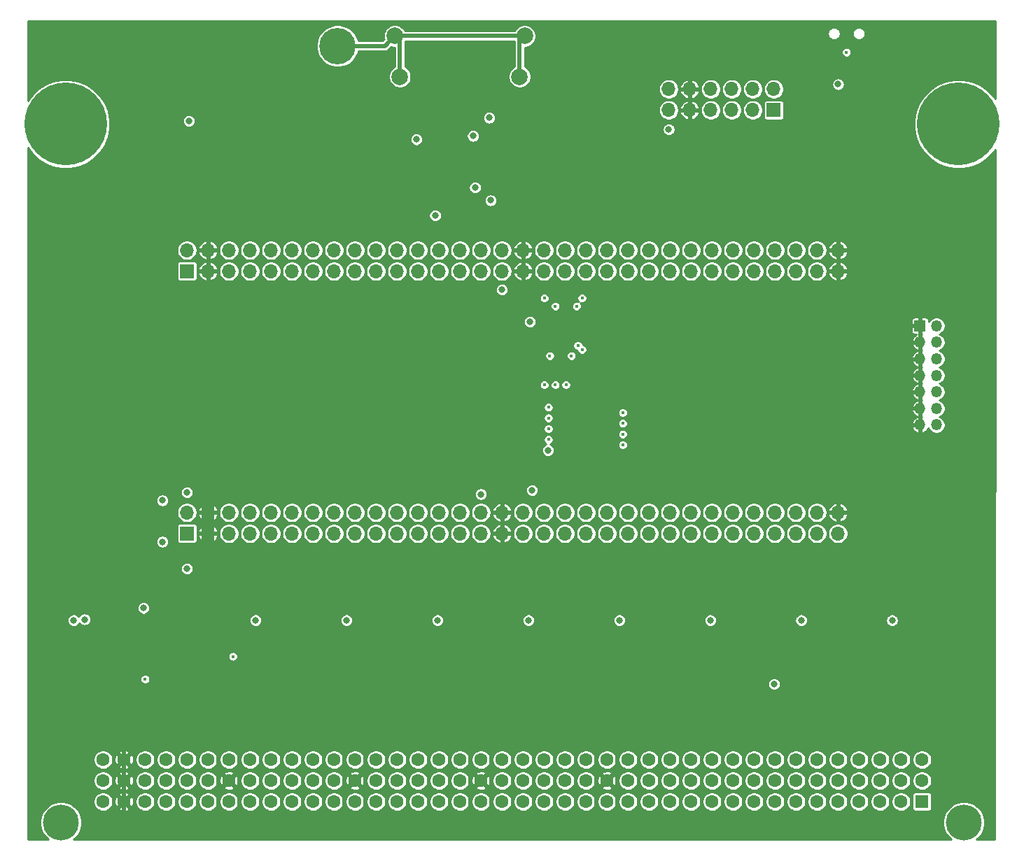
<source format=gbr>
%TF.GenerationSoftware,KiCad,Pcbnew,(5.1.9-0-10_14)*%
%TF.CreationDate,2023-06-03T10:49:55+02:00*%
%TF.ProjectId,IIsi-to-ztex,49497369-2d74-46f2-9d7a-7465782e6b69,rev?*%
%TF.SameCoordinates,Original*%
%TF.FileFunction,Copper,L2,Inr*%
%TF.FilePolarity,Positive*%
%FSLAX46Y46*%
G04 Gerber Fmt 4.6, Leading zero omitted, Abs format (unit mm)*
G04 Created by KiCad (PCBNEW (5.1.9-0-10_14)) date 2023-06-03 10:49:55*
%MOMM*%
%LPD*%
G01*
G04 APERTURE LIST*
%TA.AperFunction,ComponentPad*%
%ADD10O,1.700000X1.700000*%
%TD*%
%TA.AperFunction,ComponentPad*%
%ADD11R,1.700000X1.700000*%
%TD*%
%TA.AperFunction,ComponentPad*%
%ADD12C,2.000000*%
%TD*%
%TA.AperFunction,ComponentPad*%
%ADD13C,4.400000*%
%TD*%
%TA.AperFunction,ComponentPad*%
%ADD14C,10.000000*%
%TD*%
%TA.AperFunction,ComponentPad*%
%ADD15R,1.350000X1.350000*%
%TD*%
%TA.AperFunction,ComponentPad*%
%ADD16O,1.350000X1.350000*%
%TD*%
%TA.AperFunction,ComponentPad*%
%ADD17C,4.335000*%
%TD*%
%TA.AperFunction,ComponentPad*%
%ADD18C,1.605000*%
%TD*%
%TA.AperFunction,ComponentPad*%
%ADD19R,1.605000X1.605000*%
%TD*%
%TA.AperFunction,ViaPad*%
%ADD20C,0.450000*%
%TD*%
%TA.AperFunction,ViaPad*%
%ADD21C,0.800000*%
%TD*%
%TA.AperFunction,Conductor*%
%ADD22C,0.300000*%
%TD*%
%TA.AperFunction,Conductor*%
%ADD23C,0.508000*%
%TD*%
%TA.AperFunction,Conductor*%
%ADD24C,1.500000*%
%TD*%
%TA.AperFunction,Conductor*%
%ADD25C,0.500000*%
%TD*%
%TA.AperFunction,Conductor*%
%ADD26C,0.254000*%
%TD*%
%TA.AperFunction,Conductor*%
%ADD27C,0.100000*%
%TD*%
G04 APERTURE END LIST*
D10*
%TO.N,+3V3*%
%TO.C,J4*%
X173510000Y-61210000D03*
X173510000Y-63750000D03*
%TO.N,GND*%
X176050000Y-61210000D03*
X176050000Y-63750000D03*
%TO.N,/pmod/P56-*%
X178590000Y-61210000D03*
%TO.N,/pmod/P56+*%
X178590000Y-63750000D03*
%TO.N,/pmod/P78-*%
X181130000Y-61210000D03*
%TO.N,/pmod/P78+*%
X181130000Y-63750000D03*
%TO.N,/pmod/P910-*%
X183670000Y-61210000D03*
%TO.N,/pmod/P910+*%
X183670000Y-63750000D03*
%TO.N,/pmod/P1112-*%
X186210000Y-61210000D03*
D11*
%TO.N,/pmod/P1112+*%
X186210000Y-63750000D03*
%TD*%
D12*
%TO.N,SHIELD*%
%TO.C,J3*%
X156080000Y-54770000D03*
X140380000Y-54770000D03*
X155480000Y-59720000D03*
X140980000Y-59720000D03*
%TD*%
D13*
%TO.N,SHIELD*%
%TO.C,H5*%
X133460000Y-56000000D03*
%TD*%
D14*
%TO.N,Net-(H2-Pad1)*%
%TO.C,H2*%
X208570000Y-65450000D03*
%TD*%
%TO.N,Net-(H1-Pad1)*%
%TO.C,H1*%
X100570000Y-65450000D03*
%TD*%
D15*
%TO.N,GND*%
%TO.C,J1*%
X203910000Y-89860000D03*
D16*
%TO.N,/B2B/JTAG_VIO*%
X205910000Y-89860000D03*
%TO.N,GND*%
X203910000Y-91860000D03*
%TO.N,FPGA_JTAG_TMS*%
X205910000Y-91860000D03*
%TO.N,GND*%
X203910000Y-93860000D03*
%TO.N,FPGA_JTAG_TCK*%
X205910000Y-93860000D03*
%TO.N,GND*%
X203910000Y-95860000D03*
%TO.N,FPGA_JTAG_TDO*%
X205910000Y-95860000D03*
%TO.N,GND*%
X203910000Y-97860000D03*
%TO.N,FPGA_JTAG_TDI*%
X205910000Y-97860000D03*
%TO.N,GND*%
X203910000Y-99860000D03*
%TO.N,Net-(J1-Pad12)*%
X205910000Y-99860000D03*
%TO.N,GND*%
X203910000Y-101860000D03*
%TO.N,Net-(J1-Pad14)*%
X205910000Y-101860000D03*
%TD*%
D11*
%TO.N,Net-(JCD1-Pad1)*%
%TO.C,JCD1*%
X115240000Y-83250000D03*
D10*
%TO.N,Net-(JCD1-Pad2)*%
X115240000Y-80710000D03*
%TO.N,GND*%
X117780000Y-83250000D03*
X117780000Y-80710000D03*
%TO.N,A1_3V3*%
X120320000Y-83250000D03*
%TO.N,A0_3V3*%
X120320000Y-80710000D03*
%TO.N,A3_3V3*%
X122860000Y-83250000D03*
%TO.N,A2_3V3*%
X122860000Y-80710000D03*
%TO.N,A5_3V3*%
X125400000Y-83250000D03*
%TO.N,A4_3V3*%
X125400000Y-80710000D03*
%TO.N,A7_3V3*%
X127940000Y-83250000D03*
%TO.N,A6_3V3*%
X127940000Y-80710000D03*
%TO.N,~CBACK_3V3*%
X130480000Y-83250000D03*
%TO.N,A8_3V3*%
X130480000Y-80710000D03*
%TO.N,~CBREQ_3V3*%
X133020000Y-83250000D03*
%TO.N,HDMI_D2+*%
X133020000Y-80710000D03*
%TO.N,HDMI_D1+*%
X135560000Y-83250000D03*
%TO.N,HDMI_D2-*%
X135560000Y-80710000D03*
%TO.N,HDMI_D1-*%
X138100000Y-83250000D03*
%TO.N,HDMI_D0+*%
X138100000Y-80710000D03*
%TO.N,HDMI_CLK+*%
X140640000Y-83250000D03*
%TO.N,HDMI_D0-*%
X140640000Y-80710000D03*
%TO.N,HDMI_CLK-*%
X143180000Y-83250000D03*
%TO.N,PMOD-56+*%
X143180000Y-80710000D03*
%TO.N,~CIOUT_3V3*%
X145720000Y-83250000D03*
%TO.N,PMOD-56-*%
X145720000Y-80710000D03*
%TO.N,CACHE_3V3*%
X148260000Y-83250000D03*
%TO.N,PMOD-78+*%
X148260000Y-80710000D03*
%TO.N,D31_3V3*%
X150800000Y-83250000D03*
%TO.N,PMOD-78-*%
X150800000Y-80710000D03*
%TO.N,+3V3*%
X153340000Y-83250000D03*
X153340000Y-80710000D03*
%TO.N,GND*%
X155880000Y-83250000D03*
X155880000Y-80710000D03*
%TO.N,+3V3*%
X158420000Y-83250000D03*
X158420000Y-80710000D03*
%TO.N,PMOD-1112-*%
X160960000Y-83250000D03*
%TO.N,PMOD-910+*%
X160960000Y-80710000D03*
%TO.N,PMOD-1112+*%
X163500000Y-83250000D03*
%TO.N,C16M_3V3*%
X163500000Y-80710000D03*
%TO.N,D20_3V3*%
X166040000Y-83250000D03*
%TO.N,D17_3V3*%
X166040000Y-80710000D03*
%TO.N,D14_3V3*%
X168580000Y-83250000D03*
%TO.N,D11_3V3*%
X168580000Y-80710000D03*
%TO.N,D8_3V3*%
X171120000Y-83250000D03*
%TO.N,D5_3V3*%
X171120000Y-80710000D03*
%TO.N,D2_3V3*%
X173660000Y-83250000D03*
%TO.N,D0_3V3*%
X173660000Y-80710000D03*
%TO.N,~RESET_3V3*%
X176200000Y-83250000D03*
%TO.N,FC1_3V3*%
X176200000Y-80710000D03*
%TO.N,FC2_3V3*%
X178740000Y-83250000D03*
%TO.N,~AS_3V3*%
X178740000Y-80710000D03*
%TO.N,SIZ0_3V3*%
X181280000Y-83250000D03*
%TO.N,SIZ1_3V3*%
X181280000Y-80710000D03*
%TO.N,~RW_3V3*%
X183820000Y-83250000D03*
%TO.N,~DSACK0_3V3*%
X183820000Y-80710000D03*
%TO.N,~DSACK1_3V3*%
X186360000Y-83250000D03*
%TO.N,~STERM_3V3*%
X186360000Y-80710000D03*
%TO.N,~DS_3V3*%
X188900000Y-83250000D03*
%TO.N,~IRQ1_3V3*%
X188900000Y-80710000D03*
%TO.N,FPGA_JTAG_TDO*%
X191440000Y-83250000D03*
%TO.N,FPGA_JTAG_TMS*%
X191440000Y-80710000D03*
%TO.N,GND*%
X193980000Y-83250000D03*
X193980000Y-80710000D03*
%TD*%
D11*
%TO.N,+5V*%
%TO.C,JAB1*%
X115240000Y-115000000D03*
D10*
X115240000Y-112460000D03*
%TO.N,GND*%
X117780000Y-115000000D03*
X117780000Y-112460000D03*
%TO.N,A10_3V3*%
X120320000Y-115000000D03*
%TO.N,A9_3V3*%
X120320000Y-112460000D03*
%TO.N,A12_3V3*%
X122860000Y-115000000D03*
%TO.N,A11_3V3*%
X122860000Y-112460000D03*
%TO.N,A14_3V3*%
X125400000Y-115000000D03*
%TO.N,A13_3V3*%
X125400000Y-112460000D03*
%TO.N,A16_3V3*%
X127940000Y-115000000D03*
%TO.N,A15_3V3*%
X127940000Y-112460000D03*
%TO.N,A18_3V3*%
X130480000Y-115000000D03*
%TO.N,A17_3V3*%
X130480000Y-112460000D03*
%TO.N,A20_3V3*%
X133020000Y-115000000D03*
%TO.N,A19_3V3*%
X133020000Y-112460000D03*
%TO.N,A22_3V3*%
X135560000Y-115000000D03*
%TO.N,A21_3V3*%
X135560000Y-112460000D03*
%TO.N,A23_3V3*%
X138100000Y-115000000D03*
%TO.N,CPUCLK_3V3*%
X138100000Y-112460000D03*
%TO.N,A25_3V3*%
X140640000Y-115000000D03*
%TO.N,A24_3V3*%
X140640000Y-112460000D03*
%TO.N,A26_3V3*%
X143180000Y-115000000D03*
%TO.N,A27_3V3*%
X143180000Y-112460000D03*
%TO.N,A28_3V3*%
X145720000Y-115000000D03*
%TO.N,A29_3V3*%
X145720000Y-112460000D03*
%TO.N,A30_3V3*%
X148260000Y-115000000D03*
%TO.N,A31_3V3*%
X148260000Y-112460000D03*
%TO.N,+3V3*%
X150800000Y-115000000D03*
X150800000Y-112460000D03*
%TO.N,GND*%
X153340000Y-115000000D03*
X153340000Y-112460000D03*
%TO.N,+3V3*%
X155880000Y-115000000D03*
X155880000Y-112460000D03*
%TO.N,D29_3V3*%
X158420000Y-115000000D03*
%TO.N,D30_3V3*%
X158420000Y-112460000D03*
%TO.N,D27_3V3*%
X160960000Y-115000000D03*
%TO.N,D28_3V3*%
X160960000Y-112460000D03*
%TO.N,D25_3V3*%
X163500000Y-115000000D03*
%TO.N,D26_3V3*%
X163500000Y-112460000D03*
%TO.N,D23_3V3*%
X166040000Y-115000000D03*
%TO.N,D24_3V3*%
X166040000Y-112460000D03*
%TO.N,D21_3V3*%
X168580000Y-115000000D03*
%TO.N,D22_3V3*%
X168580000Y-112460000D03*
%TO.N,D18_3V3*%
X171120000Y-115000000D03*
%TO.N,D19_3V3*%
X171120000Y-112460000D03*
%TO.N,D15_3V3*%
X173660000Y-115000000D03*
%TO.N,D16_3V3*%
X173660000Y-112460000D03*
%TO.N,D12_3V3*%
X176200000Y-115000000D03*
%TO.N,D13_3V3*%
X176200000Y-112460000D03*
%TO.N,D9_3V3*%
X178740000Y-115000000D03*
%TO.N,D10_3V3*%
X178740000Y-112460000D03*
%TO.N,D6_3V3*%
X181280000Y-115000000D03*
%TO.N,D7_3V3*%
X181280000Y-112460000D03*
%TO.N,D3_3V3*%
X183820000Y-115000000D03*
%TO.N,D4_3V3*%
X183820000Y-112460000D03*
%TO.N,~HALT_3V3*%
X186360000Y-115000000D03*
%TO.N,D1_3V3*%
X186360000Y-112460000D03*
%TO.N,FC0_3V3*%
X188900000Y-115000000D03*
%TO.N,~BERR_3V3*%
X188900000Y-112460000D03*
%TO.N,FPGA_JTAG_TDI*%
X191440000Y-115000000D03*
%TO.N,FPGA_JTAG_TCK*%
X191440000Y-112460000D03*
%TO.N,/B2B/JTAG_VIO*%
X193980000Y-115000000D03*
%TO.N,GND*%
X193980000Y-112460000D03*
%TD*%
D17*
%TO.N,Net-(J2-PadMH2)*%
%TO.C,J2*%
X100000000Y-150000000D03*
%TO.N,Net-(J2-PadMH1)*%
X209220000Y-150000000D03*
D18*
%TO.N,+12V*%
X105080000Y-142380000D03*
%TO.N,GND*%
X107620000Y-142380000D03*
%TO.N,C16M*%
X110160000Y-142380000D03*
%TO.N,+5V*%
X112700000Y-142380000D03*
%TO.N,A0*%
X115240000Y-142380000D03*
%TO.N,A3*%
X117780000Y-142380000D03*
%TO.N,A6*%
X120320000Y-142380000D03*
%TO.N,A8*%
X122860000Y-142380000D03*
%TO.N,A11*%
X125400000Y-142380000D03*
%TO.N,A14*%
X127940000Y-142380000D03*
%TO.N,A16*%
X130480000Y-142380000D03*
%TO.N,A19*%
X133020000Y-142380000D03*
%TO.N,A22*%
X135560000Y-142380000D03*
%TO.N,A24*%
X138100000Y-142380000D03*
%TO.N,A27*%
X140640000Y-142380000D03*
%TO.N,A30*%
X143180000Y-142380000D03*
%TO.N,D31*%
X145720000Y-142380000D03*
%TO.N,D28*%
X148260000Y-142380000D03*
%TO.N,D25*%
X150800000Y-142380000D03*
%TO.N,D23*%
X153340000Y-142380000D03*
%TO.N,D20*%
X155880000Y-142380000D03*
%TO.N,D17*%
X158420000Y-142380000D03*
%TO.N,D15*%
X160960000Y-142380000D03*
%TO.N,D12*%
X163500000Y-142380000D03*
%TO.N,D9*%
X166040000Y-142380000D03*
%TO.N,D7*%
X168580000Y-142380000D03*
%TO.N,D4*%
X171120000Y-142380000D03*
%TO.N,D1*%
X173660000Y-142380000D03*
%TO.N,~HALT*%
X176200000Y-142380000D03*
%TO.N,FC0*%
X178740000Y-142380000D03*
%TO.N,~BR*%
X181280000Y-142380000D03*
%TO.N,~AS*%
X183820000Y-142380000D03*
%TO.N,~RW*%
X186360000Y-142380000D03*
%TO.N,~CBREQ*%
X188900000Y-142380000D03*
%TO.N,RMC*%
X191440000Y-142380000D03*
%TO.N,IPL0*%
X193980000Y-142380000D03*
%TO.N,~IRQ1*%
X196520000Y-142380000D03*
%TO.N,~TM0A*%
X199060000Y-142380000D03*
%TO.N,~NUBUS*%
X201600000Y-142380000D03*
%TO.N,~PFW*%
X204140000Y-142380000D03*
%TO.N,-5V*%
X105080000Y-144920000D03*
%TO.N,GND*%
X107620000Y-144920000D03*
%TO.N,ECLK*%
X110160000Y-144920000D03*
%TO.N,+5V*%
X112700000Y-144920000D03*
%TO.N,A1*%
X115240000Y-144920000D03*
%TO.N,A4*%
X117780000Y-144920000D03*
%TO.N,GND*%
X120320000Y-144920000D03*
%TO.N,A9*%
X122860000Y-144920000D03*
%TO.N,A12*%
X125400000Y-144920000D03*
%TO.N,+5V*%
X127940000Y-144920000D03*
%TO.N,A17*%
X130480000Y-144920000D03*
%TO.N,A20*%
X133020000Y-144920000D03*
%TO.N,GND*%
X135560000Y-144920000D03*
%TO.N,A25*%
X138100000Y-144920000D03*
%TO.N,A28*%
X140640000Y-144920000D03*
%TO.N,+5V*%
X143180000Y-144920000D03*
%TO.N,D30*%
X145720000Y-144920000D03*
%TO.N,D27*%
X148260000Y-144920000D03*
%TO.N,GND*%
X150800000Y-144920000D03*
%TO.N,D22*%
X153340000Y-144920000D03*
%TO.N,D19*%
X155880000Y-144920000D03*
%TO.N,+5V*%
X158420000Y-144920000D03*
%TO.N,D14*%
X160960000Y-144920000D03*
%TO.N,D11*%
X163500000Y-144920000D03*
%TO.N,GND*%
X166040000Y-144920000D03*
%TO.N,D6*%
X168580000Y-144920000D03*
%TO.N,D3*%
X171120000Y-144920000D03*
%TO.N,+5V*%
X173660000Y-144920000D03*
%TO.N,~BERR*%
X176200000Y-144920000D03*
%TO.N,FC1*%
X178740000Y-144920000D03*
%TO.N,~BG*%
X181280000Y-144920000D03*
%TO.N,SIZ0*%
X183820000Y-144920000D03*
%TO.N,~DSACK0*%
X186360000Y-144920000D03*
%TO.N,~CBACK*%
X188900000Y-144920000D03*
%TO.N,~DS*%
X191440000Y-144920000D03*
%TO.N,IPL1*%
X193980000Y-144920000D03*
%TO.N,~IRQ2*%
X196520000Y-144920000D03*
%TO.N,~TM1A*%
X199060000Y-144920000D03*
%TO.N,CACHE*%
X201600000Y-144920000D03*
%TO.N,C40M*%
X204140000Y-144920000D03*
%TO.N,-12V*%
X105080000Y-147460000D03*
%TO.N,GND*%
X107620000Y-147460000D03*
%TO.N,CPUCLK*%
X110160000Y-147460000D03*
%TO.N,+5V*%
X112700000Y-147460000D03*
%TO.N,A2*%
X115240000Y-147460000D03*
%TO.N,A5*%
X117780000Y-147460000D03*
%TO.N,A7*%
X120320000Y-147460000D03*
%TO.N,A10*%
X122860000Y-147460000D03*
%TO.N,A13*%
X125400000Y-147460000D03*
%TO.N,A15*%
X127940000Y-147460000D03*
%TO.N,A18*%
X130480000Y-147460000D03*
%TO.N,A21*%
X133020000Y-147460000D03*
%TO.N,A23*%
X135560000Y-147460000D03*
%TO.N,A26*%
X138100000Y-147460000D03*
%TO.N,A29*%
X140640000Y-147460000D03*
%TO.N,A31*%
X143180000Y-147460000D03*
%TO.N,D29*%
X145720000Y-147460000D03*
%TO.N,D26*%
X148260000Y-147460000D03*
%TO.N,D24*%
X150800000Y-147460000D03*
%TO.N,D21*%
X153340000Y-147460000D03*
%TO.N,D18*%
X155880000Y-147460000D03*
%TO.N,D16*%
X158420000Y-147460000D03*
%TO.N,D13*%
X160960000Y-147460000D03*
%TO.N,D10*%
X163500000Y-147460000D03*
%TO.N,D8*%
X166040000Y-147460000D03*
%TO.N,D5*%
X168580000Y-147460000D03*
%TO.N,D2*%
X171120000Y-147460000D03*
%TO.N,D0*%
X173660000Y-147460000D03*
%TO.N,~RESET*%
X176200000Y-147460000D03*
%TO.N,FC2*%
X178740000Y-147460000D03*
%TO.N,~BGACK*%
X181280000Y-147460000D03*
%TO.N,SIZ1*%
X183820000Y-147460000D03*
%TO.N,~DSACK1*%
X186360000Y-147460000D03*
%TO.N,~STERM*%
X188900000Y-147460000D03*
%TO.N,~CIOUT*%
X191440000Y-147460000D03*
%TO.N,IPL2*%
X193980000Y-147460000D03*
%TO.N,~IRQ3*%
X196520000Y-147460000D03*
%TO.N,~BUSLOCk*%
X199060000Y-147460000D03*
%TO.N,~FPU*%
X201600000Y-147460000D03*
D19*
%TO.N,~RBV*%
X204140000Y-147460000D03*
%TD*%
D20*
%TO.N,~RBV*%
X162525000Y-92250000D03*
D21*
%TO.N,GND*%
X118000000Y-119250000D03*
X201185000Y-128750000D03*
X206385000Y-131250000D03*
X190185000Y-128750000D03*
X179185000Y-128750000D03*
X168185000Y-128750000D03*
X157185000Y-128750000D03*
X146185000Y-128750000D03*
X135185000Y-128750000D03*
X124185000Y-128750000D03*
X113185000Y-128750000D03*
X102185000Y-128750000D03*
X195385000Y-131250000D03*
X184385000Y-131250000D03*
X173385000Y-131250000D03*
X162385000Y-131250000D03*
X151385000Y-131250000D03*
X140385000Y-131250000D03*
X129385000Y-131250000D03*
X118385000Y-131250000D03*
X107385000Y-131250000D03*
X175565000Y-66145000D03*
X118190000Y-110040000D03*
X155300000Y-72630000D03*
X154900000Y-63380000D03*
X124810000Y-56000000D03*
X123870000Y-60000000D03*
X139590000Y-65880000D03*
X136580000Y-68380000D03*
X115460000Y-56940000D03*
X168000000Y-99075000D03*
X151480000Y-58750000D03*
X148480000Y-58750000D03*
X146980000Y-58750000D03*
X145480000Y-58750000D03*
X143980000Y-58750000D03*
X156965000Y-74680000D03*
X198960000Y-122475000D03*
X187960000Y-122475000D03*
X176960000Y-122475000D03*
X169110000Y-122475000D03*
X158110000Y-122475000D03*
X147110000Y-122475000D03*
X132960000Y-122475000D03*
X121960000Y-122475000D03*
X110960000Y-122475000D03*
X99960000Y-122475000D03*
X146555000Y-76500000D03*
X162210000Y-104275000D03*
X163675000Y-93500000D03*
X152550000Y-89380000D03*
X196000000Y-60625000D03*
X186250000Y-134775000D03*
X139590000Y-63880000D03*
X155880000Y-85500000D03*
X153340000Y-110250000D03*
%TO.N,+3V3*%
X200535000Y-125500000D03*
X189535000Y-125500000D03*
X178535000Y-125500000D03*
X167535000Y-125500000D03*
X156535000Y-125500000D03*
X145535000Y-125500000D03*
X134535000Y-125500000D03*
X123535000Y-125500000D03*
X101535000Y-125500000D03*
X173510000Y-66110000D03*
X109985000Y-124025000D03*
X153340000Y-85500000D03*
X142980000Y-67300000D03*
X115460000Y-65050000D03*
X158895000Y-104925000D03*
X151950000Y-74680000D03*
X145255000Y-76500000D03*
X156735000Y-89380000D03*
X194000000Y-60625000D03*
X186250000Y-133225000D03*
X150800000Y-110250000D03*
%TO.N,+5V*%
X112250000Y-116000000D03*
X115240000Y-110040000D03*
X150080000Y-73130000D03*
X115240000Y-119260000D03*
X112250000Y-111000000D03*
D20*
%TO.N,C16M*%
X110160000Y-132640000D03*
X120800000Y-129890000D03*
D21*
X156983670Y-109760000D03*
D20*
%TO.N,~BR*%
X161075000Y-97000000D03*
%TO.N,~CBREQ*%
X167960000Y-102975000D03*
%TO.N,~BG*%
X159775000Y-97000000D03*
%TO.N,~CBACK*%
X167960000Y-104275000D03*
%TO.N,~IRQ2*%
X159125000Y-93500000D03*
%TO.N,CACHE*%
X167960000Y-100375000D03*
%TO.N,~BGACK*%
X158475000Y-97000000D03*
%TO.N,~CIOUT*%
X167960000Y-101675000D03*
%TO.N,~IRQ3*%
X161725000Y-93500000D03*
%TO.N,~FPU*%
X163025000Y-92750000D03*
D21*
%TO.N,CPUCLK_3V3*%
X102835000Y-125405000D03*
%TO.N,/HDMI/HDMI_5V*%
X151780000Y-64680000D03*
X149830000Y-66880000D03*
D20*
%TO.N,PMOD-56-*%
X159775000Y-87500000D03*
%TO.N,PMOD-56+*%
X162375000Y-87500000D03*
%TO.N,CACHE_3V3*%
X158960000Y-99725000D03*
%TO.N,~CIOUT_3V3*%
X158960000Y-101025000D03*
%TO.N,~CBACK_3V3*%
X158960000Y-103625000D03*
%TO.N,~CBREQ_3V3*%
X158960000Y-102325000D03*
%TO.N,C16M_3V3*%
X163025000Y-86500000D03*
%TO.N,~MASTER_OE*%
X158475000Y-86500000D03*
X195000000Y-56750000D03*
%TD*%
D22*
%TO.N,GND*%
X201185000Y-128750000D02*
X190185000Y-128750000D01*
X190185000Y-128750000D02*
X179185000Y-128750000D01*
X179185000Y-128750000D02*
X168185000Y-128750000D01*
X168185000Y-128750000D02*
X157185000Y-128750000D01*
X157185000Y-128750000D02*
X146185000Y-128750000D01*
X146185000Y-128750000D02*
X135185000Y-128750000D01*
X135185000Y-128750000D02*
X124185000Y-128750000D01*
X124185000Y-128750000D02*
X113185000Y-128750000D01*
X118385000Y-131250000D02*
X129385000Y-131250000D01*
X129385000Y-131250000D02*
X140385000Y-131250000D01*
X140385000Y-131250000D02*
X151385000Y-131250000D01*
X151385000Y-131250000D02*
X162385000Y-131250000D01*
X162385000Y-131250000D02*
X173385000Y-131250000D01*
X173385000Y-131250000D02*
X184385000Y-131250000D01*
X184385000Y-131250000D02*
X195385000Y-131250000D01*
X195385000Y-131250000D02*
X206385000Y-131250000D01*
X113185000Y-128750000D02*
X102185000Y-128750000D01*
X107385000Y-131250000D02*
X118385000Y-131250000D01*
D23*
X120320000Y-144920000D02*
X121590000Y-143650000D01*
X121590000Y-143650000D02*
X121590000Y-140602000D01*
X120320000Y-144920000D02*
X119050000Y-146190000D01*
X119050000Y-146190000D02*
X119050000Y-148984000D01*
X135560000Y-144920000D02*
X136830000Y-143650000D01*
X136830000Y-143650000D02*
X136830000Y-140602000D01*
X135560000Y-144920000D02*
X134290000Y-146190000D01*
X134290000Y-146190000D02*
X134290000Y-148984000D01*
X150800000Y-144920000D02*
X152070000Y-143650000D01*
X152070000Y-143650000D02*
X152070000Y-140602000D01*
X150800000Y-144920000D02*
X149530000Y-146190000D01*
X149530000Y-146190000D02*
X149530000Y-148984000D01*
X166040000Y-144920000D02*
X167310000Y-143650000D01*
X167310000Y-143650000D02*
X167310000Y-140602000D01*
X166040000Y-144920000D02*
X164770000Y-146190000D01*
X164770000Y-146190000D02*
X164770000Y-149238000D01*
X166040000Y-144920000D02*
X164770000Y-143650000D01*
X164770000Y-143650000D02*
X164770000Y-140602000D01*
X166040000Y-144920000D02*
X167310000Y-146190000D01*
X167310000Y-146190000D02*
X167310000Y-149238000D01*
X150800000Y-144920000D02*
X152070000Y-146190000D01*
X152070000Y-146190000D02*
X152070000Y-148984000D01*
X150800000Y-144920000D02*
X149530000Y-143650000D01*
X149530000Y-143650000D02*
X149530000Y-140602000D01*
X135560000Y-144920000D02*
X134290000Y-143650000D01*
X134290000Y-143650000D02*
X134290000Y-140602000D01*
X135560000Y-144920000D02*
X136830000Y-146190000D01*
X136830000Y-146190000D02*
X136830000Y-148984000D01*
X120320000Y-144920000D02*
X121590000Y-146190000D01*
X121590000Y-146190000D02*
X121590000Y-148984000D01*
X120320000Y-144920000D02*
X119050000Y-143650000D01*
X119050000Y-143650000D02*
X119050000Y-140602000D01*
X134290000Y-146190000D02*
X134290000Y-143650000D01*
X136830000Y-146190000D02*
X136830000Y-143650000D01*
X149530000Y-146190000D02*
X149530000Y-143650000D01*
X152070000Y-146190000D02*
X152070000Y-143650000D01*
X164770000Y-146190000D02*
X164770000Y-143650000D01*
X167310000Y-146190000D02*
X167310000Y-143650000D01*
X119050000Y-146190000D02*
X119050000Y-143650000D01*
X121590000Y-146190000D02*
X121590000Y-143650000D01*
X107620000Y-147460000D02*
X107620000Y-144920000D01*
X107620000Y-144920000D02*
X107620000Y-142380000D01*
X107620000Y-147460000D02*
X107620000Y-148984000D01*
X107620000Y-142380000D02*
X107620000Y-140602000D01*
D24*
X117780000Y-115000000D02*
X117780000Y-117260000D01*
X117780000Y-112460000D02*
X117780000Y-110600000D01*
X117780000Y-115000000D02*
X117780000Y-112460000D01*
D25*
%TO.N,SHIELD*%
X139150000Y-56000000D02*
X140380000Y-54770000D01*
X133460000Y-56000000D02*
X139150000Y-56000000D01*
X140380000Y-54770000D02*
X156080000Y-54770000D01*
X155480000Y-55370000D02*
X156080000Y-54770000D01*
X155480000Y-59720000D02*
X155480000Y-55370000D01*
X140980000Y-55370000D02*
X140380000Y-54770000D01*
X140980000Y-59720000D02*
X140980000Y-55370000D01*
%TD*%
D26*
%TO.N,GND*%
X212989182Y-62378230D02*
X212749695Y-62019813D01*
X212000187Y-61270305D01*
X211118859Y-60681420D01*
X210139580Y-60275789D01*
X209099982Y-60069000D01*
X208040018Y-60069000D01*
X207000420Y-60275789D01*
X206021141Y-60681420D01*
X205139813Y-61270305D01*
X204390305Y-62019813D01*
X203801420Y-62901141D01*
X203395789Y-63880420D01*
X203189000Y-64920018D01*
X203189000Y-65979982D01*
X203395789Y-67019580D01*
X203801420Y-67998859D01*
X204390305Y-68880187D01*
X205139813Y-69629695D01*
X206021141Y-70218580D01*
X207000420Y-70624211D01*
X208040018Y-70831000D01*
X209099982Y-70831000D01*
X210139580Y-70624211D01*
X211118859Y-70218580D01*
X212000187Y-69629695D01*
X212749695Y-68880187D01*
X212986710Y-68525469D01*
X212953139Y-152034000D01*
X210763082Y-152034000D01*
X210844574Y-151979549D01*
X211199549Y-151624574D01*
X211478451Y-151207167D01*
X211670562Y-150743370D01*
X211768500Y-150251005D01*
X211768500Y-149748995D01*
X211670562Y-149256630D01*
X211478451Y-148792833D01*
X211199549Y-148375426D01*
X210844574Y-148020451D01*
X210427167Y-147741549D01*
X209963370Y-147549438D01*
X209471005Y-147451500D01*
X208968995Y-147451500D01*
X208476630Y-147549438D01*
X208012833Y-147741549D01*
X207595426Y-148020451D01*
X207240451Y-148375426D01*
X206961549Y-148792833D01*
X206769438Y-149256630D01*
X206671500Y-149748995D01*
X206671500Y-150251005D01*
X206769438Y-150743370D01*
X206961549Y-151207167D01*
X207240451Y-151624574D01*
X207595426Y-151979549D01*
X207676918Y-152034000D01*
X101543082Y-152034000D01*
X101624574Y-151979549D01*
X101979549Y-151624574D01*
X102258451Y-151207167D01*
X102450562Y-150743370D01*
X102548500Y-150251005D01*
X102548500Y-149748995D01*
X102450562Y-149256630D01*
X102258451Y-148792833D01*
X101979549Y-148375426D01*
X101624574Y-148020451D01*
X101207167Y-147741549D01*
X100743370Y-147549438D01*
X100251005Y-147451500D01*
X99748995Y-147451500D01*
X99256630Y-147549438D01*
X98792833Y-147741549D01*
X98375426Y-148020451D01*
X98020451Y-148375426D01*
X97741549Y-148792833D01*
X97549438Y-149256630D01*
X97451500Y-149748995D01*
X97451500Y-150251005D01*
X97549438Y-150743370D01*
X97741549Y-151207167D01*
X98020451Y-151624574D01*
X98375426Y-151979549D01*
X98456918Y-152034000D01*
X95976000Y-152034000D01*
X95976000Y-147343435D01*
X103896500Y-147343435D01*
X103896500Y-147576565D01*
X103941982Y-147805214D01*
X104031196Y-148020597D01*
X104160716Y-148214437D01*
X104325563Y-148379284D01*
X104519403Y-148508804D01*
X104734786Y-148598018D01*
X104963435Y-148643500D01*
X105196565Y-148643500D01*
X105425214Y-148598018D01*
X105640597Y-148508804D01*
X105834437Y-148379284D01*
X105895591Y-148318130D01*
X106941475Y-148318130D01*
X107027733Y-148491250D01*
X107240300Y-148586980D01*
X107467459Y-148639402D01*
X107700479Y-148646499D01*
X107930408Y-148608000D01*
X108148407Y-148525384D01*
X108212267Y-148491250D01*
X108298525Y-148318130D01*
X107620000Y-147639605D01*
X106941475Y-148318130D01*
X105895591Y-148318130D01*
X105999284Y-148214437D01*
X106128804Y-148020597D01*
X106218018Y-147805214D01*
X106263500Y-147576565D01*
X106263500Y-147540479D01*
X106433501Y-147540479D01*
X106472000Y-147770408D01*
X106554616Y-147988407D01*
X106588750Y-148052267D01*
X106761870Y-148138525D01*
X107440395Y-147460000D01*
X107799605Y-147460000D01*
X108478130Y-148138525D01*
X108651250Y-148052267D01*
X108746980Y-147839700D01*
X108799402Y-147612541D01*
X108806499Y-147379521D01*
X108800457Y-147343435D01*
X108976500Y-147343435D01*
X108976500Y-147576565D01*
X109021982Y-147805214D01*
X109111196Y-148020597D01*
X109240716Y-148214437D01*
X109405563Y-148379284D01*
X109599403Y-148508804D01*
X109814786Y-148598018D01*
X110043435Y-148643500D01*
X110276565Y-148643500D01*
X110505214Y-148598018D01*
X110720597Y-148508804D01*
X110914437Y-148379284D01*
X111079284Y-148214437D01*
X111208804Y-148020597D01*
X111298018Y-147805214D01*
X111343500Y-147576565D01*
X111343500Y-147343435D01*
X111516500Y-147343435D01*
X111516500Y-147576565D01*
X111561982Y-147805214D01*
X111651196Y-148020597D01*
X111780716Y-148214437D01*
X111945563Y-148379284D01*
X112139403Y-148508804D01*
X112354786Y-148598018D01*
X112583435Y-148643500D01*
X112816565Y-148643500D01*
X113045214Y-148598018D01*
X113260597Y-148508804D01*
X113454437Y-148379284D01*
X113619284Y-148214437D01*
X113748804Y-148020597D01*
X113838018Y-147805214D01*
X113883500Y-147576565D01*
X113883500Y-147343435D01*
X114056500Y-147343435D01*
X114056500Y-147576565D01*
X114101982Y-147805214D01*
X114191196Y-148020597D01*
X114320716Y-148214437D01*
X114485563Y-148379284D01*
X114679403Y-148508804D01*
X114894786Y-148598018D01*
X115123435Y-148643500D01*
X115356565Y-148643500D01*
X115585214Y-148598018D01*
X115800597Y-148508804D01*
X115994437Y-148379284D01*
X116159284Y-148214437D01*
X116288804Y-148020597D01*
X116378018Y-147805214D01*
X116423500Y-147576565D01*
X116423500Y-147343435D01*
X116596500Y-147343435D01*
X116596500Y-147576565D01*
X116641982Y-147805214D01*
X116731196Y-148020597D01*
X116860716Y-148214437D01*
X117025563Y-148379284D01*
X117219403Y-148508804D01*
X117434786Y-148598018D01*
X117663435Y-148643500D01*
X117896565Y-148643500D01*
X118125214Y-148598018D01*
X118340597Y-148508804D01*
X118534437Y-148379284D01*
X118699284Y-148214437D01*
X118828804Y-148020597D01*
X118918018Y-147805214D01*
X118963500Y-147576565D01*
X118963500Y-147343435D01*
X119136500Y-147343435D01*
X119136500Y-147576565D01*
X119181982Y-147805214D01*
X119271196Y-148020597D01*
X119400716Y-148214437D01*
X119565563Y-148379284D01*
X119759403Y-148508804D01*
X119974786Y-148598018D01*
X120203435Y-148643500D01*
X120436565Y-148643500D01*
X120665214Y-148598018D01*
X120880597Y-148508804D01*
X121074437Y-148379284D01*
X121239284Y-148214437D01*
X121368804Y-148020597D01*
X121458018Y-147805214D01*
X121503500Y-147576565D01*
X121503500Y-147343435D01*
X121676500Y-147343435D01*
X121676500Y-147576565D01*
X121721982Y-147805214D01*
X121811196Y-148020597D01*
X121940716Y-148214437D01*
X122105563Y-148379284D01*
X122299403Y-148508804D01*
X122514786Y-148598018D01*
X122743435Y-148643500D01*
X122976565Y-148643500D01*
X123205214Y-148598018D01*
X123420597Y-148508804D01*
X123614437Y-148379284D01*
X123779284Y-148214437D01*
X123908804Y-148020597D01*
X123998018Y-147805214D01*
X124043500Y-147576565D01*
X124043500Y-147343435D01*
X124216500Y-147343435D01*
X124216500Y-147576565D01*
X124261982Y-147805214D01*
X124351196Y-148020597D01*
X124480716Y-148214437D01*
X124645563Y-148379284D01*
X124839403Y-148508804D01*
X125054786Y-148598018D01*
X125283435Y-148643500D01*
X125516565Y-148643500D01*
X125745214Y-148598018D01*
X125960597Y-148508804D01*
X126154437Y-148379284D01*
X126319284Y-148214437D01*
X126448804Y-148020597D01*
X126538018Y-147805214D01*
X126583500Y-147576565D01*
X126583500Y-147343435D01*
X126756500Y-147343435D01*
X126756500Y-147576565D01*
X126801982Y-147805214D01*
X126891196Y-148020597D01*
X127020716Y-148214437D01*
X127185563Y-148379284D01*
X127379403Y-148508804D01*
X127594786Y-148598018D01*
X127823435Y-148643500D01*
X128056565Y-148643500D01*
X128285214Y-148598018D01*
X128500597Y-148508804D01*
X128694437Y-148379284D01*
X128859284Y-148214437D01*
X128988804Y-148020597D01*
X129078018Y-147805214D01*
X129123500Y-147576565D01*
X129123500Y-147343435D01*
X129296500Y-147343435D01*
X129296500Y-147576565D01*
X129341982Y-147805214D01*
X129431196Y-148020597D01*
X129560716Y-148214437D01*
X129725563Y-148379284D01*
X129919403Y-148508804D01*
X130134786Y-148598018D01*
X130363435Y-148643500D01*
X130596565Y-148643500D01*
X130825214Y-148598018D01*
X131040597Y-148508804D01*
X131234437Y-148379284D01*
X131399284Y-148214437D01*
X131528804Y-148020597D01*
X131618018Y-147805214D01*
X131663500Y-147576565D01*
X131663500Y-147343435D01*
X131836500Y-147343435D01*
X131836500Y-147576565D01*
X131881982Y-147805214D01*
X131971196Y-148020597D01*
X132100716Y-148214437D01*
X132265563Y-148379284D01*
X132459403Y-148508804D01*
X132674786Y-148598018D01*
X132903435Y-148643500D01*
X133136565Y-148643500D01*
X133365214Y-148598018D01*
X133580597Y-148508804D01*
X133774437Y-148379284D01*
X133939284Y-148214437D01*
X134068804Y-148020597D01*
X134158018Y-147805214D01*
X134203500Y-147576565D01*
X134203500Y-147343435D01*
X134376500Y-147343435D01*
X134376500Y-147576565D01*
X134421982Y-147805214D01*
X134511196Y-148020597D01*
X134640716Y-148214437D01*
X134805563Y-148379284D01*
X134999403Y-148508804D01*
X135214786Y-148598018D01*
X135443435Y-148643500D01*
X135676565Y-148643500D01*
X135905214Y-148598018D01*
X136120597Y-148508804D01*
X136314437Y-148379284D01*
X136479284Y-148214437D01*
X136608804Y-148020597D01*
X136698018Y-147805214D01*
X136743500Y-147576565D01*
X136743500Y-147343435D01*
X136916500Y-147343435D01*
X136916500Y-147576565D01*
X136961982Y-147805214D01*
X137051196Y-148020597D01*
X137180716Y-148214437D01*
X137345563Y-148379284D01*
X137539403Y-148508804D01*
X137754786Y-148598018D01*
X137983435Y-148643500D01*
X138216565Y-148643500D01*
X138445214Y-148598018D01*
X138660597Y-148508804D01*
X138854437Y-148379284D01*
X139019284Y-148214437D01*
X139148804Y-148020597D01*
X139238018Y-147805214D01*
X139283500Y-147576565D01*
X139283500Y-147343435D01*
X139456500Y-147343435D01*
X139456500Y-147576565D01*
X139501982Y-147805214D01*
X139591196Y-148020597D01*
X139720716Y-148214437D01*
X139885563Y-148379284D01*
X140079403Y-148508804D01*
X140294786Y-148598018D01*
X140523435Y-148643500D01*
X140756565Y-148643500D01*
X140985214Y-148598018D01*
X141200597Y-148508804D01*
X141394437Y-148379284D01*
X141559284Y-148214437D01*
X141688804Y-148020597D01*
X141778018Y-147805214D01*
X141823500Y-147576565D01*
X141823500Y-147343435D01*
X141996500Y-147343435D01*
X141996500Y-147576565D01*
X142041982Y-147805214D01*
X142131196Y-148020597D01*
X142260716Y-148214437D01*
X142425563Y-148379284D01*
X142619403Y-148508804D01*
X142834786Y-148598018D01*
X143063435Y-148643500D01*
X143296565Y-148643500D01*
X143525214Y-148598018D01*
X143740597Y-148508804D01*
X143934437Y-148379284D01*
X144099284Y-148214437D01*
X144228804Y-148020597D01*
X144318018Y-147805214D01*
X144363500Y-147576565D01*
X144363500Y-147343435D01*
X144536500Y-147343435D01*
X144536500Y-147576565D01*
X144581982Y-147805214D01*
X144671196Y-148020597D01*
X144800716Y-148214437D01*
X144965563Y-148379284D01*
X145159403Y-148508804D01*
X145374786Y-148598018D01*
X145603435Y-148643500D01*
X145836565Y-148643500D01*
X146065214Y-148598018D01*
X146280597Y-148508804D01*
X146474437Y-148379284D01*
X146639284Y-148214437D01*
X146768804Y-148020597D01*
X146858018Y-147805214D01*
X146903500Y-147576565D01*
X146903500Y-147343435D01*
X147076500Y-147343435D01*
X147076500Y-147576565D01*
X147121982Y-147805214D01*
X147211196Y-148020597D01*
X147340716Y-148214437D01*
X147505563Y-148379284D01*
X147699403Y-148508804D01*
X147914786Y-148598018D01*
X148143435Y-148643500D01*
X148376565Y-148643500D01*
X148605214Y-148598018D01*
X148820597Y-148508804D01*
X149014437Y-148379284D01*
X149179284Y-148214437D01*
X149308804Y-148020597D01*
X149398018Y-147805214D01*
X149443500Y-147576565D01*
X149443500Y-147343435D01*
X149616500Y-147343435D01*
X149616500Y-147576565D01*
X149661982Y-147805214D01*
X149751196Y-148020597D01*
X149880716Y-148214437D01*
X150045563Y-148379284D01*
X150239403Y-148508804D01*
X150454786Y-148598018D01*
X150683435Y-148643500D01*
X150916565Y-148643500D01*
X151145214Y-148598018D01*
X151360597Y-148508804D01*
X151554437Y-148379284D01*
X151719284Y-148214437D01*
X151848804Y-148020597D01*
X151938018Y-147805214D01*
X151983500Y-147576565D01*
X151983500Y-147343435D01*
X152156500Y-147343435D01*
X152156500Y-147576565D01*
X152201982Y-147805214D01*
X152291196Y-148020597D01*
X152420716Y-148214437D01*
X152585563Y-148379284D01*
X152779403Y-148508804D01*
X152994786Y-148598018D01*
X153223435Y-148643500D01*
X153456565Y-148643500D01*
X153685214Y-148598018D01*
X153900597Y-148508804D01*
X154094437Y-148379284D01*
X154259284Y-148214437D01*
X154388804Y-148020597D01*
X154478018Y-147805214D01*
X154523500Y-147576565D01*
X154523500Y-147343435D01*
X154696500Y-147343435D01*
X154696500Y-147576565D01*
X154741982Y-147805214D01*
X154831196Y-148020597D01*
X154960716Y-148214437D01*
X155125563Y-148379284D01*
X155319403Y-148508804D01*
X155534786Y-148598018D01*
X155763435Y-148643500D01*
X155996565Y-148643500D01*
X156225214Y-148598018D01*
X156440597Y-148508804D01*
X156634437Y-148379284D01*
X156799284Y-148214437D01*
X156928804Y-148020597D01*
X157018018Y-147805214D01*
X157063500Y-147576565D01*
X157063500Y-147343435D01*
X157236500Y-147343435D01*
X157236500Y-147576565D01*
X157281982Y-147805214D01*
X157371196Y-148020597D01*
X157500716Y-148214437D01*
X157665563Y-148379284D01*
X157859403Y-148508804D01*
X158074786Y-148598018D01*
X158303435Y-148643500D01*
X158536565Y-148643500D01*
X158765214Y-148598018D01*
X158980597Y-148508804D01*
X159174437Y-148379284D01*
X159339284Y-148214437D01*
X159468804Y-148020597D01*
X159558018Y-147805214D01*
X159603500Y-147576565D01*
X159603500Y-147343435D01*
X159776500Y-147343435D01*
X159776500Y-147576565D01*
X159821982Y-147805214D01*
X159911196Y-148020597D01*
X160040716Y-148214437D01*
X160205563Y-148379284D01*
X160399403Y-148508804D01*
X160614786Y-148598018D01*
X160843435Y-148643500D01*
X161076565Y-148643500D01*
X161305214Y-148598018D01*
X161520597Y-148508804D01*
X161714437Y-148379284D01*
X161879284Y-148214437D01*
X162008804Y-148020597D01*
X162098018Y-147805214D01*
X162143500Y-147576565D01*
X162143500Y-147343435D01*
X162316500Y-147343435D01*
X162316500Y-147576565D01*
X162361982Y-147805214D01*
X162451196Y-148020597D01*
X162580716Y-148214437D01*
X162745563Y-148379284D01*
X162939403Y-148508804D01*
X163154786Y-148598018D01*
X163383435Y-148643500D01*
X163616565Y-148643500D01*
X163845214Y-148598018D01*
X164060597Y-148508804D01*
X164254437Y-148379284D01*
X164419284Y-148214437D01*
X164548804Y-148020597D01*
X164638018Y-147805214D01*
X164683500Y-147576565D01*
X164683500Y-147343435D01*
X164856500Y-147343435D01*
X164856500Y-147576565D01*
X164901982Y-147805214D01*
X164991196Y-148020597D01*
X165120716Y-148214437D01*
X165285563Y-148379284D01*
X165479403Y-148508804D01*
X165694786Y-148598018D01*
X165923435Y-148643500D01*
X166156565Y-148643500D01*
X166385214Y-148598018D01*
X166600597Y-148508804D01*
X166794437Y-148379284D01*
X166959284Y-148214437D01*
X167088804Y-148020597D01*
X167178018Y-147805214D01*
X167223500Y-147576565D01*
X167223500Y-147343435D01*
X167396500Y-147343435D01*
X167396500Y-147576565D01*
X167441982Y-147805214D01*
X167531196Y-148020597D01*
X167660716Y-148214437D01*
X167825563Y-148379284D01*
X168019403Y-148508804D01*
X168234786Y-148598018D01*
X168463435Y-148643500D01*
X168696565Y-148643500D01*
X168925214Y-148598018D01*
X169140597Y-148508804D01*
X169334437Y-148379284D01*
X169499284Y-148214437D01*
X169628804Y-148020597D01*
X169718018Y-147805214D01*
X169763500Y-147576565D01*
X169763500Y-147343435D01*
X169936500Y-147343435D01*
X169936500Y-147576565D01*
X169981982Y-147805214D01*
X170071196Y-148020597D01*
X170200716Y-148214437D01*
X170365563Y-148379284D01*
X170559403Y-148508804D01*
X170774786Y-148598018D01*
X171003435Y-148643500D01*
X171236565Y-148643500D01*
X171465214Y-148598018D01*
X171680597Y-148508804D01*
X171874437Y-148379284D01*
X172039284Y-148214437D01*
X172168804Y-148020597D01*
X172258018Y-147805214D01*
X172303500Y-147576565D01*
X172303500Y-147343435D01*
X172476500Y-147343435D01*
X172476500Y-147576565D01*
X172521982Y-147805214D01*
X172611196Y-148020597D01*
X172740716Y-148214437D01*
X172905563Y-148379284D01*
X173099403Y-148508804D01*
X173314786Y-148598018D01*
X173543435Y-148643500D01*
X173776565Y-148643500D01*
X174005214Y-148598018D01*
X174220597Y-148508804D01*
X174414437Y-148379284D01*
X174579284Y-148214437D01*
X174708804Y-148020597D01*
X174798018Y-147805214D01*
X174843500Y-147576565D01*
X174843500Y-147343435D01*
X175016500Y-147343435D01*
X175016500Y-147576565D01*
X175061982Y-147805214D01*
X175151196Y-148020597D01*
X175280716Y-148214437D01*
X175445563Y-148379284D01*
X175639403Y-148508804D01*
X175854786Y-148598018D01*
X176083435Y-148643500D01*
X176316565Y-148643500D01*
X176545214Y-148598018D01*
X176760597Y-148508804D01*
X176954437Y-148379284D01*
X177119284Y-148214437D01*
X177248804Y-148020597D01*
X177338018Y-147805214D01*
X177383500Y-147576565D01*
X177383500Y-147343435D01*
X177556500Y-147343435D01*
X177556500Y-147576565D01*
X177601982Y-147805214D01*
X177691196Y-148020597D01*
X177820716Y-148214437D01*
X177985563Y-148379284D01*
X178179403Y-148508804D01*
X178394786Y-148598018D01*
X178623435Y-148643500D01*
X178856565Y-148643500D01*
X179085214Y-148598018D01*
X179300597Y-148508804D01*
X179494437Y-148379284D01*
X179659284Y-148214437D01*
X179788804Y-148020597D01*
X179878018Y-147805214D01*
X179923500Y-147576565D01*
X179923500Y-147343435D01*
X180096500Y-147343435D01*
X180096500Y-147576565D01*
X180141982Y-147805214D01*
X180231196Y-148020597D01*
X180360716Y-148214437D01*
X180525563Y-148379284D01*
X180719403Y-148508804D01*
X180934786Y-148598018D01*
X181163435Y-148643500D01*
X181396565Y-148643500D01*
X181625214Y-148598018D01*
X181840597Y-148508804D01*
X182034437Y-148379284D01*
X182199284Y-148214437D01*
X182328804Y-148020597D01*
X182418018Y-147805214D01*
X182463500Y-147576565D01*
X182463500Y-147343435D01*
X182636500Y-147343435D01*
X182636500Y-147576565D01*
X182681982Y-147805214D01*
X182771196Y-148020597D01*
X182900716Y-148214437D01*
X183065563Y-148379284D01*
X183259403Y-148508804D01*
X183474786Y-148598018D01*
X183703435Y-148643500D01*
X183936565Y-148643500D01*
X184165214Y-148598018D01*
X184380597Y-148508804D01*
X184574437Y-148379284D01*
X184739284Y-148214437D01*
X184868804Y-148020597D01*
X184958018Y-147805214D01*
X185003500Y-147576565D01*
X185003500Y-147343435D01*
X185176500Y-147343435D01*
X185176500Y-147576565D01*
X185221982Y-147805214D01*
X185311196Y-148020597D01*
X185440716Y-148214437D01*
X185605563Y-148379284D01*
X185799403Y-148508804D01*
X186014786Y-148598018D01*
X186243435Y-148643500D01*
X186476565Y-148643500D01*
X186705214Y-148598018D01*
X186920597Y-148508804D01*
X187114437Y-148379284D01*
X187279284Y-148214437D01*
X187408804Y-148020597D01*
X187498018Y-147805214D01*
X187543500Y-147576565D01*
X187543500Y-147343435D01*
X187716500Y-147343435D01*
X187716500Y-147576565D01*
X187761982Y-147805214D01*
X187851196Y-148020597D01*
X187980716Y-148214437D01*
X188145563Y-148379284D01*
X188339403Y-148508804D01*
X188554786Y-148598018D01*
X188783435Y-148643500D01*
X189016565Y-148643500D01*
X189245214Y-148598018D01*
X189460597Y-148508804D01*
X189654437Y-148379284D01*
X189819284Y-148214437D01*
X189948804Y-148020597D01*
X190038018Y-147805214D01*
X190083500Y-147576565D01*
X190083500Y-147343435D01*
X190256500Y-147343435D01*
X190256500Y-147576565D01*
X190301982Y-147805214D01*
X190391196Y-148020597D01*
X190520716Y-148214437D01*
X190685563Y-148379284D01*
X190879403Y-148508804D01*
X191094786Y-148598018D01*
X191323435Y-148643500D01*
X191556565Y-148643500D01*
X191785214Y-148598018D01*
X192000597Y-148508804D01*
X192194437Y-148379284D01*
X192359284Y-148214437D01*
X192488804Y-148020597D01*
X192578018Y-147805214D01*
X192623500Y-147576565D01*
X192623500Y-147343435D01*
X192796500Y-147343435D01*
X192796500Y-147576565D01*
X192841982Y-147805214D01*
X192931196Y-148020597D01*
X193060716Y-148214437D01*
X193225563Y-148379284D01*
X193419403Y-148508804D01*
X193634786Y-148598018D01*
X193863435Y-148643500D01*
X194096565Y-148643500D01*
X194325214Y-148598018D01*
X194540597Y-148508804D01*
X194734437Y-148379284D01*
X194899284Y-148214437D01*
X195028804Y-148020597D01*
X195118018Y-147805214D01*
X195163500Y-147576565D01*
X195163500Y-147343435D01*
X195336500Y-147343435D01*
X195336500Y-147576565D01*
X195381982Y-147805214D01*
X195471196Y-148020597D01*
X195600716Y-148214437D01*
X195765563Y-148379284D01*
X195959403Y-148508804D01*
X196174786Y-148598018D01*
X196403435Y-148643500D01*
X196636565Y-148643500D01*
X196865214Y-148598018D01*
X197080597Y-148508804D01*
X197274437Y-148379284D01*
X197439284Y-148214437D01*
X197568804Y-148020597D01*
X197658018Y-147805214D01*
X197703500Y-147576565D01*
X197703500Y-147343435D01*
X197876500Y-147343435D01*
X197876500Y-147576565D01*
X197921982Y-147805214D01*
X198011196Y-148020597D01*
X198140716Y-148214437D01*
X198305563Y-148379284D01*
X198499403Y-148508804D01*
X198714786Y-148598018D01*
X198943435Y-148643500D01*
X199176565Y-148643500D01*
X199405214Y-148598018D01*
X199620597Y-148508804D01*
X199814437Y-148379284D01*
X199979284Y-148214437D01*
X200108804Y-148020597D01*
X200198018Y-147805214D01*
X200243500Y-147576565D01*
X200243500Y-147343435D01*
X200416500Y-147343435D01*
X200416500Y-147576565D01*
X200461982Y-147805214D01*
X200551196Y-148020597D01*
X200680716Y-148214437D01*
X200845563Y-148379284D01*
X201039403Y-148508804D01*
X201254786Y-148598018D01*
X201483435Y-148643500D01*
X201716565Y-148643500D01*
X201945214Y-148598018D01*
X202160597Y-148508804D01*
X202354437Y-148379284D01*
X202519284Y-148214437D01*
X202648804Y-148020597D01*
X202738018Y-147805214D01*
X202783500Y-147576565D01*
X202783500Y-147343435D01*
X202738018Y-147114786D01*
X202648804Y-146899403D01*
X202519284Y-146705563D01*
X202471221Y-146657500D01*
X202954657Y-146657500D01*
X202954657Y-148262500D01*
X202962013Y-148337189D01*
X202983799Y-148409008D01*
X203019178Y-148475196D01*
X203066789Y-148533211D01*
X203124804Y-148580822D01*
X203190992Y-148616201D01*
X203262811Y-148637987D01*
X203337500Y-148645343D01*
X204942500Y-148645343D01*
X205017189Y-148637987D01*
X205089008Y-148616201D01*
X205155196Y-148580822D01*
X205213211Y-148533211D01*
X205260822Y-148475196D01*
X205296201Y-148409008D01*
X205317987Y-148337189D01*
X205325343Y-148262500D01*
X205325343Y-146657500D01*
X205317987Y-146582811D01*
X205296201Y-146510992D01*
X205260822Y-146444804D01*
X205213211Y-146386789D01*
X205155196Y-146339178D01*
X205089008Y-146303799D01*
X205017189Y-146282013D01*
X204942500Y-146274657D01*
X203337500Y-146274657D01*
X203262811Y-146282013D01*
X203190992Y-146303799D01*
X203124804Y-146339178D01*
X203066789Y-146386789D01*
X203019178Y-146444804D01*
X202983799Y-146510992D01*
X202962013Y-146582811D01*
X202954657Y-146657500D01*
X202471221Y-146657500D01*
X202354437Y-146540716D01*
X202160597Y-146411196D01*
X201945214Y-146321982D01*
X201716565Y-146276500D01*
X201483435Y-146276500D01*
X201254786Y-146321982D01*
X201039403Y-146411196D01*
X200845563Y-146540716D01*
X200680716Y-146705563D01*
X200551196Y-146899403D01*
X200461982Y-147114786D01*
X200416500Y-147343435D01*
X200243500Y-147343435D01*
X200198018Y-147114786D01*
X200108804Y-146899403D01*
X199979284Y-146705563D01*
X199814437Y-146540716D01*
X199620597Y-146411196D01*
X199405214Y-146321982D01*
X199176565Y-146276500D01*
X198943435Y-146276500D01*
X198714786Y-146321982D01*
X198499403Y-146411196D01*
X198305563Y-146540716D01*
X198140716Y-146705563D01*
X198011196Y-146899403D01*
X197921982Y-147114786D01*
X197876500Y-147343435D01*
X197703500Y-147343435D01*
X197658018Y-147114786D01*
X197568804Y-146899403D01*
X197439284Y-146705563D01*
X197274437Y-146540716D01*
X197080597Y-146411196D01*
X196865214Y-146321982D01*
X196636565Y-146276500D01*
X196403435Y-146276500D01*
X196174786Y-146321982D01*
X195959403Y-146411196D01*
X195765563Y-146540716D01*
X195600716Y-146705563D01*
X195471196Y-146899403D01*
X195381982Y-147114786D01*
X195336500Y-147343435D01*
X195163500Y-147343435D01*
X195118018Y-147114786D01*
X195028804Y-146899403D01*
X194899284Y-146705563D01*
X194734437Y-146540716D01*
X194540597Y-146411196D01*
X194325214Y-146321982D01*
X194096565Y-146276500D01*
X193863435Y-146276500D01*
X193634786Y-146321982D01*
X193419403Y-146411196D01*
X193225563Y-146540716D01*
X193060716Y-146705563D01*
X192931196Y-146899403D01*
X192841982Y-147114786D01*
X192796500Y-147343435D01*
X192623500Y-147343435D01*
X192578018Y-147114786D01*
X192488804Y-146899403D01*
X192359284Y-146705563D01*
X192194437Y-146540716D01*
X192000597Y-146411196D01*
X191785214Y-146321982D01*
X191556565Y-146276500D01*
X191323435Y-146276500D01*
X191094786Y-146321982D01*
X190879403Y-146411196D01*
X190685563Y-146540716D01*
X190520716Y-146705563D01*
X190391196Y-146899403D01*
X190301982Y-147114786D01*
X190256500Y-147343435D01*
X190083500Y-147343435D01*
X190038018Y-147114786D01*
X189948804Y-146899403D01*
X189819284Y-146705563D01*
X189654437Y-146540716D01*
X189460597Y-146411196D01*
X189245214Y-146321982D01*
X189016565Y-146276500D01*
X188783435Y-146276500D01*
X188554786Y-146321982D01*
X188339403Y-146411196D01*
X188145563Y-146540716D01*
X187980716Y-146705563D01*
X187851196Y-146899403D01*
X187761982Y-147114786D01*
X187716500Y-147343435D01*
X187543500Y-147343435D01*
X187498018Y-147114786D01*
X187408804Y-146899403D01*
X187279284Y-146705563D01*
X187114437Y-146540716D01*
X186920597Y-146411196D01*
X186705214Y-146321982D01*
X186476565Y-146276500D01*
X186243435Y-146276500D01*
X186014786Y-146321982D01*
X185799403Y-146411196D01*
X185605563Y-146540716D01*
X185440716Y-146705563D01*
X185311196Y-146899403D01*
X185221982Y-147114786D01*
X185176500Y-147343435D01*
X185003500Y-147343435D01*
X184958018Y-147114786D01*
X184868804Y-146899403D01*
X184739284Y-146705563D01*
X184574437Y-146540716D01*
X184380597Y-146411196D01*
X184165214Y-146321982D01*
X183936565Y-146276500D01*
X183703435Y-146276500D01*
X183474786Y-146321982D01*
X183259403Y-146411196D01*
X183065563Y-146540716D01*
X182900716Y-146705563D01*
X182771196Y-146899403D01*
X182681982Y-147114786D01*
X182636500Y-147343435D01*
X182463500Y-147343435D01*
X182418018Y-147114786D01*
X182328804Y-146899403D01*
X182199284Y-146705563D01*
X182034437Y-146540716D01*
X181840597Y-146411196D01*
X181625214Y-146321982D01*
X181396565Y-146276500D01*
X181163435Y-146276500D01*
X180934786Y-146321982D01*
X180719403Y-146411196D01*
X180525563Y-146540716D01*
X180360716Y-146705563D01*
X180231196Y-146899403D01*
X180141982Y-147114786D01*
X180096500Y-147343435D01*
X179923500Y-147343435D01*
X179878018Y-147114786D01*
X179788804Y-146899403D01*
X179659284Y-146705563D01*
X179494437Y-146540716D01*
X179300597Y-146411196D01*
X179085214Y-146321982D01*
X178856565Y-146276500D01*
X178623435Y-146276500D01*
X178394786Y-146321982D01*
X178179403Y-146411196D01*
X177985563Y-146540716D01*
X177820716Y-146705563D01*
X177691196Y-146899403D01*
X177601982Y-147114786D01*
X177556500Y-147343435D01*
X177383500Y-147343435D01*
X177338018Y-147114786D01*
X177248804Y-146899403D01*
X177119284Y-146705563D01*
X176954437Y-146540716D01*
X176760597Y-146411196D01*
X176545214Y-146321982D01*
X176316565Y-146276500D01*
X176083435Y-146276500D01*
X175854786Y-146321982D01*
X175639403Y-146411196D01*
X175445563Y-146540716D01*
X175280716Y-146705563D01*
X175151196Y-146899403D01*
X175061982Y-147114786D01*
X175016500Y-147343435D01*
X174843500Y-147343435D01*
X174798018Y-147114786D01*
X174708804Y-146899403D01*
X174579284Y-146705563D01*
X174414437Y-146540716D01*
X174220597Y-146411196D01*
X174005214Y-146321982D01*
X173776565Y-146276500D01*
X173543435Y-146276500D01*
X173314786Y-146321982D01*
X173099403Y-146411196D01*
X172905563Y-146540716D01*
X172740716Y-146705563D01*
X172611196Y-146899403D01*
X172521982Y-147114786D01*
X172476500Y-147343435D01*
X172303500Y-147343435D01*
X172258018Y-147114786D01*
X172168804Y-146899403D01*
X172039284Y-146705563D01*
X171874437Y-146540716D01*
X171680597Y-146411196D01*
X171465214Y-146321982D01*
X171236565Y-146276500D01*
X171003435Y-146276500D01*
X170774786Y-146321982D01*
X170559403Y-146411196D01*
X170365563Y-146540716D01*
X170200716Y-146705563D01*
X170071196Y-146899403D01*
X169981982Y-147114786D01*
X169936500Y-147343435D01*
X169763500Y-147343435D01*
X169718018Y-147114786D01*
X169628804Y-146899403D01*
X169499284Y-146705563D01*
X169334437Y-146540716D01*
X169140597Y-146411196D01*
X168925214Y-146321982D01*
X168696565Y-146276500D01*
X168463435Y-146276500D01*
X168234786Y-146321982D01*
X168019403Y-146411196D01*
X167825563Y-146540716D01*
X167660716Y-146705563D01*
X167531196Y-146899403D01*
X167441982Y-147114786D01*
X167396500Y-147343435D01*
X167223500Y-147343435D01*
X167178018Y-147114786D01*
X167088804Y-146899403D01*
X166959284Y-146705563D01*
X166794437Y-146540716D01*
X166600597Y-146411196D01*
X166385214Y-146321982D01*
X166156565Y-146276500D01*
X165923435Y-146276500D01*
X165694786Y-146321982D01*
X165479403Y-146411196D01*
X165285563Y-146540716D01*
X165120716Y-146705563D01*
X164991196Y-146899403D01*
X164901982Y-147114786D01*
X164856500Y-147343435D01*
X164683500Y-147343435D01*
X164638018Y-147114786D01*
X164548804Y-146899403D01*
X164419284Y-146705563D01*
X164254437Y-146540716D01*
X164060597Y-146411196D01*
X163845214Y-146321982D01*
X163616565Y-146276500D01*
X163383435Y-146276500D01*
X163154786Y-146321982D01*
X162939403Y-146411196D01*
X162745563Y-146540716D01*
X162580716Y-146705563D01*
X162451196Y-146899403D01*
X162361982Y-147114786D01*
X162316500Y-147343435D01*
X162143500Y-147343435D01*
X162098018Y-147114786D01*
X162008804Y-146899403D01*
X161879284Y-146705563D01*
X161714437Y-146540716D01*
X161520597Y-146411196D01*
X161305214Y-146321982D01*
X161076565Y-146276500D01*
X160843435Y-146276500D01*
X160614786Y-146321982D01*
X160399403Y-146411196D01*
X160205563Y-146540716D01*
X160040716Y-146705563D01*
X159911196Y-146899403D01*
X159821982Y-147114786D01*
X159776500Y-147343435D01*
X159603500Y-147343435D01*
X159558018Y-147114786D01*
X159468804Y-146899403D01*
X159339284Y-146705563D01*
X159174437Y-146540716D01*
X158980597Y-146411196D01*
X158765214Y-146321982D01*
X158536565Y-146276500D01*
X158303435Y-146276500D01*
X158074786Y-146321982D01*
X157859403Y-146411196D01*
X157665563Y-146540716D01*
X157500716Y-146705563D01*
X157371196Y-146899403D01*
X157281982Y-147114786D01*
X157236500Y-147343435D01*
X157063500Y-147343435D01*
X157018018Y-147114786D01*
X156928804Y-146899403D01*
X156799284Y-146705563D01*
X156634437Y-146540716D01*
X156440597Y-146411196D01*
X156225214Y-146321982D01*
X155996565Y-146276500D01*
X155763435Y-146276500D01*
X155534786Y-146321982D01*
X155319403Y-146411196D01*
X155125563Y-146540716D01*
X154960716Y-146705563D01*
X154831196Y-146899403D01*
X154741982Y-147114786D01*
X154696500Y-147343435D01*
X154523500Y-147343435D01*
X154478018Y-147114786D01*
X154388804Y-146899403D01*
X154259284Y-146705563D01*
X154094437Y-146540716D01*
X153900597Y-146411196D01*
X153685214Y-146321982D01*
X153456565Y-146276500D01*
X153223435Y-146276500D01*
X152994786Y-146321982D01*
X152779403Y-146411196D01*
X152585563Y-146540716D01*
X152420716Y-146705563D01*
X152291196Y-146899403D01*
X152201982Y-147114786D01*
X152156500Y-147343435D01*
X151983500Y-147343435D01*
X151938018Y-147114786D01*
X151848804Y-146899403D01*
X151719284Y-146705563D01*
X151554437Y-146540716D01*
X151360597Y-146411196D01*
X151145214Y-146321982D01*
X150916565Y-146276500D01*
X150683435Y-146276500D01*
X150454786Y-146321982D01*
X150239403Y-146411196D01*
X150045563Y-146540716D01*
X149880716Y-146705563D01*
X149751196Y-146899403D01*
X149661982Y-147114786D01*
X149616500Y-147343435D01*
X149443500Y-147343435D01*
X149398018Y-147114786D01*
X149308804Y-146899403D01*
X149179284Y-146705563D01*
X149014437Y-146540716D01*
X148820597Y-146411196D01*
X148605214Y-146321982D01*
X148376565Y-146276500D01*
X148143435Y-146276500D01*
X147914786Y-146321982D01*
X147699403Y-146411196D01*
X147505563Y-146540716D01*
X147340716Y-146705563D01*
X147211196Y-146899403D01*
X147121982Y-147114786D01*
X147076500Y-147343435D01*
X146903500Y-147343435D01*
X146858018Y-147114786D01*
X146768804Y-146899403D01*
X146639284Y-146705563D01*
X146474437Y-146540716D01*
X146280597Y-146411196D01*
X146065214Y-146321982D01*
X145836565Y-146276500D01*
X145603435Y-146276500D01*
X145374786Y-146321982D01*
X145159403Y-146411196D01*
X144965563Y-146540716D01*
X144800716Y-146705563D01*
X144671196Y-146899403D01*
X144581982Y-147114786D01*
X144536500Y-147343435D01*
X144363500Y-147343435D01*
X144318018Y-147114786D01*
X144228804Y-146899403D01*
X144099284Y-146705563D01*
X143934437Y-146540716D01*
X143740597Y-146411196D01*
X143525214Y-146321982D01*
X143296565Y-146276500D01*
X143063435Y-146276500D01*
X142834786Y-146321982D01*
X142619403Y-146411196D01*
X142425563Y-146540716D01*
X142260716Y-146705563D01*
X142131196Y-146899403D01*
X142041982Y-147114786D01*
X141996500Y-147343435D01*
X141823500Y-147343435D01*
X141778018Y-147114786D01*
X141688804Y-146899403D01*
X141559284Y-146705563D01*
X141394437Y-146540716D01*
X141200597Y-146411196D01*
X140985214Y-146321982D01*
X140756565Y-146276500D01*
X140523435Y-146276500D01*
X140294786Y-146321982D01*
X140079403Y-146411196D01*
X139885563Y-146540716D01*
X139720716Y-146705563D01*
X139591196Y-146899403D01*
X139501982Y-147114786D01*
X139456500Y-147343435D01*
X139283500Y-147343435D01*
X139238018Y-147114786D01*
X139148804Y-146899403D01*
X139019284Y-146705563D01*
X138854437Y-146540716D01*
X138660597Y-146411196D01*
X138445214Y-146321982D01*
X138216565Y-146276500D01*
X137983435Y-146276500D01*
X137754786Y-146321982D01*
X137539403Y-146411196D01*
X137345563Y-146540716D01*
X137180716Y-146705563D01*
X137051196Y-146899403D01*
X136961982Y-147114786D01*
X136916500Y-147343435D01*
X136743500Y-147343435D01*
X136698018Y-147114786D01*
X136608804Y-146899403D01*
X136479284Y-146705563D01*
X136314437Y-146540716D01*
X136120597Y-146411196D01*
X135905214Y-146321982D01*
X135676565Y-146276500D01*
X135443435Y-146276500D01*
X135214786Y-146321982D01*
X134999403Y-146411196D01*
X134805563Y-146540716D01*
X134640716Y-146705563D01*
X134511196Y-146899403D01*
X134421982Y-147114786D01*
X134376500Y-147343435D01*
X134203500Y-147343435D01*
X134158018Y-147114786D01*
X134068804Y-146899403D01*
X133939284Y-146705563D01*
X133774437Y-146540716D01*
X133580597Y-146411196D01*
X133365214Y-146321982D01*
X133136565Y-146276500D01*
X132903435Y-146276500D01*
X132674786Y-146321982D01*
X132459403Y-146411196D01*
X132265563Y-146540716D01*
X132100716Y-146705563D01*
X131971196Y-146899403D01*
X131881982Y-147114786D01*
X131836500Y-147343435D01*
X131663500Y-147343435D01*
X131618018Y-147114786D01*
X131528804Y-146899403D01*
X131399284Y-146705563D01*
X131234437Y-146540716D01*
X131040597Y-146411196D01*
X130825214Y-146321982D01*
X130596565Y-146276500D01*
X130363435Y-146276500D01*
X130134786Y-146321982D01*
X129919403Y-146411196D01*
X129725563Y-146540716D01*
X129560716Y-146705563D01*
X129431196Y-146899403D01*
X129341982Y-147114786D01*
X129296500Y-147343435D01*
X129123500Y-147343435D01*
X129078018Y-147114786D01*
X128988804Y-146899403D01*
X128859284Y-146705563D01*
X128694437Y-146540716D01*
X128500597Y-146411196D01*
X128285214Y-146321982D01*
X128056565Y-146276500D01*
X127823435Y-146276500D01*
X127594786Y-146321982D01*
X127379403Y-146411196D01*
X127185563Y-146540716D01*
X127020716Y-146705563D01*
X126891196Y-146899403D01*
X126801982Y-147114786D01*
X126756500Y-147343435D01*
X126583500Y-147343435D01*
X126538018Y-147114786D01*
X126448804Y-146899403D01*
X126319284Y-146705563D01*
X126154437Y-146540716D01*
X125960597Y-146411196D01*
X125745214Y-146321982D01*
X125516565Y-146276500D01*
X125283435Y-146276500D01*
X125054786Y-146321982D01*
X124839403Y-146411196D01*
X124645563Y-146540716D01*
X124480716Y-146705563D01*
X124351196Y-146899403D01*
X124261982Y-147114786D01*
X124216500Y-147343435D01*
X124043500Y-147343435D01*
X123998018Y-147114786D01*
X123908804Y-146899403D01*
X123779284Y-146705563D01*
X123614437Y-146540716D01*
X123420597Y-146411196D01*
X123205214Y-146321982D01*
X122976565Y-146276500D01*
X122743435Y-146276500D01*
X122514786Y-146321982D01*
X122299403Y-146411196D01*
X122105563Y-146540716D01*
X121940716Y-146705563D01*
X121811196Y-146899403D01*
X121721982Y-147114786D01*
X121676500Y-147343435D01*
X121503500Y-147343435D01*
X121458018Y-147114786D01*
X121368804Y-146899403D01*
X121239284Y-146705563D01*
X121074437Y-146540716D01*
X120880597Y-146411196D01*
X120665214Y-146321982D01*
X120436565Y-146276500D01*
X120203435Y-146276500D01*
X119974786Y-146321982D01*
X119759403Y-146411196D01*
X119565563Y-146540716D01*
X119400716Y-146705563D01*
X119271196Y-146899403D01*
X119181982Y-147114786D01*
X119136500Y-147343435D01*
X118963500Y-147343435D01*
X118918018Y-147114786D01*
X118828804Y-146899403D01*
X118699284Y-146705563D01*
X118534437Y-146540716D01*
X118340597Y-146411196D01*
X118125214Y-146321982D01*
X117896565Y-146276500D01*
X117663435Y-146276500D01*
X117434786Y-146321982D01*
X117219403Y-146411196D01*
X117025563Y-146540716D01*
X116860716Y-146705563D01*
X116731196Y-146899403D01*
X116641982Y-147114786D01*
X116596500Y-147343435D01*
X116423500Y-147343435D01*
X116378018Y-147114786D01*
X116288804Y-146899403D01*
X116159284Y-146705563D01*
X115994437Y-146540716D01*
X115800597Y-146411196D01*
X115585214Y-146321982D01*
X115356565Y-146276500D01*
X115123435Y-146276500D01*
X114894786Y-146321982D01*
X114679403Y-146411196D01*
X114485563Y-146540716D01*
X114320716Y-146705563D01*
X114191196Y-146899403D01*
X114101982Y-147114786D01*
X114056500Y-147343435D01*
X113883500Y-147343435D01*
X113838018Y-147114786D01*
X113748804Y-146899403D01*
X113619284Y-146705563D01*
X113454437Y-146540716D01*
X113260597Y-146411196D01*
X113045214Y-146321982D01*
X112816565Y-146276500D01*
X112583435Y-146276500D01*
X112354786Y-146321982D01*
X112139403Y-146411196D01*
X111945563Y-146540716D01*
X111780716Y-146705563D01*
X111651196Y-146899403D01*
X111561982Y-147114786D01*
X111516500Y-147343435D01*
X111343500Y-147343435D01*
X111298018Y-147114786D01*
X111208804Y-146899403D01*
X111079284Y-146705563D01*
X110914437Y-146540716D01*
X110720597Y-146411196D01*
X110505214Y-146321982D01*
X110276565Y-146276500D01*
X110043435Y-146276500D01*
X109814786Y-146321982D01*
X109599403Y-146411196D01*
X109405563Y-146540716D01*
X109240716Y-146705563D01*
X109111196Y-146899403D01*
X109021982Y-147114786D01*
X108976500Y-147343435D01*
X108800457Y-147343435D01*
X108768000Y-147149592D01*
X108685384Y-146931593D01*
X108651250Y-146867733D01*
X108478130Y-146781475D01*
X107799605Y-147460000D01*
X107440395Y-147460000D01*
X106761870Y-146781475D01*
X106588750Y-146867733D01*
X106493020Y-147080300D01*
X106440598Y-147307459D01*
X106433501Y-147540479D01*
X106263500Y-147540479D01*
X106263500Y-147343435D01*
X106218018Y-147114786D01*
X106128804Y-146899403D01*
X105999284Y-146705563D01*
X105895591Y-146601870D01*
X106941475Y-146601870D01*
X107620000Y-147280395D01*
X108298525Y-146601870D01*
X108212267Y-146428750D01*
X107999700Y-146333020D01*
X107772541Y-146280598D01*
X107539521Y-146273501D01*
X107309592Y-146312000D01*
X107091593Y-146394616D01*
X107027733Y-146428750D01*
X106941475Y-146601870D01*
X105895591Y-146601870D01*
X105834437Y-146540716D01*
X105640597Y-146411196D01*
X105425214Y-146321982D01*
X105196565Y-146276500D01*
X104963435Y-146276500D01*
X104734786Y-146321982D01*
X104519403Y-146411196D01*
X104325563Y-146540716D01*
X104160716Y-146705563D01*
X104031196Y-146899403D01*
X103941982Y-147114786D01*
X103896500Y-147343435D01*
X95976000Y-147343435D01*
X95976000Y-144803435D01*
X103896500Y-144803435D01*
X103896500Y-145036565D01*
X103941982Y-145265214D01*
X104031196Y-145480597D01*
X104160716Y-145674437D01*
X104325563Y-145839284D01*
X104519403Y-145968804D01*
X104734786Y-146058018D01*
X104963435Y-146103500D01*
X105196565Y-146103500D01*
X105425214Y-146058018D01*
X105640597Y-145968804D01*
X105834437Y-145839284D01*
X105895591Y-145778130D01*
X106941475Y-145778130D01*
X107027733Y-145951250D01*
X107240300Y-146046980D01*
X107467459Y-146099402D01*
X107700479Y-146106499D01*
X107930408Y-146068000D01*
X108148407Y-145985384D01*
X108212267Y-145951250D01*
X108298525Y-145778130D01*
X107620000Y-145099605D01*
X106941475Y-145778130D01*
X105895591Y-145778130D01*
X105999284Y-145674437D01*
X106128804Y-145480597D01*
X106218018Y-145265214D01*
X106263500Y-145036565D01*
X106263500Y-145000479D01*
X106433501Y-145000479D01*
X106472000Y-145230408D01*
X106554616Y-145448407D01*
X106588750Y-145512267D01*
X106761870Y-145598525D01*
X107440395Y-144920000D01*
X107799605Y-144920000D01*
X108478130Y-145598525D01*
X108651250Y-145512267D01*
X108746980Y-145299700D01*
X108799402Y-145072541D01*
X108806499Y-144839521D01*
X108800457Y-144803435D01*
X108976500Y-144803435D01*
X108976500Y-145036565D01*
X109021982Y-145265214D01*
X109111196Y-145480597D01*
X109240716Y-145674437D01*
X109405563Y-145839284D01*
X109599403Y-145968804D01*
X109814786Y-146058018D01*
X110043435Y-146103500D01*
X110276565Y-146103500D01*
X110505214Y-146058018D01*
X110720597Y-145968804D01*
X110914437Y-145839284D01*
X111079284Y-145674437D01*
X111208804Y-145480597D01*
X111298018Y-145265214D01*
X111343500Y-145036565D01*
X111343500Y-144803435D01*
X111516500Y-144803435D01*
X111516500Y-145036565D01*
X111561982Y-145265214D01*
X111651196Y-145480597D01*
X111780716Y-145674437D01*
X111945563Y-145839284D01*
X112139403Y-145968804D01*
X112354786Y-146058018D01*
X112583435Y-146103500D01*
X112816565Y-146103500D01*
X113045214Y-146058018D01*
X113260597Y-145968804D01*
X113454437Y-145839284D01*
X113619284Y-145674437D01*
X113748804Y-145480597D01*
X113838018Y-145265214D01*
X113883500Y-145036565D01*
X113883500Y-144803435D01*
X114056500Y-144803435D01*
X114056500Y-145036565D01*
X114101982Y-145265214D01*
X114191196Y-145480597D01*
X114320716Y-145674437D01*
X114485563Y-145839284D01*
X114679403Y-145968804D01*
X114894786Y-146058018D01*
X115123435Y-146103500D01*
X115356565Y-146103500D01*
X115585214Y-146058018D01*
X115800597Y-145968804D01*
X115994437Y-145839284D01*
X116159284Y-145674437D01*
X116288804Y-145480597D01*
X116378018Y-145265214D01*
X116423500Y-145036565D01*
X116423500Y-144803435D01*
X116596500Y-144803435D01*
X116596500Y-145036565D01*
X116641982Y-145265214D01*
X116731196Y-145480597D01*
X116860716Y-145674437D01*
X117025563Y-145839284D01*
X117219403Y-145968804D01*
X117434786Y-146058018D01*
X117663435Y-146103500D01*
X117896565Y-146103500D01*
X118125214Y-146058018D01*
X118340597Y-145968804D01*
X118534437Y-145839284D01*
X118595591Y-145778130D01*
X119641475Y-145778130D01*
X119727733Y-145951250D01*
X119940300Y-146046980D01*
X120167459Y-146099402D01*
X120400479Y-146106499D01*
X120630408Y-146068000D01*
X120848407Y-145985384D01*
X120912267Y-145951250D01*
X120998525Y-145778130D01*
X120320000Y-145099605D01*
X119641475Y-145778130D01*
X118595591Y-145778130D01*
X118699284Y-145674437D01*
X118828804Y-145480597D01*
X118918018Y-145265214D01*
X118963500Y-145036565D01*
X118963500Y-145000479D01*
X119133501Y-145000479D01*
X119172000Y-145230408D01*
X119254616Y-145448407D01*
X119288750Y-145512267D01*
X119461870Y-145598525D01*
X120140395Y-144920000D01*
X120499605Y-144920000D01*
X121178130Y-145598525D01*
X121351250Y-145512267D01*
X121446980Y-145299700D01*
X121499402Y-145072541D01*
X121506499Y-144839521D01*
X121500457Y-144803435D01*
X121676500Y-144803435D01*
X121676500Y-145036565D01*
X121721982Y-145265214D01*
X121811196Y-145480597D01*
X121940716Y-145674437D01*
X122105563Y-145839284D01*
X122299403Y-145968804D01*
X122514786Y-146058018D01*
X122743435Y-146103500D01*
X122976565Y-146103500D01*
X123205214Y-146058018D01*
X123420597Y-145968804D01*
X123614437Y-145839284D01*
X123779284Y-145674437D01*
X123908804Y-145480597D01*
X123998018Y-145265214D01*
X124043500Y-145036565D01*
X124043500Y-144803435D01*
X124216500Y-144803435D01*
X124216500Y-145036565D01*
X124261982Y-145265214D01*
X124351196Y-145480597D01*
X124480716Y-145674437D01*
X124645563Y-145839284D01*
X124839403Y-145968804D01*
X125054786Y-146058018D01*
X125283435Y-146103500D01*
X125516565Y-146103500D01*
X125745214Y-146058018D01*
X125960597Y-145968804D01*
X126154437Y-145839284D01*
X126319284Y-145674437D01*
X126448804Y-145480597D01*
X126538018Y-145265214D01*
X126583500Y-145036565D01*
X126583500Y-144803435D01*
X126756500Y-144803435D01*
X126756500Y-145036565D01*
X126801982Y-145265214D01*
X126891196Y-145480597D01*
X127020716Y-145674437D01*
X127185563Y-145839284D01*
X127379403Y-145968804D01*
X127594786Y-146058018D01*
X127823435Y-146103500D01*
X128056565Y-146103500D01*
X128285214Y-146058018D01*
X128500597Y-145968804D01*
X128694437Y-145839284D01*
X128859284Y-145674437D01*
X128988804Y-145480597D01*
X129078018Y-145265214D01*
X129123500Y-145036565D01*
X129123500Y-144803435D01*
X129296500Y-144803435D01*
X129296500Y-145036565D01*
X129341982Y-145265214D01*
X129431196Y-145480597D01*
X129560716Y-145674437D01*
X129725563Y-145839284D01*
X129919403Y-145968804D01*
X130134786Y-146058018D01*
X130363435Y-146103500D01*
X130596565Y-146103500D01*
X130825214Y-146058018D01*
X131040597Y-145968804D01*
X131234437Y-145839284D01*
X131399284Y-145674437D01*
X131528804Y-145480597D01*
X131618018Y-145265214D01*
X131663500Y-145036565D01*
X131663500Y-144803435D01*
X131836500Y-144803435D01*
X131836500Y-145036565D01*
X131881982Y-145265214D01*
X131971196Y-145480597D01*
X132100716Y-145674437D01*
X132265563Y-145839284D01*
X132459403Y-145968804D01*
X132674786Y-146058018D01*
X132903435Y-146103500D01*
X133136565Y-146103500D01*
X133365214Y-146058018D01*
X133580597Y-145968804D01*
X133774437Y-145839284D01*
X133835591Y-145778130D01*
X134881475Y-145778130D01*
X134967733Y-145951250D01*
X135180300Y-146046980D01*
X135407459Y-146099402D01*
X135640479Y-146106499D01*
X135870408Y-146068000D01*
X136088407Y-145985384D01*
X136152267Y-145951250D01*
X136238525Y-145778130D01*
X135560000Y-145099605D01*
X134881475Y-145778130D01*
X133835591Y-145778130D01*
X133939284Y-145674437D01*
X134068804Y-145480597D01*
X134158018Y-145265214D01*
X134203500Y-145036565D01*
X134203500Y-145000479D01*
X134373501Y-145000479D01*
X134412000Y-145230408D01*
X134494616Y-145448407D01*
X134528750Y-145512267D01*
X134701870Y-145598525D01*
X135380395Y-144920000D01*
X135739605Y-144920000D01*
X136418130Y-145598525D01*
X136591250Y-145512267D01*
X136686980Y-145299700D01*
X136739402Y-145072541D01*
X136746499Y-144839521D01*
X136740457Y-144803435D01*
X136916500Y-144803435D01*
X136916500Y-145036565D01*
X136961982Y-145265214D01*
X137051196Y-145480597D01*
X137180716Y-145674437D01*
X137345563Y-145839284D01*
X137539403Y-145968804D01*
X137754786Y-146058018D01*
X137983435Y-146103500D01*
X138216565Y-146103500D01*
X138445214Y-146058018D01*
X138660597Y-145968804D01*
X138854437Y-145839284D01*
X139019284Y-145674437D01*
X139148804Y-145480597D01*
X139238018Y-145265214D01*
X139283500Y-145036565D01*
X139283500Y-144803435D01*
X139456500Y-144803435D01*
X139456500Y-145036565D01*
X139501982Y-145265214D01*
X139591196Y-145480597D01*
X139720716Y-145674437D01*
X139885563Y-145839284D01*
X140079403Y-145968804D01*
X140294786Y-146058018D01*
X140523435Y-146103500D01*
X140756565Y-146103500D01*
X140985214Y-146058018D01*
X141200597Y-145968804D01*
X141394437Y-145839284D01*
X141559284Y-145674437D01*
X141688804Y-145480597D01*
X141778018Y-145265214D01*
X141823500Y-145036565D01*
X141823500Y-144803435D01*
X141996500Y-144803435D01*
X141996500Y-145036565D01*
X142041982Y-145265214D01*
X142131196Y-145480597D01*
X142260716Y-145674437D01*
X142425563Y-145839284D01*
X142619403Y-145968804D01*
X142834786Y-146058018D01*
X143063435Y-146103500D01*
X143296565Y-146103500D01*
X143525214Y-146058018D01*
X143740597Y-145968804D01*
X143934437Y-145839284D01*
X144099284Y-145674437D01*
X144228804Y-145480597D01*
X144318018Y-145265214D01*
X144363500Y-145036565D01*
X144363500Y-144803435D01*
X144536500Y-144803435D01*
X144536500Y-145036565D01*
X144581982Y-145265214D01*
X144671196Y-145480597D01*
X144800716Y-145674437D01*
X144965563Y-145839284D01*
X145159403Y-145968804D01*
X145374786Y-146058018D01*
X145603435Y-146103500D01*
X145836565Y-146103500D01*
X146065214Y-146058018D01*
X146280597Y-145968804D01*
X146474437Y-145839284D01*
X146639284Y-145674437D01*
X146768804Y-145480597D01*
X146858018Y-145265214D01*
X146903500Y-145036565D01*
X146903500Y-144803435D01*
X147076500Y-144803435D01*
X147076500Y-145036565D01*
X147121982Y-145265214D01*
X147211196Y-145480597D01*
X147340716Y-145674437D01*
X147505563Y-145839284D01*
X147699403Y-145968804D01*
X147914786Y-146058018D01*
X148143435Y-146103500D01*
X148376565Y-146103500D01*
X148605214Y-146058018D01*
X148820597Y-145968804D01*
X149014437Y-145839284D01*
X149075591Y-145778130D01*
X150121475Y-145778130D01*
X150207733Y-145951250D01*
X150420300Y-146046980D01*
X150647459Y-146099402D01*
X150880479Y-146106499D01*
X151110408Y-146068000D01*
X151328407Y-145985384D01*
X151392267Y-145951250D01*
X151478525Y-145778130D01*
X150800000Y-145099605D01*
X150121475Y-145778130D01*
X149075591Y-145778130D01*
X149179284Y-145674437D01*
X149308804Y-145480597D01*
X149398018Y-145265214D01*
X149443500Y-145036565D01*
X149443500Y-145000479D01*
X149613501Y-145000479D01*
X149652000Y-145230408D01*
X149734616Y-145448407D01*
X149768750Y-145512267D01*
X149941870Y-145598525D01*
X150620395Y-144920000D01*
X150979605Y-144920000D01*
X151658130Y-145598525D01*
X151831250Y-145512267D01*
X151926980Y-145299700D01*
X151979402Y-145072541D01*
X151986499Y-144839521D01*
X151980457Y-144803435D01*
X152156500Y-144803435D01*
X152156500Y-145036565D01*
X152201982Y-145265214D01*
X152291196Y-145480597D01*
X152420716Y-145674437D01*
X152585563Y-145839284D01*
X152779403Y-145968804D01*
X152994786Y-146058018D01*
X153223435Y-146103500D01*
X153456565Y-146103500D01*
X153685214Y-146058018D01*
X153900597Y-145968804D01*
X154094437Y-145839284D01*
X154259284Y-145674437D01*
X154388804Y-145480597D01*
X154478018Y-145265214D01*
X154523500Y-145036565D01*
X154523500Y-144803435D01*
X154696500Y-144803435D01*
X154696500Y-145036565D01*
X154741982Y-145265214D01*
X154831196Y-145480597D01*
X154960716Y-145674437D01*
X155125563Y-145839284D01*
X155319403Y-145968804D01*
X155534786Y-146058018D01*
X155763435Y-146103500D01*
X155996565Y-146103500D01*
X156225214Y-146058018D01*
X156440597Y-145968804D01*
X156634437Y-145839284D01*
X156799284Y-145674437D01*
X156928804Y-145480597D01*
X157018018Y-145265214D01*
X157063500Y-145036565D01*
X157063500Y-144803435D01*
X157236500Y-144803435D01*
X157236500Y-145036565D01*
X157281982Y-145265214D01*
X157371196Y-145480597D01*
X157500716Y-145674437D01*
X157665563Y-145839284D01*
X157859403Y-145968804D01*
X158074786Y-146058018D01*
X158303435Y-146103500D01*
X158536565Y-146103500D01*
X158765214Y-146058018D01*
X158980597Y-145968804D01*
X159174437Y-145839284D01*
X159339284Y-145674437D01*
X159468804Y-145480597D01*
X159558018Y-145265214D01*
X159603500Y-145036565D01*
X159603500Y-144803435D01*
X159776500Y-144803435D01*
X159776500Y-145036565D01*
X159821982Y-145265214D01*
X159911196Y-145480597D01*
X160040716Y-145674437D01*
X160205563Y-145839284D01*
X160399403Y-145968804D01*
X160614786Y-146058018D01*
X160843435Y-146103500D01*
X161076565Y-146103500D01*
X161305214Y-146058018D01*
X161520597Y-145968804D01*
X161714437Y-145839284D01*
X161879284Y-145674437D01*
X162008804Y-145480597D01*
X162098018Y-145265214D01*
X162143500Y-145036565D01*
X162143500Y-144803435D01*
X162316500Y-144803435D01*
X162316500Y-145036565D01*
X162361982Y-145265214D01*
X162451196Y-145480597D01*
X162580716Y-145674437D01*
X162745563Y-145839284D01*
X162939403Y-145968804D01*
X163154786Y-146058018D01*
X163383435Y-146103500D01*
X163616565Y-146103500D01*
X163845214Y-146058018D01*
X164060597Y-145968804D01*
X164254437Y-145839284D01*
X164315591Y-145778130D01*
X165361475Y-145778130D01*
X165447733Y-145951250D01*
X165660300Y-146046980D01*
X165887459Y-146099402D01*
X166120479Y-146106499D01*
X166350408Y-146068000D01*
X166568407Y-145985384D01*
X166632267Y-145951250D01*
X166718525Y-145778130D01*
X166040000Y-145099605D01*
X165361475Y-145778130D01*
X164315591Y-145778130D01*
X164419284Y-145674437D01*
X164548804Y-145480597D01*
X164638018Y-145265214D01*
X164683500Y-145036565D01*
X164683500Y-145000479D01*
X164853501Y-145000479D01*
X164892000Y-145230408D01*
X164974616Y-145448407D01*
X165008750Y-145512267D01*
X165181870Y-145598525D01*
X165860395Y-144920000D01*
X166219605Y-144920000D01*
X166898130Y-145598525D01*
X167071250Y-145512267D01*
X167166980Y-145299700D01*
X167219402Y-145072541D01*
X167226499Y-144839521D01*
X167220457Y-144803435D01*
X167396500Y-144803435D01*
X167396500Y-145036565D01*
X167441982Y-145265214D01*
X167531196Y-145480597D01*
X167660716Y-145674437D01*
X167825563Y-145839284D01*
X168019403Y-145968804D01*
X168234786Y-146058018D01*
X168463435Y-146103500D01*
X168696565Y-146103500D01*
X168925214Y-146058018D01*
X169140597Y-145968804D01*
X169334437Y-145839284D01*
X169499284Y-145674437D01*
X169628804Y-145480597D01*
X169718018Y-145265214D01*
X169763500Y-145036565D01*
X169763500Y-144803435D01*
X169936500Y-144803435D01*
X169936500Y-145036565D01*
X169981982Y-145265214D01*
X170071196Y-145480597D01*
X170200716Y-145674437D01*
X170365563Y-145839284D01*
X170559403Y-145968804D01*
X170774786Y-146058018D01*
X171003435Y-146103500D01*
X171236565Y-146103500D01*
X171465214Y-146058018D01*
X171680597Y-145968804D01*
X171874437Y-145839284D01*
X172039284Y-145674437D01*
X172168804Y-145480597D01*
X172258018Y-145265214D01*
X172303500Y-145036565D01*
X172303500Y-144803435D01*
X172476500Y-144803435D01*
X172476500Y-145036565D01*
X172521982Y-145265214D01*
X172611196Y-145480597D01*
X172740716Y-145674437D01*
X172905563Y-145839284D01*
X173099403Y-145968804D01*
X173314786Y-146058018D01*
X173543435Y-146103500D01*
X173776565Y-146103500D01*
X174005214Y-146058018D01*
X174220597Y-145968804D01*
X174414437Y-145839284D01*
X174579284Y-145674437D01*
X174708804Y-145480597D01*
X174798018Y-145265214D01*
X174843500Y-145036565D01*
X174843500Y-144803435D01*
X175016500Y-144803435D01*
X175016500Y-145036565D01*
X175061982Y-145265214D01*
X175151196Y-145480597D01*
X175280716Y-145674437D01*
X175445563Y-145839284D01*
X175639403Y-145968804D01*
X175854786Y-146058018D01*
X176083435Y-146103500D01*
X176316565Y-146103500D01*
X176545214Y-146058018D01*
X176760597Y-145968804D01*
X176954437Y-145839284D01*
X177119284Y-145674437D01*
X177248804Y-145480597D01*
X177338018Y-145265214D01*
X177383500Y-145036565D01*
X177383500Y-144803435D01*
X177556500Y-144803435D01*
X177556500Y-145036565D01*
X177601982Y-145265214D01*
X177691196Y-145480597D01*
X177820716Y-145674437D01*
X177985563Y-145839284D01*
X178179403Y-145968804D01*
X178394786Y-146058018D01*
X178623435Y-146103500D01*
X178856565Y-146103500D01*
X179085214Y-146058018D01*
X179300597Y-145968804D01*
X179494437Y-145839284D01*
X179659284Y-145674437D01*
X179788804Y-145480597D01*
X179878018Y-145265214D01*
X179923500Y-145036565D01*
X179923500Y-144803435D01*
X180096500Y-144803435D01*
X180096500Y-145036565D01*
X180141982Y-145265214D01*
X180231196Y-145480597D01*
X180360716Y-145674437D01*
X180525563Y-145839284D01*
X180719403Y-145968804D01*
X180934786Y-146058018D01*
X181163435Y-146103500D01*
X181396565Y-146103500D01*
X181625214Y-146058018D01*
X181840597Y-145968804D01*
X182034437Y-145839284D01*
X182199284Y-145674437D01*
X182328804Y-145480597D01*
X182418018Y-145265214D01*
X182463500Y-145036565D01*
X182463500Y-144803435D01*
X182636500Y-144803435D01*
X182636500Y-145036565D01*
X182681982Y-145265214D01*
X182771196Y-145480597D01*
X182900716Y-145674437D01*
X183065563Y-145839284D01*
X183259403Y-145968804D01*
X183474786Y-146058018D01*
X183703435Y-146103500D01*
X183936565Y-146103500D01*
X184165214Y-146058018D01*
X184380597Y-145968804D01*
X184574437Y-145839284D01*
X184739284Y-145674437D01*
X184868804Y-145480597D01*
X184958018Y-145265214D01*
X185003500Y-145036565D01*
X185003500Y-144803435D01*
X185176500Y-144803435D01*
X185176500Y-145036565D01*
X185221982Y-145265214D01*
X185311196Y-145480597D01*
X185440716Y-145674437D01*
X185605563Y-145839284D01*
X185799403Y-145968804D01*
X186014786Y-146058018D01*
X186243435Y-146103500D01*
X186476565Y-146103500D01*
X186705214Y-146058018D01*
X186920597Y-145968804D01*
X187114437Y-145839284D01*
X187279284Y-145674437D01*
X187408804Y-145480597D01*
X187498018Y-145265214D01*
X187543500Y-145036565D01*
X187543500Y-144803435D01*
X187716500Y-144803435D01*
X187716500Y-145036565D01*
X187761982Y-145265214D01*
X187851196Y-145480597D01*
X187980716Y-145674437D01*
X188145563Y-145839284D01*
X188339403Y-145968804D01*
X188554786Y-146058018D01*
X188783435Y-146103500D01*
X189016565Y-146103500D01*
X189245214Y-146058018D01*
X189460597Y-145968804D01*
X189654437Y-145839284D01*
X189819284Y-145674437D01*
X189948804Y-145480597D01*
X190038018Y-145265214D01*
X190083500Y-145036565D01*
X190083500Y-144803435D01*
X190256500Y-144803435D01*
X190256500Y-145036565D01*
X190301982Y-145265214D01*
X190391196Y-145480597D01*
X190520716Y-145674437D01*
X190685563Y-145839284D01*
X190879403Y-145968804D01*
X191094786Y-146058018D01*
X191323435Y-146103500D01*
X191556565Y-146103500D01*
X191785214Y-146058018D01*
X192000597Y-145968804D01*
X192194437Y-145839284D01*
X192359284Y-145674437D01*
X192488804Y-145480597D01*
X192578018Y-145265214D01*
X192623500Y-145036565D01*
X192623500Y-144803435D01*
X192796500Y-144803435D01*
X192796500Y-145036565D01*
X192841982Y-145265214D01*
X192931196Y-145480597D01*
X193060716Y-145674437D01*
X193225563Y-145839284D01*
X193419403Y-145968804D01*
X193634786Y-146058018D01*
X193863435Y-146103500D01*
X194096565Y-146103500D01*
X194325214Y-146058018D01*
X194540597Y-145968804D01*
X194734437Y-145839284D01*
X194899284Y-145674437D01*
X195028804Y-145480597D01*
X195118018Y-145265214D01*
X195163500Y-145036565D01*
X195163500Y-144803435D01*
X195336500Y-144803435D01*
X195336500Y-145036565D01*
X195381982Y-145265214D01*
X195471196Y-145480597D01*
X195600716Y-145674437D01*
X195765563Y-145839284D01*
X195959403Y-145968804D01*
X196174786Y-146058018D01*
X196403435Y-146103500D01*
X196636565Y-146103500D01*
X196865214Y-146058018D01*
X197080597Y-145968804D01*
X197274437Y-145839284D01*
X197439284Y-145674437D01*
X197568804Y-145480597D01*
X197658018Y-145265214D01*
X197703500Y-145036565D01*
X197703500Y-144803435D01*
X197876500Y-144803435D01*
X197876500Y-145036565D01*
X197921982Y-145265214D01*
X198011196Y-145480597D01*
X198140716Y-145674437D01*
X198305563Y-145839284D01*
X198499403Y-145968804D01*
X198714786Y-146058018D01*
X198943435Y-146103500D01*
X199176565Y-146103500D01*
X199405214Y-146058018D01*
X199620597Y-145968804D01*
X199814437Y-145839284D01*
X199979284Y-145674437D01*
X200108804Y-145480597D01*
X200198018Y-145265214D01*
X200243500Y-145036565D01*
X200243500Y-144803435D01*
X200416500Y-144803435D01*
X200416500Y-145036565D01*
X200461982Y-145265214D01*
X200551196Y-145480597D01*
X200680716Y-145674437D01*
X200845563Y-145839284D01*
X201039403Y-145968804D01*
X201254786Y-146058018D01*
X201483435Y-146103500D01*
X201716565Y-146103500D01*
X201945214Y-146058018D01*
X202160597Y-145968804D01*
X202354437Y-145839284D01*
X202519284Y-145674437D01*
X202648804Y-145480597D01*
X202738018Y-145265214D01*
X202783500Y-145036565D01*
X202783500Y-144803435D01*
X202956500Y-144803435D01*
X202956500Y-145036565D01*
X203001982Y-145265214D01*
X203091196Y-145480597D01*
X203220716Y-145674437D01*
X203385563Y-145839284D01*
X203579403Y-145968804D01*
X203794786Y-146058018D01*
X204023435Y-146103500D01*
X204256565Y-146103500D01*
X204485214Y-146058018D01*
X204700597Y-145968804D01*
X204894437Y-145839284D01*
X205059284Y-145674437D01*
X205188804Y-145480597D01*
X205278018Y-145265214D01*
X205323500Y-145036565D01*
X205323500Y-144803435D01*
X205278018Y-144574786D01*
X205188804Y-144359403D01*
X205059284Y-144165563D01*
X204894437Y-144000716D01*
X204700597Y-143871196D01*
X204485214Y-143781982D01*
X204256565Y-143736500D01*
X204023435Y-143736500D01*
X203794786Y-143781982D01*
X203579403Y-143871196D01*
X203385563Y-144000716D01*
X203220716Y-144165563D01*
X203091196Y-144359403D01*
X203001982Y-144574786D01*
X202956500Y-144803435D01*
X202783500Y-144803435D01*
X202738018Y-144574786D01*
X202648804Y-144359403D01*
X202519284Y-144165563D01*
X202354437Y-144000716D01*
X202160597Y-143871196D01*
X201945214Y-143781982D01*
X201716565Y-143736500D01*
X201483435Y-143736500D01*
X201254786Y-143781982D01*
X201039403Y-143871196D01*
X200845563Y-144000716D01*
X200680716Y-144165563D01*
X200551196Y-144359403D01*
X200461982Y-144574786D01*
X200416500Y-144803435D01*
X200243500Y-144803435D01*
X200198018Y-144574786D01*
X200108804Y-144359403D01*
X199979284Y-144165563D01*
X199814437Y-144000716D01*
X199620597Y-143871196D01*
X199405214Y-143781982D01*
X199176565Y-143736500D01*
X198943435Y-143736500D01*
X198714786Y-143781982D01*
X198499403Y-143871196D01*
X198305563Y-144000716D01*
X198140716Y-144165563D01*
X198011196Y-144359403D01*
X197921982Y-144574786D01*
X197876500Y-144803435D01*
X197703500Y-144803435D01*
X197658018Y-144574786D01*
X197568804Y-144359403D01*
X197439284Y-144165563D01*
X197274437Y-144000716D01*
X197080597Y-143871196D01*
X196865214Y-143781982D01*
X196636565Y-143736500D01*
X196403435Y-143736500D01*
X196174786Y-143781982D01*
X195959403Y-143871196D01*
X195765563Y-144000716D01*
X195600716Y-144165563D01*
X195471196Y-144359403D01*
X195381982Y-144574786D01*
X195336500Y-144803435D01*
X195163500Y-144803435D01*
X195118018Y-144574786D01*
X195028804Y-144359403D01*
X194899284Y-144165563D01*
X194734437Y-144000716D01*
X194540597Y-143871196D01*
X194325214Y-143781982D01*
X194096565Y-143736500D01*
X193863435Y-143736500D01*
X193634786Y-143781982D01*
X193419403Y-143871196D01*
X193225563Y-144000716D01*
X193060716Y-144165563D01*
X192931196Y-144359403D01*
X192841982Y-144574786D01*
X192796500Y-144803435D01*
X192623500Y-144803435D01*
X192578018Y-144574786D01*
X192488804Y-144359403D01*
X192359284Y-144165563D01*
X192194437Y-144000716D01*
X192000597Y-143871196D01*
X191785214Y-143781982D01*
X191556565Y-143736500D01*
X191323435Y-143736500D01*
X191094786Y-143781982D01*
X190879403Y-143871196D01*
X190685563Y-144000716D01*
X190520716Y-144165563D01*
X190391196Y-144359403D01*
X190301982Y-144574786D01*
X190256500Y-144803435D01*
X190083500Y-144803435D01*
X190038018Y-144574786D01*
X189948804Y-144359403D01*
X189819284Y-144165563D01*
X189654437Y-144000716D01*
X189460597Y-143871196D01*
X189245214Y-143781982D01*
X189016565Y-143736500D01*
X188783435Y-143736500D01*
X188554786Y-143781982D01*
X188339403Y-143871196D01*
X188145563Y-144000716D01*
X187980716Y-144165563D01*
X187851196Y-144359403D01*
X187761982Y-144574786D01*
X187716500Y-144803435D01*
X187543500Y-144803435D01*
X187498018Y-144574786D01*
X187408804Y-144359403D01*
X187279284Y-144165563D01*
X187114437Y-144000716D01*
X186920597Y-143871196D01*
X186705214Y-143781982D01*
X186476565Y-143736500D01*
X186243435Y-143736500D01*
X186014786Y-143781982D01*
X185799403Y-143871196D01*
X185605563Y-144000716D01*
X185440716Y-144165563D01*
X185311196Y-144359403D01*
X185221982Y-144574786D01*
X185176500Y-144803435D01*
X185003500Y-144803435D01*
X184958018Y-144574786D01*
X184868804Y-144359403D01*
X184739284Y-144165563D01*
X184574437Y-144000716D01*
X184380597Y-143871196D01*
X184165214Y-143781982D01*
X183936565Y-143736500D01*
X183703435Y-143736500D01*
X183474786Y-143781982D01*
X183259403Y-143871196D01*
X183065563Y-144000716D01*
X182900716Y-144165563D01*
X182771196Y-144359403D01*
X182681982Y-144574786D01*
X182636500Y-144803435D01*
X182463500Y-144803435D01*
X182418018Y-144574786D01*
X182328804Y-144359403D01*
X182199284Y-144165563D01*
X182034437Y-144000716D01*
X181840597Y-143871196D01*
X181625214Y-143781982D01*
X181396565Y-143736500D01*
X181163435Y-143736500D01*
X180934786Y-143781982D01*
X180719403Y-143871196D01*
X180525563Y-144000716D01*
X180360716Y-144165563D01*
X180231196Y-144359403D01*
X180141982Y-144574786D01*
X180096500Y-144803435D01*
X179923500Y-144803435D01*
X179878018Y-144574786D01*
X179788804Y-144359403D01*
X179659284Y-144165563D01*
X179494437Y-144000716D01*
X179300597Y-143871196D01*
X179085214Y-143781982D01*
X178856565Y-143736500D01*
X178623435Y-143736500D01*
X178394786Y-143781982D01*
X178179403Y-143871196D01*
X177985563Y-144000716D01*
X177820716Y-144165563D01*
X177691196Y-144359403D01*
X177601982Y-144574786D01*
X177556500Y-144803435D01*
X177383500Y-144803435D01*
X177338018Y-144574786D01*
X177248804Y-144359403D01*
X177119284Y-144165563D01*
X176954437Y-144000716D01*
X176760597Y-143871196D01*
X176545214Y-143781982D01*
X176316565Y-143736500D01*
X176083435Y-143736500D01*
X175854786Y-143781982D01*
X175639403Y-143871196D01*
X175445563Y-144000716D01*
X175280716Y-144165563D01*
X175151196Y-144359403D01*
X175061982Y-144574786D01*
X175016500Y-144803435D01*
X174843500Y-144803435D01*
X174798018Y-144574786D01*
X174708804Y-144359403D01*
X174579284Y-144165563D01*
X174414437Y-144000716D01*
X174220597Y-143871196D01*
X174005214Y-143781982D01*
X173776565Y-143736500D01*
X173543435Y-143736500D01*
X173314786Y-143781982D01*
X173099403Y-143871196D01*
X172905563Y-144000716D01*
X172740716Y-144165563D01*
X172611196Y-144359403D01*
X172521982Y-144574786D01*
X172476500Y-144803435D01*
X172303500Y-144803435D01*
X172258018Y-144574786D01*
X172168804Y-144359403D01*
X172039284Y-144165563D01*
X171874437Y-144000716D01*
X171680597Y-143871196D01*
X171465214Y-143781982D01*
X171236565Y-143736500D01*
X171003435Y-143736500D01*
X170774786Y-143781982D01*
X170559403Y-143871196D01*
X170365563Y-144000716D01*
X170200716Y-144165563D01*
X170071196Y-144359403D01*
X169981982Y-144574786D01*
X169936500Y-144803435D01*
X169763500Y-144803435D01*
X169718018Y-144574786D01*
X169628804Y-144359403D01*
X169499284Y-144165563D01*
X169334437Y-144000716D01*
X169140597Y-143871196D01*
X168925214Y-143781982D01*
X168696565Y-143736500D01*
X168463435Y-143736500D01*
X168234786Y-143781982D01*
X168019403Y-143871196D01*
X167825563Y-144000716D01*
X167660716Y-144165563D01*
X167531196Y-144359403D01*
X167441982Y-144574786D01*
X167396500Y-144803435D01*
X167220457Y-144803435D01*
X167188000Y-144609592D01*
X167105384Y-144391593D01*
X167071250Y-144327733D01*
X166898130Y-144241475D01*
X166219605Y-144920000D01*
X165860395Y-144920000D01*
X165181870Y-144241475D01*
X165008750Y-144327733D01*
X164913020Y-144540300D01*
X164860598Y-144767459D01*
X164853501Y-145000479D01*
X164683500Y-145000479D01*
X164683500Y-144803435D01*
X164638018Y-144574786D01*
X164548804Y-144359403D01*
X164419284Y-144165563D01*
X164315591Y-144061870D01*
X165361475Y-144061870D01*
X166040000Y-144740395D01*
X166718525Y-144061870D01*
X166632267Y-143888750D01*
X166419700Y-143793020D01*
X166192541Y-143740598D01*
X165959521Y-143733501D01*
X165729592Y-143772000D01*
X165511593Y-143854616D01*
X165447733Y-143888750D01*
X165361475Y-144061870D01*
X164315591Y-144061870D01*
X164254437Y-144000716D01*
X164060597Y-143871196D01*
X163845214Y-143781982D01*
X163616565Y-143736500D01*
X163383435Y-143736500D01*
X163154786Y-143781982D01*
X162939403Y-143871196D01*
X162745563Y-144000716D01*
X162580716Y-144165563D01*
X162451196Y-144359403D01*
X162361982Y-144574786D01*
X162316500Y-144803435D01*
X162143500Y-144803435D01*
X162098018Y-144574786D01*
X162008804Y-144359403D01*
X161879284Y-144165563D01*
X161714437Y-144000716D01*
X161520597Y-143871196D01*
X161305214Y-143781982D01*
X161076565Y-143736500D01*
X160843435Y-143736500D01*
X160614786Y-143781982D01*
X160399403Y-143871196D01*
X160205563Y-144000716D01*
X160040716Y-144165563D01*
X159911196Y-144359403D01*
X159821982Y-144574786D01*
X159776500Y-144803435D01*
X159603500Y-144803435D01*
X159558018Y-144574786D01*
X159468804Y-144359403D01*
X159339284Y-144165563D01*
X159174437Y-144000716D01*
X158980597Y-143871196D01*
X158765214Y-143781982D01*
X158536565Y-143736500D01*
X158303435Y-143736500D01*
X158074786Y-143781982D01*
X157859403Y-143871196D01*
X157665563Y-144000716D01*
X157500716Y-144165563D01*
X157371196Y-144359403D01*
X157281982Y-144574786D01*
X157236500Y-144803435D01*
X157063500Y-144803435D01*
X157018018Y-144574786D01*
X156928804Y-144359403D01*
X156799284Y-144165563D01*
X156634437Y-144000716D01*
X156440597Y-143871196D01*
X156225214Y-143781982D01*
X155996565Y-143736500D01*
X155763435Y-143736500D01*
X155534786Y-143781982D01*
X155319403Y-143871196D01*
X155125563Y-144000716D01*
X154960716Y-144165563D01*
X154831196Y-144359403D01*
X154741982Y-144574786D01*
X154696500Y-144803435D01*
X154523500Y-144803435D01*
X154478018Y-144574786D01*
X154388804Y-144359403D01*
X154259284Y-144165563D01*
X154094437Y-144000716D01*
X153900597Y-143871196D01*
X153685214Y-143781982D01*
X153456565Y-143736500D01*
X153223435Y-143736500D01*
X152994786Y-143781982D01*
X152779403Y-143871196D01*
X152585563Y-144000716D01*
X152420716Y-144165563D01*
X152291196Y-144359403D01*
X152201982Y-144574786D01*
X152156500Y-144803435D01*
X151980457Y-144803435D01*
X151948000Y-144609592D01*
X151865384Y-144391593D01*
X151831250Y-144327733D01*
X151658130Y-144241475D01*
X150979605Y-144920000D01*
X150620395Y-144920000D01*
X149941870Y-144241475D01*
X149768750Y-144327733D01*
X149673020Y-144540300D01*
X149620598Y-144767459D01*
X149613501Y-145000479D01*
X149443500Y-145000479D01*
X149443500Y-144803435D01*
X149398018Y-144574786D01*
X149308804Y-144359403D01*
X149179284Y-144165563D01*
X149075591Y-144061870D01*
X150121475Y-144061870D01*
X150800000Y-144740395D01*
X151478525Y-144061870D01*
X151392267Y-143888750D01*
X151179700Y-143793020D01*
X150952541Y-143740598D01*
X150719521Y-143733501D01*
X150489592Y-143772000D01*
X150271593Y-143854616D01*
X150207733Y-143888750D01*
X150121475Y-144061870D01*
X149075591Y-144061870D01*
X149014437Y-144000716D01*
X148820597Y-143871196D01*
X148605214Y-143781982D01*
X148376565Y-143736500D01*
X148143435Y-143736500D01*
X147914786Y-143781982D01*
X147699403Y-143871196D01*
X147505563Y-144000716D01*
X147340716Y-144165563D01*
X147211196Y-144359403D01*
X147121982Y-144574786D01*
X147076500Y-144803435D01*
X146903500Y-144803435D01*
X146858018Y-144574786D01*
X146768804Y-144359403D01*
X146639284Y-144165563D01*
X146474437Y-144000716D01*
X146280597Y-143871196D01*
X146065214Y-143781982D01*
X145836565Y-143736500D01*
X145603435Y-143736500D01*
X145374786Y-143781982D01*
X145159403Y-143871196D01*
X144965563Y-144000716D01*
X144800716Y-144165563D01*
X144671196Y-144359403D01*
X144581982Y-144574786D01*
X144536500Y-144803435D01*
X144363500Y-144803435D01*
X144318018Y-144574786D01*
X144228804Y-144359403D01*
X144099284Y-144165563D01*
X143934437Y-144000716D01*
X143740597Y-143871196D01*
X143525214Y-143781982D01*
X143296565Y-143736500D01*
X143063435Y-143736500D01*
X142834786Y-143781982D01*
X142619403Y-143871196D01*
X142425563Y-144000716D01*
X142260716Y-144165563D01*
X142131196Y-144359403D01*
X142041982Y-144574786D01*
X141996500Y-144803435D01*
X141823500Y-144803435D01*
X141778018Y-144574786D01*
X141688804Y-144359403D01*
X141559284Y-144165563D01*
X141394437Y-144000716D01*
X141200597Y-143871196D01*
X140985214Y-143781982D01*
X140756565Y-143736500D01*
X140523435Y-143736500D01*
X140294786Y-143781982D01*
X140079403Y-143871196D01*
X139885563Y-144000716D01*
X139720716Y-144165563D01*
X139591196Y-144359403D01*
X139501982Y-144574786D01*
X139456500Y-144803435D01*
X139283500Y-144803435D01*
X139238018Y-144574786D01*
X139148804Y-144359403D01*
X139019284Y-144165563D01*
X138854437Y-144000716D01*
X138660597Y-143871196D01*
X138445214Y-143781982D01*
X138216565Y-143736500D01*
X137983435Y-143736500D01*
X137754786Y-143781982D01*
X137539403Y-143871196D01*
X137345563Y-144000716D01*
X137180716Y-144165563D01*
X137051196Y-144359403D01*
X136961982Y-144574786D01*
X136916500Y-144803435D01*
X136740457Y-144803435D01*
X136708000Y-144609592D01*
X136625384Y-144391593D01*
X136591250Y-144327733D01*
X136418130Y-144241475D01*
X135739605Y-144920000D01*
X135380395Y-144920000D01*
X134701870Y-144241475D01*
X134528750Y-144327733D01*
X134433020Y-144540300D01*
X134380598Y-144767459D01*
X134373501Y-145000479D01*
X134203500Y-145000479D01*
X134203500Y-144803435D01*
X134158018Y-144574786D01*
X134068804Y-144359403D01*
X133939284Y-144165563D01*
X133835591Y-144061870D01*
X134881475Y-144061870D01*
X135560000Y-144740395D01*
X136238525Y-144061870D01*
X136152267Y-143888750D01*
X135939700Y-143793020D01*
X135712541Y-143740598D01*
X135479521Y-143733501D01*
X135249592Y-143772000D01*
X135031593Y-143854616D01*
X134967733Y-143888750D01*
X134881475Y-144061870D01*
X133835591Y-144061870D01*
X133774437Y-144000716D01*
X133580597Y-143871196D01*
X133365214Y-143781982D01*
X133136565Y-143736500D01*
X132903435Y-143736500D01*
X132674786Y-143781982D01*
X132459403Y-143871196D01*
X132265563Y-144000716D01*
X132100716Y-144165563D01*
X131971196Y-144359403D01*
X131881982Y-144574786D01*
X131836500Y-144803435D01*
X131663500Y-144803435D01*
X131618018Y-144574786D01*
X131528804Y-144359403D01*
X131399284Y-144165563D01*
X131234437Y-144000716D01*
X131040597Y-143871196D01*
X130825214Y-143781982D01*
X130596565Y-143736500D01*
X130363435Y-143736500D01*
X130134786Y-143781982D01*
X129919403Y-143871196D01*
X129725563Y-144000716D01*
X129560716Y-144165563D01*
X129431196Y-144359403D01*
X129341982Y-144574786D01*
X129296500Y-144803435D01*
X129123500Y-144803435D01*
X129078018Y-144574786D01*
X128988804Y-144359403D01*
X128859284Y-144165563D01*
X128694437Y-144000716D01*
X128500597Y-143871196D01*
X128285214Y-143781982D01*
X128056565Y-143736500D01*
X127823435Y-143736500D01*
X127594786Y-143781982D01*
X127379403Y-143871196D01*
X127185563Y-144000716D01*
X127020716Y-144165563D01*
X126891196Y-144359403D01*
X126801982Y-144574786D01*
X126756500Y-144803435D01*
X126583500Y-144803435D01*
X126538018Y-144574786D01*
X126448804Y-144359403D01*
X126319284Y-144165563D01*
X126154437Y-144000716D01*
X125960597Y-143871196D01*
X125745214Y-143781982D01*
X125516565Y-143736500D01*
X125283435Y-143736500D01*
X125054786Y-143781982D01*
X124839403Y-143871196D01*
X124645563Y-144000716D01*
X124480716Y-144165563D01*
X124351196Y-144359403D01*
X124261982Y-144574786D01*
X124216500Y-144803435D01*
X124043500Y-144803435D01*
X123998018Y-144574786D01*
X123908804Y-144359403D01*
X123779284Y-144165563D01*
X123614437Y-144000716D01*
X123420597Y-143871196D01*
X123205214Y-143781982D01*
X122976565Y-143736500D01*
X122743435Y-143736500D01*
X122514786Y-143781982D01*
X122299403Y-143871196D01*
X122105563Y-144000716D01*
X121940716Y-144165563D01*
X121811196Y-144359403D01*
X121721982Y-144574786D01*
X121676500Y-144803435D01*
X121500457Y-144803435D01*
X121468000Y-144609592D01*
X121385384Y-144391593D01*
X121351250Y-144327733D01*
X121178130Y-144241475D01*
X120499605Y-144920000D01*
X120140395Y-144920000D01*
X119461870Y-144241475D01*
X119288750Y-144327733D01*
X119193020Y-144540300D01*
X119140598Y-144767459D01*
X119133501Y-145000479D01*
X118963500Y-145000479D01*
X118963500Y-144803435D01*
X118918018Y-144574786D01*
X118828804Y-144359403D01*
X118699284Y-144165563D01*
X118595591Y-144061870D01*
X119641475Y-144061870D01*
X120320000Y-144740395D01*
X120998525Y-144061870D01*
X120912267Y-143888750D01*
X120699700Y-143793020D01*
X120472541Y-143740598D01*
X120239521Y-143733501D01*
X120009592Y-143772000D01*
X119791593Y-143854616D01*
X119727733Y-143888750D01*
X119641475Y-144061870D01*
X118595591Y-144061870D01*
X118534437Y-144000716D01*
X118340597Y-143871196D01*
X118125214Y-143781982D01*
X117896565Y-143736500D01*
X117663435Y-143736500D01*
X117434786Y-143781982D01*
X117219403Y-143871196D01*
X117025563Y-144000716D01*
X116860716Y-144165563D01*
X116731196Y-144359403D01*
X116641982Y-144574786D01*
X116596500Y-144803435D01*
X116423500Y-144803435D01*
X116378018Y-144574786D01*
X116288804Y-144359403D01*
X116159284Y-144165563D01*
X115994437Y-144000716D01*
X115800597Y-143871196D01*
X115585214Y-143781982D01*
X115356565Y-143736500D01*
X115123435Y-143736500D01*
X114894786Y-143781982D01*
X114679403Y-143871196D01*
X114485563Y-144000716D01*
X114320716Y-144165563D01*
X114191196Y-144359403D01*
X114101982Y-144574786D01*
X114056500Y-144803435D01*
X113883500Y-144803435D01*
X113838018Y-144574786D01*
X113748804Y-144359403D01*
X113619284Y-144165563D01*
X113454437Y-144000716D01*
X113260597Y-143871196D01*
X113045214Y-143781982D01*
X112816565Y-143736500D01*
X112583435Y-143736500D01*
X112354786Y-143781982D01*
X112139403Y-143871196D01*
X111945563Y-144000716D01*
X111780716Y-144165563D01*
X111651196Y-144359403D01*
X111561982Y-144574786D01*
X111516500Y-144803435D01*
X111343500Y-144803435D01*
X111298018Y-144574786D01*
X111208804Y-144359403D01*
X111079284Y-144165563D01*
X110914437Y-144000716D01*
X110720597Y-143871196D01*
X110505214Y-143781982D01*
X110276565Y-143736500D01*
X110043435Y-143736500D01*
X109814786Y-143781982D01*
X109599403Y-143871196D01*
X109405563Y-144000716D01*
X109240716Y-144165563D01*
X109111196Y-144359403D01*
X109021982Y-144574786D01*
X108976500Y-144803435D01*
X108800457Y-144803435D01*
X108768000Y-144609592D01*
X108685384Y-144391593D01*
X108651250Y-144327733D01*
X108478130Y-144241475D01*
X107799605Y-144920000D01*
X107440395Y-144920000D01*
X106761870Y-144241475D01*
X106588750Y-144327733D01*
X106493020Y-144540300D01*
X106440598Y-144767459D01*
X106433501Y-145000479D01*
X106263500Y-145000479D01*
X106263500Y-144803435D01*
X106218018Y-144574786D01*
X106128804Y-144359403D01*
X105999284Y-144165563D01*
X105895591Y-144061870D01*
X106941475Y-144061870D01*
X107620000Y-144740395D01*
X108298525Y-144061870D01*
X108212267Y-143888750D01*
X107999700Y-143793020D01*
X107772541Y-143740598D01*
X107539521Y-143733501D01*
X107309592Y-143772000D01*
X107091593Y-143854616D01*
X107027733Y-143888750D01*
X106941475Y-144061870D01*
X105895591Y-144061870D01*
X105834437Y-144000716D01*
X105640597Y-143871196D01*
X105425214Y-143781982D01*
X105196565Y-143736500D01*
X104963435Y-143736500D01*
X104734786Y-143781982D01*
X104519403Y-143871196D01*
X104325563Y-144000716D01*
X104160716Y-144165563D01*
X104031196Y-144359403D01*
X103941982Y-144574786D01*
X103896500Y-144803435D01*
X95976000Y-144803435D01*
X95976000Y-142263435D01*
X103896500Y-142263435D01*
X103896500Y-142496565D01*
X103941982Y-142725214D01*
X104031196Y-142940597D01*
X104160716Y-143134437D01*
X104325563Y-143299284D01*
X104519403Y-143428804D01*
X104734786Y-143518018D01*
X104963435Y-143563500D01*
X105196565Y-143563500D01*
X105425214Y-143518018D01*
X105640597Y-143428804D01*
X105834437Y-143299284D01*
X105895591Y-143238130D01*
X106941475Y-143238130D01*
X107027733Y-143411250D01*
X107240300Y-143506980D01*
X107467459Y-143559402D01*
X107700479Y-143566499D01*
X107930408Y-143528000D01*
X108148407Y-143445384D01*
X108212267Y-143411250D01*
X108298525Y-143238130D01*
X107620000Y-142559605D01*
X106941475Y-143238130D01*
X105895591Y-143238130D01*
X105999284Y-143134437D01*
X106128804Y-142940597D01*
X106218018Y-142725214D01*
X106263500Y-142496565D01*
X106263500Y-142460479D01*
X106433501Y-142460479D01*
X106472000Y-142690408D01*
X106554616Y-142908407D01*
X106588750Y-142972267D01*
X106761870Y-143058525D01*
X107440395Y-142380000D01*
X107799605Y-142380000D01*
X108478130Y-143058525D01*
X108651250Y-142972267D01*
X108746980Y-142759700D01*
X108799402Y-142532541D01*
X108806499Y-142299521D01*
X108800457Y-142263435D01*
X108976500Y-142263435D01*
X108976500Y-142496565D01*
X109021982Y-142725214D01*
X109111196Y-142940597D01*
X109240716Y-143134437D01*
X109405563Y-143299284D01*
X109599403Y-143428804D01*
X109814786Y-143518018D01*
X110043435Y-143563500D01*
X110276565Y-143563500D01*
X110505214Y-143518018D01*
X110720597Y-143428804D01*
X110914437Y-143299284D01*
X111079284Y-143134437D01*
X111208804Y-142940597D01*
X111298018Y-142725214D01*
X111343500Y-142496565D01*
X111343500Y-142263435D01*
X111516500Y-142263435D01*
X111516500Y-142496565D01*
X111561982Y-142725214D01*
X111651196Y-142940597D01*
X111780716Y-143134437D01*
X111945563Y-143299284D01*
X112139403Y-143428804D01*
X112354786Y-143518018D01*
X112583435Y-143563500D01*
X112816565Y-143563500D01*
X113045214Y-143518018D01*
X113260597Y-143428804D01*
X113454437Y-143299284D01*
X113619284Y-143134437D01*
X113748804Y-142940597D01*
X113838018Y-142725214D01*
X113883500Y-142496565D01*
X113883500Y-142263435D01*
X114056500Y-142263435D01*
X114056500Y-142496565D01*
X114101982Y-142725214D01*
X114191196Y-142940597D01*
X114320716Y-143134437D01*
X114485563Y-143299284D01*
X114679403Y-143428804D01*
X114894786Y-143518018D01*
X115123435Y-143563500D01*
X115356565Y-143563500D01*
X115585214Y-143518018D01*
X115800597Y-143428804D01*
X115994437Y-143299284D01*
X116159284Y-143134437D01*
X116288804Y-142940597D01*
X116378018Y-142725214D01*
X116423500Y-142496565D01*
X116423500Y-142263435D01*
X116596500Y-142263435D01*
X116596500Y-142496565D01*
X116641982Y-142725214D01*
X116731196Y-142940597D01*
X116860716Y-143134437D01*
X117025563Y-143299284D01*
X117219403Y-143428804D01*
X117434786Y-143518018D01*
X117663435Y-143563500D01*
X117896565Y-143563500D01*
X118125214Y-143518018D01*
X118340597Y-143428804D01*
X118534437Y-143299284D01*
X118699284Y-143134437D01*
X118828804Y-142940597D01*
X118918018Y-142725214D01*
X118963500Y-142496565D01*
X118963500Y-142263435D01*
X119136500Y-142263435D01*
X119136500Y-142496565D01*
X119181982Y-142725214D01*
X119271196Y-142940597D01*
X119400716Y-143134437D01*
X119565563Y-143299284D01*
X119759403Y-143428804D01*
X119974786Y-143518018D01*
X120203435Y-143563500D01*
X120436565Y-143563500D01*
X120665214Y-143518018D01*
X120880597Y-143428804D01*
X121074437Y-143299284D01*
X121239284Y-143134437D01*
X121368804Y-142940597D01*
X121458018Y-142725214D01*
X121503500Y-142496565D01*
X121503500Y-142263435D01*
X121676500Y-142263435D01*
X121676500Y-142496565D01*
X121721982Y-142725214D01*
X121811196Y-142940597D01*
X121940716Y-143134437D01*
X122105563Y-143299284D01*
X122299403Y-143428804D01*
X122514786Y-143518018D01*
X122743435Y-143563500D01*
X122976565Y-143563500D01*
X123205214Y-143518018D01*
X123420597Y-143428804D01*
X123614437Y-143299284D01*
X123779284Y-143134437D01*
X123908804Y-142940597D01*
X123998018Y-142725214D01*
X124043500Y-142496565D01*
X124043500Y-142263435D01*
X124216500Y-142263435D01*
X124216500Y-142496565D01*
X124261982Y-142725214D01*
X124351196Y-142940597D01*
X124480716Y-143134437D01*
X124645563Y-143299284D01*
X124839403Y-143428804D01*
X125054786Y-143518018D01*
X125283435Y-143563500D01*
X125516565Y-143563500D01*
X125745214Y-143518018D01*
X125960597Y-143428804D01*
X126154437Y-143299284D01*
X126319284Y-143134437D01*
X126448804Y-142940597D01*
X126538018Y-142725214D01*
X126583500Y-142496565D01*
X126583500Y-142263435D01*
X126756500Y-142263435D01*
X126756500Y-142496565D01*
X126801982Y-142725214D01*
X126891196Y-142940597D01*
X127020716Y-143134437D01*
X127185563Y-143299284D01*
X127379403Y-143428804D01*
X127594786Y-143518018D01*
X127823435Y-143563500D01*
X128056565Y-143563500D01*
X128285214Y-143518018D01*
X128500597Y-143428804D01*
X128694437Y-143299284D01*
X128859284Y-143134437D01*
X128988804Y-142940597D01*
X129078018Y-142725214D01*
X129123500Y-142496565D01*
X129123500Y-142263435D01*
X129296500Y-142263435D01*
X129296500Y-142496565D01*
X129341982Y-142725214D01*
X129431196Y-142940597D01*
X129560716Y-143134437D01*
X129725563Y-143299284D01*
X129919403Y-143428804D01*
X130134786Y-143518018D01*
X130363435Y-143563500D01*
X130596565Y-143563500D01*
X130825214Y-143518018D01*
X131040597Y-143428804D01*
X131234437Y-143299284D01*
X131399284Y-143134437D01*
X131528804Y-142940597D01*
X131618018Y-142725214D01*
X131663500Y-142496565D01*
X131663500Y-142263435D01*
X131836500Y-142263435D01*
X131836500Y-142496565D01*
X131881982Y-142725214D01*
X131971196Y-142940597D01*
X132100716Y-143134437D01*
X132265563Y-143299284D01*
X132459403Y-143428804D01*
X132674786Y-143518018D01*
X132903435Y-143563500D01*
X133136565Y-143563500D01*
X133365214Y-143518018D01*
X133580597Y-143428804D01*
X133774437Y-143299284D01*
X133939284Y-143134437D01*
X134068804Y-142940597D01*
X134158018Y-142725214D01*
X134203500Y-142496565D01*
X134203500Y-142263435D01*
X134376500Y-142263435D01*
X134376500Y-142496565D01*
X134421982Y-142725214D01*
X134511196Y-142940597D01*
X134640716Y-143134437D01*
X134805563Y-143299284D01*
X134999403Y-143428804D01*
X135214786Y-143518018D01*
X135443435Y-143563500D01*
X135676565Y-143563500D01*
X135905214Y-143518018D01*
X136120597Y-143428804D01*
X136314437Y-143299284D01*
X136479284Y-143134437D01*
X136608804Y-142940597D01*
X136698018Y-142725214D01*
X136743500Y-142496565D01*
X136743500Y-142263435D01*
X136916500Y-142263435D01*
X136916500Y-142496565D01*
X136961982Y-142725214D01*
X137051196Y-142940597D01*
X137180716Y-143134437D01*
X137345563Y-143299284D01*
X137539403Y-143428804D01*
X137754786Y-143518018D01*
X137983435Y-143563500D01*
X138216565Y-143563500D01*
X138445214Y-143518018D01*
X138660597Y-143428804D01*
X138854437Y-143299284D01*
X139019284Y-143134437D01*
X139148804Y-142940597D01*
X139238018Y-142725214D01*
X139283500Y-142496565D01*
X139283500Y-142263435D01*
X139456500Y-142263435D01*
X139456500Y-142496565D01*
X139501982Y-142725214D01*
X139591196Y-142940597D01*
X139720716Y-143134437D01*
X139885563Y-143299284D01*
X140079403Y-143428804D01*
X140294786Y-143518018D01*
X140523435Y-143563500D01*
X140756565Y-143563500D01*
X140985214Y-143518018D01*
X141200597Y-143428804D01*
X141394437Y-143299284D01*
X141559284Y-143134437D01*
X141688804Y-142940597D01*
X141778018Y-142725214D01*
X141823500Y-142496565D01*
X141823500Y-142263435D01*
X141996500Y-142263435D01*
X141996500Y-142496565D01*
X142041982Y-142725214D01*
X142131196Y-142940597D01*
X142260716Y-143134437D01*
X142425563Y-143299284D01*
X142619403Y-143428804D01*
X142834786Y-143518018D01*
X143063435Y-143563500D01*
X143296565Y-143563500D01*
X143525214Y-143518018D01*
X143740597Y-143428804D01*
X143934437Y-143299284D01*
X144099284Y-143134437D01*
X144228804Y-142940597D01*
X144318018Y-142725214D01*
X144363500Y-142496565D01*
X144363500Y-142263435D01*
X144536500Y-142263435D01*
X144536500Y-142496565D01*
X144581982Y-142725214D01*
X144671196Y-142940597D01*
X144800716Y-143134437D01*
X144965563Y-143299284D01*
X145159403Y-143428804D01*
X145374786Y-143518018D01*
X145603435Y-143563500D01*
X145836565Y-143563500D01*
X146065214Y-143518018D01*
X146280597Y-143428804D01*
X146474437Y-143299284D01*
X146639284Y-143134437D01*
X146768804Y-142940597D01*
X146858018Y-142725214D01*
X146903500Y-142496565D01*
X146903500Y-142263435D01*
X147076500Y-142263435D01*
X147076500Y-142496565D01*
X147121982Y-142725214D01*
X147211196Y-142940597D01*
X147340716Y-143134437D01*
X147505563Y-143299284D01*
X147699403Y-143428804D01*
X147914786Y-143518018D01*
X148143435Y-143563500D01*
X148376565Y-143563500D01*
X148605214Y-143518018D01*
X148820597Y-143428804D01*
X149014437Y-143299284D01*
X149179284Y-143134437D01*
X149308804Y-142940597D01*
X149398018Y-142725214D01*
X149443500Y-142496565D01*
X149443500Y-142263435D01*
X149616500Y-142263435D01*
X149616500Y-142496565D01*
X149661982Y-142725214D01*
X149751196Y-142940597D01*
X149880716Y-143134437D01*
X150045563Y-143299284D01*
X150239403Y-143428804D01*
X150454786Y-143518018D01*
X150683435Y-143563500D01*
X150916565Y-143563500D01*
X151145214Y-143518018D01*
X151360597Y-143428804D01*
X151554437Y-143299284D01*
X151719284Y-143134437D01*
X151848804Y-142940597D01*
X151938018Y-142725214D01*
X151983500Y-142496565D01*
X151983500Y-142263435D01*
X152156500Y-142263435D01*
X152156500Y-142496565D01*
X152201982Y-142725214D01*
X152291196Y-142940597D01*
X152420716Y-143134437D01*
X152585563Y-143299284D01*
X152779403Y-143428804D01*
X152994786Y-143518018D01*
X153223435Y-143563500D01*
X153456565Y-143563500D01*
X153685214Y-143518018D01*
X153900597Y-143428804D01*
X154094437Y-143299284D01*
X154259284Y-143134437D01*
X154388804Y-142940597D01*
X154478018Y-142725214D01*
X154523500Y-142496565D01*
X154523500Y-142263435D01*
X154696500Y-142263435D01*
X154696500Y-142496565D01*
X154741982Y-142725214D01*
X154831196Y-142940597D01*
X154960716Y-143134437D01*
X155125563Y-143299284D01*
X155319403Y-143428804D01*
X155534786Y-143518018D01*
X155763435Y-143563500D01*
X155996565Y-143563500D01*
X156225214Y-143518018D01*
X156440597Y-143428804D01*
X156634437Y-143299284D01*
X156799284Y-143134437D01*
X156928804Y-142940597D01*
X157018018Y-142725214D01*
X157063500Y-142496565D01*
X157063500Y-142263435D01*
X157236500Y-142263435D01*
X157236500Y-142496565D01*
X157281982Y-142725214D01*
X157371196Y-142940597D01*
X157500716Y-143134437D01*
X157665563Y-143299284D01*
X157859403Y-143428804D01*
X158074786Y-143518018D01*
X158303435Y-143563500D01*
X158536565Y-143563500D01*
X158765214Y-143518018D01*
X158980597Y-143428804D01*
X159174437Y-143299284D01*
X159339284Y-143134437D01*
X159468804Y-142940597D01*
X159558018Y-142725214D01*
X159603500Y-142496565D01*
X159603500Y-142263435D01*
X159776500Y-142263435D01*
X159776500Y-142496565D01*
X159821982Y-142725214D01*
X159911196Y-142940597D01*
X160040716Y-143134437D01*
X160205563Y-143299284D01*
X160399403Y-143428804D01*
X160614786Y-143518018D01*
X160843435Y-143563500D01*
X161076565Y-143563500D01*
X161305214Y-143518018D01*
X161520597Y-143428804D01*
X161714437Y-143299284D01*
X161879284Y-143134437D01*
X162008804Y-142940597D01*
X162098018Y-142725214D01*
X162143500Y-142496565D01*
X162143500Y-142263435D01*
X162316500Y-142263435D01*
X162316500Y-142496565D01*
X162361982Y-142725214D01*
X162451196Y-142940597D01*
X162580716Y-143134437D01*
X162745563Y-143299284D01*
X162939403Y-143428804D01*
X163154786Y-143518018D01*
X163383435Y-143563500D01*
X163616565Y-143563500D01*
X163845214Y-143518018D01*
X164060597Y-143428804D01*
X164254437Y-143299284D01*
X164419284Y-143134437D01*
X164548804Y-142940597D01*
X164638018Y-142725214D01*
X164683500Y-142496565D01*
X164683500Y-142263435D01*
X164856500Y-142263435D01*
X164856500Y-142496565D01*
X164901982Y-142725214D01*
X164991196Y-142940597D01*
X165120716Y-143134437D01*
X165285563Y-143299284D01*
X165479403Y-143428804D01*
X165694786Y-143518018D01*
X165923435Y-143563500D01*
X166156565Y-143563500D01*
X166385214Y-143518018D01*
X166600597Y-143428804D01*
X166794437Y-143299284D01*
X166959284Y-143134437D01*
X167088804Y-142940597D01*
X167178018Y-142725214D01*
X167223500Y-142496565D01*
X167223500Y-142263435D01*
X167396500Y-142263435D01*
X167396500Y-142496565D01*
X167441982Y-142725214D01*
X167531196Y-142940597D01*
X167660716Y-143134437D01*
X167825563Y-143299284D01*
X168019403Y-143428804D01*
X168234786Y-143518018D01*
X168463435Y-143563500D01*
X168696565Y-143563500D01*
X168925214Y-143518018D01*
X169140597Y-143428804D01*
X169334437Y-143299284D01*
X169499284Y-143134437D01*
X169628804Y-142940597D01*
X169718018Y-142725214D01*
X169763500Y-142496565D01*
X169763500Y-142263435D01*
X169936500Y-142263435D01*
X169936500Y-142496565D01*
X169981982Y-142725214D01*
X170071196Y-142940597D01*
X170200716Y-143134437D01*
X170365563Y-143299284D01*
X170559403Y-143428804D01*
X170774786Y-143518018D01*
X171003435Y-143563500D01*
X171236565Y-143563500D01*
X171465214Y-143518018D01*
X171680597Y-143428804D01*
X171874437Y-143299284D01*
X172039284Y-143134437D01*
X172168804Y-142940597D01*
X172258018Y-142725214D01*
X172303500Y-142496565D01*
X172303500Y-142263435D01*
X172476500Y-142263435D01*
X172476500Y-142496565D01*
X172521982Y-142725214D01*
X172611196Y-142940597D01*
X172740716Y-143134437D01*
X172905563Y-143299284D01*
X173099403Y-143428804D01*
X173314786Y-143518018D01*
X173543435Y-143563500D01*
X173776565Y-143563500D01*
X174005214Y-143518018D01*
X174220597Y-143428804D01*
X174414437Y-143299284D01*
X174579284Y-143134437D01*
X174708804Y-142940597D01*
X174798018Y-142725214D01*
X174843500Y-142496565D01*
X174843500Y-142263435D01*
X175016500Y-142263435D01*
X175016500Y-142496565D01*
X175061982Y-142725214D01*
X175151196Y-142940597D01*
X175280716Y-143134437D01*
X175445563Y-143299284D01*
X175639403Y-143428804D01*
X175854786Y-143518018D01*
X176083435Y-143563500D01*
X176316565Y-143563500D01*
X176545214Y-143518018D01*
X176760597Y-143428804D01*
X176954437Y-143299284D01*
X177119284Y-143134437D01*
X177248804Y-142940597D01*
X177338018Y-142725214D01*
X177383500Y-142496565D01*
X177383500Y-142263435D01*
X177556500Y-142263435D01*
X177556500Y-142496565D01*
X177601982Y-142725214D01*
X177691196Y-142940597D01*
X177820716Y-143134437D01*
X177985563Y-143299284D01*
X178179403Y-143428804D01*
X178394786Y-143518018D01*
X178623435Y-143563500D01*
X178856565Y-143563500D01*
X179085214Y-143518018D01*
X179300597Y-143428804D01*
X179494437Y-143299284D01*
X179659284Y-143134437D01*
X179788804Y-142940597D01*
X179878018Y-142725214D01*
X179923500Y-142496565D01*
X179923500Y-142263435D01*
X180096500Y-142263435D01*
X180096500Y-142496565D01*
X180141982Y-142725214D01*
X180231196Y-142940597D01*
X180360716Y-143134437D01*
X180525563Y-143299284D01*
X180719403Y-143428804D01*
X180934786Y-143518018D01*
X181163435Y-143563500D01*
X181396565Y-143563500D01*
X181625214Y-143518018D01*
X181840597Y-143428804D01*
X182034437Y-143299284D01*
X182199284Y-143134437D01*
X182328804Y-142940597D01*
X182418018Y-142725214D01*
X182463500Y-142496565D01*
X182463500Y-142263435D01*
X182636500Y-142263435D01*
X182636500Y-142496565D01*
X182681982Y-142725214D01*
X182771196Y-142940597D01*
X182900716Y-143134437D01*
X183065563Y-143299284D01*
X183259403Y-143428804D01*
X183474786Y-143518018D01*
X183703435Y-143563500D01*
X183936565Y-143563500D01*
X184165214Y-143518018D01*
X184380597Y-143428804D01*
X184574437Y-143299284D01*
X184739284Y-143134437D01*
X184868804Y-142940597D01*
X184958018Y-142725214D01*
X185003500Y-142496565D01*
X185003500Y-142263435D01*
X185176500Y-142263435D01*
X185176500Y-142496565D01*
X185221982Y-142725214D01*
X185311196Y-142940597D01*
X185440716Y-143134437D01*
X185605563Y-143299284D01*
X185799403Y-143428804D01*
X186014786Y-143518018D01*
X186243435Y-143563500D01*
X186476565Y-143563500D01*
X186705214Y-143518018D01*
X186920597Y-143428804D01*
X187114437Y-143299284D01*
X187279284Y-143134437D01*
X187408804Y-142940597D01*
X187498018Y-142725214D01*
X187543500Y-142496565D01*
X187543500Y-142263435D01*
X187716500Y-142263435D01*
X187716500Y-142496565D01*
X187761982Y-142725214D01*
X187851196Y-142940597D01*
X187980716Y-143134437D01*
X188145563Y-143299284D01*
X188339403Y-143428804D01*
X188554786Y-143518018D01*
X188783435Y-143563500D01*
X189016565Y-143563500D01*
X189245214Y-143518018D01*
X189460597Y-143428804D01*
X189654437Y-143299284D01*
X189819284Y-143134437D01*
X189948804Y-142940597D01*
X190038018Y-142725214D01*
X190083500Y-142496565D01*
X190083500Y-142263435D01*
X190256500Y-142263435D01*
X190256500Y-142496565D01*
X190301982Y-142725214D01*
X190391196Y-142940597D01*
X190520716Y-143134437D01*
X190685563Y-143299284D01*
X190879403Y-143428804D01*
X191094786Y-143518018D01*
X191323435Y-143563500D01*
X191556565Y-143563500D01*
X191785214Y-143518018D01*
X192000597Y-143428804D01*
X192194437Y-143299284D01*
X192359284Y-143134437D01*
X192488804Y-142940597D01*
X192578018Y-142725214D01*
X192623500Y-142496565D01*
X192623500Y-142263435D01*
X192796500Y-142263435D01*
X192796500Y-142496565D01*
X192841982Y-142725214D01*
X192931196Y-142940597D01*
X193060716Y-143134437D01*
X193225563Y-143299284D01*
X193419403Y-143428804D01*
X193634786Y-143518018D01*
X193863435Y-143563500D01*
X194096565Y-143563500D01*
X194325214Y-143518018D01*
X194540597Y-143428804D01*
X194734437Y-143299284D01*
X194899284Y-143134437D01*
X195028804Y-142940597D01*
X195118018Y-142725214D01*
X195163500Y-142496565D01*
X195163500Y-142263435D01*
X195336500Y-142263435D01*
X195336500Y-142496565D01*
X195381982Y-142725214D01*
X195471196Y-142940597D01*
X195600716Y-143134437D01*
X195765563Y-143299284D01*
X195959403Y-143428804D01*
X196174786Y-143518018D01*
X196403435Y-143563500D01*
X196636565Y-143563500D01*
X196865214Y-143518018D01*
X197080597Y-143428804D01*
X197274437Y-143299284D01*
X197439284Y-143134437D01*
X197568804Y-142940597D01*
X197658018Y-142725214D01*
X197703500Y-142496565D01*
X197703500Y-142263435D01*
X197876500Y-142263435D01*
X197876500Y-142496565D01*
X197921982Y-142725214D01*
X198011196Y-142940597D01*
X198140716Y-143134437D01*
X198305563Y-143299284D01*
X198499403Y-143428804D01*
X198714786Y-143518018D01*
X198943435Y-143563500D01*
X199176565Y-143563500D01*
X199405214Y-143518018D01*
X199620597Y-143428804D01*
X199814437Y-143299284D01*
X199979284Y-143134437D01*
X200108804Y-142940597D01*
X200198018Y-142725214D01*
X200243500Y-142496565D01*
X200243500Y-142263435D01*
X200416500Y-142263435D01*
X200416500Y-142496565D01*
X200461982Y-142725214D01*
X200551196Y-142940597D01*
X200680716Y-143134437D01*
X200845563Y-143299284D01*
X201039403Y-143428804D01*
X201254786Y-143518018D01*
X201483435Y-143563500D01*
X201716565Y-143563500D01*
X201945214Y-143518018D01*
X202160597Y-143428804D01*
X202354437Y-143299284D01*
X202519284Y-143134437D01*
X202648804Y-142940597D01*
X202738018Y-142725214D01*
X202783500Y-142496565D01*
X202783500Y-142263435D01*
X202956500Y-142263435D01*
X202956500Y-142496565D01*
X203001982Y-142725214D01*
X203091196Y-142940597D01*
X203220716Y-143134437D01*
X203385563Y-143299284D01*
X203579403Y-143428804D01*
X203794786Y-143518018D01*
X204023435Y-143563500D01*
X204256565Y-143563500D01*
X204485214Y-143518018D01*
X204700597Y-143428804D01*
X204894437Y-143299284D01*
X205059284Y-143134437D01*
X205188804Y-142940597D01*
X205278018Y-142725214D01*
X205323500Y-142496565D01*
X205323500Y-142263435D01*
X205278018Y-142034786D01*
X205188804Y-141819403D01*
X205059284Y-141625563D01*
X204894437Y-141460716D01*
X204700597Y-141331196D01*
X204485214Y-141241982D01*
X204256565Y-141196500D01*
X204023435Y-141196500D01*
X203794786Y-141241982D01*
X203579403Y-141331196D01*
X203385563Y-141460716D01*
X203220716Y-141625563D01*
X203091196Y-141819403D01*
X203001982Y-142034786D01*
X202956500Y-142263435D01*
X202783500Y-142263435D01*
X202738018Y-142034786D01*
X202648804Y-141819403D01*
X202519284Y-141625563D01*
X202354437Y-141460716D01*
X202160597Y-141331196D01*
X201945214Y-141241982D01*
X201716565Y-141196500D01*
X201483435Y-141196500D01*
X201254786Y-141241982D01*
X201039403Y-141331196D01*
X200845563Y-141460716D01*
X200680716Y-141625563D01*
X200551196Y-141819403D01*
X200461982Y-142034786D01*
X200416500Y-142263435D01*
X200243500Y-142263435D01*
X200198018Y-142034786D01*
X200108804Y-141819403D01*
X199979284Y-141625563D01*
X199814437Y-141460716D01*
X199620597Y-141331196D01*
X199405214Y-141241982D01*
X199176565Y-141196500D01*
X198943435Y-141196500D01*
X198714786Y-141241982D01*
X198499403Y-141331196D01*
X198305563Y-141460716D01*
X198140716Y-141625563D01*
X198011196Y-141819403D01*
X197921982Y-142034786D01*
X197876500Y-142263435D01*
X197703500Y-142263435D01*
X197658018Y-142034786D01*
X197568804Y-141819403D01*
X197439284Y-141625563D01*
X197274437Y-141460716D01*
X197080597Y-141331196D01*
X196865214Y-141241982D01*
X196636565Y-141196500D01*
X196403435Y-141196500D01*
X196174786Y-141241982D01*
X195959403Y-141331196D01*
X195765563Y-141460716D01*
X195600716Y-141625563D01*
X195471196Y-141819403D01*
X195381982Y-142034786D01*
X195336500Y-142263435D01*
X195163500Y-142263435D01*
X195118018Y-142034786D01*
X195028804Y-141819403D01*
X194899284Y-141625563D01*
X194734437Y-141460716D01*
X194540597Y-141331196D01*
X194325214Y-141241982D01*
X194096565Y-141196500D01*
X193863435Y-141196500D01*
X193634786Y-141241982D01*
X193419403Y-141331196D01*
X193225563Y-141460716D01*
X193060716Y-141625563D01*
X192931196Y-141819403D01*
X192841982Y-142034786D01*
X192796500Y-142263435D01*
X192623500Y-142263435D01*
X192578018Y-142034786D01*
X192488804Y-141819403D01*
X192359284Y-141625563D01*
X192194437Y-141460716D01*
X192000597Y-141331196D01*
X191785214Y-141241982D01*
X191556565Y-141196500D01*
X191323435Y-141196500D01*
X191094786Y-141241982D01*
X190879403Y-141331196D01*
X190685563Y-141460716D01*
X190520716Y-141625563D01*
X190391196Y-141819403D01*
X190301982Y-142034786D01*
X190256500Y-142263435D01*
X190083500Y-142263435D01*
X190038018Y-142034786D01*
X189948804Y-141819403D01*
X189819284Y-141625563D01*
X189654437Y-141460716D01*
X189460597Y-141331196D01*
X189245214Y-141241982D01*
X189016565Y-141196500D01*
X188783435Y-141196500D01*
X188554786Y-141241982D01*
X188339403Y-141331196D01*
X188145563Y-141460716D01*
X187980716Y-141625563D01*
X187851196Y-141819403D01*
X187761982Y-142034786D01*
X187716500Y-142263435D01*
X187543500Y-142263435D01*
X187498018Y-142034786D01*
X187408804Y-141819403D01*
X187279284Y-141625563D01*
X187114437Y-141460716D01*
X186920597Y-141331196D01*
X186705214Y-141241982D01*
X186476565Y-141196500D01*
X186243435Y-141196500D01*
X186014786Y-141241982D01*
X185799403Y-141331196D01*
X185605563Y-141460716D01*
X185440716Y-141625563D01*
X185311196Y-141819403D01*
X185221982Y-142034786D01*
X185176500Y-142263435D01*
X185003500Y-142263435D01*
X184958018Y-142034786D01*
X184868804Y-141819403D01*
X184739284Y-141625563D01*
X184574437Y-141460716D01*
X184380597Y-141331196D01*
X184165214Y-141241982D01*
X183936565Y-141196500D01*
X183703435Y-141196500D01*
X183474786Y-141241982D01*
X183259403Y-141331196D01*
X183065563Y-141460716D01*
X182900716Y-141625563D01*
X182771196Y-141819403D01*
X182681982Y-142034786D01*
X182636500Y-142263435D01*
X182463500Y-142263435D01*
X182418018Y-142034786D01*
X182328804Y-141819403D01*
X182199284Y-141625563D01*
X182034437Y-141460716D01*
X181840597Y-141331196D01*
X181625214Y-141241982D01*
X181396565Y-141196500D01*
X181163435Y-141196500D01*
X180934786Y-141241982D01*
X180719403Y-141331196D01*
X180525563Y-141460716D01*
X180360716Y-141625563D01*
X180231196Y-141819403D01*
X180141982Y-142034786D01*
X180096500Y-142263435D01*
X179923500Y-142263435D01*
X179878018Y-142034786D01*
X179788804Y-141819403D01*
X179659284Y-141625563D01*
X179494437Y-141460716D01*
X179300597Y-141331196D01*
X179085214Y-141241982D01*
X178856565Y-141196500D01*
X178623435Y-141196500D01*
X178394786Y-141241982D01*
X178179403Y-141331196D01*
X177985563Y-141460716D01*
X177820716Y-141625563D01*
X177691196Y-141819403D01*
X177601982Y-142034786D01*
X177556500Y-142263435D01*
X177383500Y-142263435D01*
X177338018Y-142034786D01*
X177248804Y-141819403D01*
X177119284Y-141625563D01*
X176954437Y-141460716D01*
X176760597Y-141331196D01*
X176545214Y-141241982D01*
X176316565Y-141196500D01*
X176083435Y-141196500D01*
X175854786Y-141241982D01*
X175639403Y-141331196D01*
X175445563Y-141460716D01*
X175280716Y-141625563D01*
X175151196Y-141819403D01*
X175061982Y-142034786D01*
X175016500Y-142263435D01*
X174843500Y-142263435D01*
X174798018Y-142034786D01*
X174708804Y-141819403D01*
X174579284Y-141625563D01*
X174414437Y-141460716D01*
X174220597Y-141331196D01*
X174005214Y-141241982D01*
X173776565Y-141196500D01*
X173543435Y-141196500D01*
X173314786Y-141241982D01*
X173099403Y-141331196D01*
X172905563Y-141460716D01*
X172740716Y-141625563D01*
X172611196Y-141819403D01*
X172521982Y-142034786D01*
X172476500Y-142263435D01*
X172303500Y-142263435D01*
X172258018Y-142034786D01*
X172168804Y-141819403D01*
X172039284Y-141625563D01*
X171874437Y-141460716D01*
X171680597Y-141331196D01*
X171465214Y-141241982D01*
X171236565Y-141196500D01*
X171003435Y-141196500D01*
X170774786Y-141241982D01*
X170559403Y-141331196D01*
X170365563Y-141460716D01*
X170200716Y-141625563D01*
X170071196Y-141819403D01*
X169981982Y-142034786D01*
X169936500Y-142263435D01*
X169763500Y-142263435D01*
X169718018Y-142034786D01*
X169628804Y-141819403D01*
X169499284Y-141625563D01*
X169334437Y-141460716D01*
X169140597Y-141331196D01*
X168925214Y-141241982D01*
X168696565Y-141196500D01*
X168463435Y-141196500D01*
X168234786Y-141241982D01*
X168019403Y-141331196D01*
X167825563Y-141460716D01*
X167660716Y-141625563D01*
X167531196Y-141819403D01*
X167441982Y-142034786D01*
X167396500Y-142263435D01*
X167223500Y-142263435D01*
X167178018Y-142034786D01*
X167088804Y-141819403D01*
X166959284Y-141625563D01*
X166794437Y-141460716D01*
X166600597Y-141331196D01*
X166385214Y-141241982D01*
X166156565Y-141196500D01*
X165923435Y-141196500D01*
X165694786Y-141241982D01*
X165479403Y-141331196D01*
X165285563Y-141460716D01*
X165120716Y-141625563D01*
X164991196Y-141819403D01*
X164901982Y-142034786D01*
X164856500Y-142263435D01*
X164683500Y-142263435D01*
X164638018Y-142034786D01*
X164548804Y-141819403D01*
X164419284Y-141625563D01*
X164254437Y-141460716D01*
X164060597Y-141331196D01*
X163845214Y-141241982D01*
X163616565Y-141196500D01*
X163383435Y-141196500D01*
X163154786Y-141241982D01*
X162939403Y-141331196D01*
X162745563Y-141460716D01*
X162580716Y-141625563D01*
X162451196Y-141819403D01*
X162361982Y-142034786D01*
X162316500Y-142263435D01*
X162143500Y-142263435D01*
X162098018Y-142034786D01*
X162008804Y-141819403D01*
X161879284Y-141625563D01*
X161714437Y-141460716D01*
X161520597Y-141331196D01*
X161305214Y-141241982D01*
X161076565Y-141196500D01*
X160843435Y-141196500D01*
X160614786Y-141241982D01*
X160399403Y-141331196D01*
X160205563Y-141460716D01*
X160040716Y-141625563D01*
X159911196Y-141819403D01*
X159821982Y-142034786D01*
X159776500Y-142263435D01*
X159603500Y-142263435D01*
X159558018Y-142034786D01*
X159468804Y-141819403D01*
X159339284Y-141625563D01*
X159174437Y-141460716D01*
X158980597Y-141331196D01*
X158765214Y-141241982D01*
X158536565Y-141196500D01*
X158303435Y-141196500D01*
X158074786Y-141241982D01*
X157859403Y-141331196D01*
X157665563Y-141460716D01*
X157500716Y-141625563D01*
X157371196Y-141819403D01*
X157281982Y-142034786D01*
X157236500Y-142263435D01*
X157063500Y-142263435D01*
X157018018Y-142034786D01*
X156928804Y-141819403D01*
X156799284Y-141625563D01*
X156634437Y-141460716D01*
X156440597Y-141331196D01*
X156225214Y-141241982D01*
X155996565Y-141196500D01*
X155763435Y-141196500D01*
X155534786Y-141241982D01*
X155319403Y-141331196D01*
X155125563Y-141460716D01*
X154960716Y-141625563D01*
X154831196Y-141819403D01*
X154741982Y-142034786D01*
X154696500Y-142263435D01*
X154523500Y-142263435D01*
X154478018Y-142034786D01*
X154388804Y-141819403D01*
X154259284Y-141625563D01*
X154094437Y-141460716D01*
X153900597Y-141331196D01*
X153685214Y-141241982D01*
X153456565Y-141196500D01*
X153223435Y-141196500D01*
X152994786Y-141241982D01*
X152779403Y-141331196D01*
X152585563Y-141460716D01*
X152420716Y-141625563D01*
X152291196Y-141819403D01*
X152201982Y-142034786D01*
X152156500Y-142263435D01*
X151983500Y-142263435D01*
X151938018Y-142034786D01*
X151848804Y-141819403D01*
X151719284Y-141625563D01*
X151554437Y-141460716D01*
X151360597Y-141331196D01*
X151145214Y-141241982D01*
X150916565Y-141196500D01*
X150683435Y-141196500D01*
X150454786Y-141241982D01*
X150239403Y-141331196D01*
X150045563Y-141460716D01*
X149880716Y-141625563D01*
X149751196Y-141819403D01*
X149661982Y-142034786D01*
X149616500Y-142263435D01*
X149443500Y-142263435D01*
X149398018Y-142034786D01*
X149308804Y-141819403D01*
X149179284Y-141625563D01*
X149014437Y-141460716D01*
X148820597Y-141331196D01*
X148605214Y-141241982D01*
X148376565Y-141196500D01*
X148143435Y-141196500D01*
X147914786Y-141241982D01*
X147699403Y-141331196D01*
X147505563Y-141460716D01*
X147340716Y-141625563D01*
X147211196Y-141819403D01*
X147121982Y-142034786D01*
X147076500Y-142263435D01*
X146903500Y-142263435D01*
X146858018Y-142034786D01*
X146768804Y-141819403D01*
X146639284Y-141625563D01*
X146474437Y-141460716D01*
X146280597Y-141331196D01*
X146065214Y-141241982D01*
X145836565Y-141196500D01*
X145603435Y-141196500D01*
X145374786Y-141241982D01*
X145159403Y-141331196D01*
X144965563Y-141460716D01*
X144800716Y-141625563D01*
X144671196Y-141819403D01*
X144581982Y-142034786D01*
X144536500Y-142263435D01*
X144363500Y-142263435D01*
X144318018Y-142034786D01*
X144228804Y-141819403D01*
X144099284Y-141625563D01*
X143934437Y-141460716D01*
X143740597Y-141331196D01*
X143525214Y-141241982D01*
X143296565Y-141196500D01*
X143063435Y-141196500D01*
X142834786Y-141241982D01*
X142619403Y-141331196D01*
X142425563Y-141460716D01*
X142260716Y-141625563D01*
X142131196Y-141819403D01*
X142041982Y-142034786D01*
X141996500Y-142263435D01*
X141823500Y-142263435D01*
X141778018Y-142034786D01*
X141688804Y-141819403D01*
X141559284Y-141625563D01*
X141394437Y-141460716D01*
X141200597Y-141331196D01*
X140985214Y-141241982D01*
X140756565Y-141196500D01*
X140523435Y-141196500D01*
X140294786Y-141241982D01*
X140079403Y-141331196D01*
X139885563Y-141460716D01*
X139720716Y-141625563D01*
X139591196Y-141819403D01*
X139501982Y-142034786D01*
X139456500Y-142263435D01*
X139283500Y-142263435D01*
X139238018Y-142034786D01*
X139148804Y-141819403D01*
X139019284Y-141625563D01*
X138854437Y-141460716D01*
X138660597Y-141331196D01*
X138445214Y-141241982D01*
X138216565Y-141196500D01*
X137983435Y-141196500D01*
X137754786Y-141241982D01*
X137539403Y-141331196D01*
X137345563Y-141460716D01*
X137180716Y-141625563D01*
X137051196Y-141819403D01*
X136961982Y-142034786D01*
X136916500Y-142263435D01*
X136743500Y-142263435D01*
X136698018Y-142034786D01*
X136608804Y-141819403D01*
X136479284Y-141625563D01*
X136314437Y-141460716D01*
X136120597Y-141331196D01*
X135905214Y-141241982D01*
X135676565Y-141196500D01*
X135443435Y-141196500D01*
X135214786Y-141241982D01*
X134999403Y-141331196D01*
X134805563Y-141460716D01*
X134640716Y-141625563D01*
X134511196Y-141819403D01*
X134421982Y-142034786D01*
X134376500Y-142263435D01*
X134203500Y-142263435D01*
X134158018Y-142034786D01*
X134068804Y-141819403D01*
X133939284Y-141625563D01*
X133774437Y-141460716D01*
X133580597Y-141331196D01*
X133365214Y-141241982D01*
X133136565Y-141196500D01*
X132903435Y-141196500D01*
X132674786Y-141241982D01*
X132459403Y-141331196D01*
X132265563Y-141460716D01*
X132100716Y-141625563D01*
X131971196Y-141819403D01*
X131881982Y-142034786D01*
X131836500Y-142263435D01*
X131663500Y-142263435D01*
X131618018Y-142034786D01*
X131528804Y-141819403D01*
X131399284Y-141625563D01*
X131234437Y-141460716D01*
X131040597Y-141331196D01*
X130825214Y-141241982D01*
X130596565Y-141196500D01*
X130363435Y-141196500D01*
X130134786Y-141241982D01*
X129919403Y-141331196D01*
X129725563Y-141460716D01*
X129560716Y-141625563D01*
X129431196Y-141819403D01*
X129341982Y-142034786D01*
X129296500Y-142263435D01*
X129123500Y-142263435D01*
X129078018Y-142034786D01*
X128988804Y-141819403D01*
X128859284Y-141625563D01*
X128694437Y-141460716D01*
X128500597Y-141331196D01*
X128285214Y-141241982D01*
X128056565Y-141196500D01*
X127823435Y-141196500D01*
X127594786Y-141241982D01*
X127379403Y-141331196D01*
X127185563Y-141460716D01*
X127020716Y-141625563D01*
X126891196Y-141819403D01*
X126801982Y-142034786D01*
X126756500Y-142263435D01*
X126583500Y-142263435D01*
X126538018Y-142034786D01*
X126448804Y-141819403D01*
X126319284Y-141625563D01*
X126154437Y-141460716D01*
X125960597Y-141331196D01*
X125745214Y-141241982D01*
X125516565Y-141196500D01*
X125283435Y-141196500D01*
X125054786Y-141241982D01*
X124839403Y-141331196D01*
X124645563Y-141460716D01*
X124480716Y-141625563D01*
X124351196Y-141819403D01*
X124261982Y-142034786D01*
X124216500Y-142263435D01*
X124043500Y-142263435D01*
X123998018Y-142034786D01*
X123908804Y-141819403D01*
X123779284Y-141625563D01*
X123614437Y-141460716D01*
X123420597Y-141331196D01*
X123205214Y-141241982D01*
X122976565Y-141196500D01*
X122743435Y-141196500D01*
X122514786Y-141241982D01*
X122299403Y-141331196D01*
X122105563Y-141460716D01*
X121940716Y-141625563D01*
X121811196Y-141819403D01*
X121721982Y-142034786D01*
X121676500Y-142263435D01*
X121503500Y-142263435D01*
X121458018Y-142034786D01*
X121368804Y-141819403D01*
X121239284Y-141625563D01*
X121074437Y-141460716D01*
X120880597Y-141331196D01*
X120665214Y-141241982D01*
X120436565Y-141196500D01*
X120203435Y-141196500D01*
X119974786Y-141241982D01*
X119759403Y-141331196D01*
X119565563Y-141460716D01*
X119400716Y-141625563D01*
X119271196Y-141819403D01*
X119181982Y-142034786D01*
X119136500Y-142263435D01*
X118963500Y-142263435D01*
X118918018Y-142034786D01*
X118828804Y-141819403D01*
X118699284Y-141625563D01*
X118534437Y-141460716D01*
X118340597Y-141331196D01*
X118125214Y-141241982D01*
X117896565Y-141196500D01*
X117663435Y-141196500D01*
X117434786Y-141241982D01*
X117219403Y-141331196D01*
X117025563Y-141460716D01*
X116860716Y-141625563D01*
X116731196Y-141819403D01*
X116641982Y-142034786D01*
X116596500Y-142263435D01*
X116423500Y-142263435D01*
X116378018Y-142034786D01*
X116288804Y-141819403D01*
X116159284Y-141625563D01*
X115994437Y-141460716D01*
X115800597Y-141331196D01*
X115585214Y-141241982D01*
X115356565Y-141196500D01*
X115123435Y-141196500D01*
X114894786Y-141241982D01*
X114679403Y-141331196D01*
X114485563Y-141460716D01*
X114320716Y-141625563D01*
X114191196Y-141819403D01*
X114101982Y-142034786D01*
X114056500Y-142263435D01*
X113883500Y-142263435D01*
X113838018Y-142034786D01*
X113748804Y-141819403D01*
X113619284Y-141625563D01*
X113454437Y-141460716D01*
X113260597Y-141331196D01*
X113045214Y-141241982D01*
X112816565Y-141196500D01*
X112583435Y-141196500D01*
X112354786Y-141241982D01*
X112139403Y-141331196D01*
X111945563Y-141460716D01*
X111780716Y-141625563D01*
X111651196Y-141819403D01*
X111561982Y-142034786D01*
X111516500Y-142263435D01*
X111343500Y-142263435D01*
X111298018Y-142034786D01*
X111208804Y-141819403D01*
X111079284Y-141625563D01*
X110914437Y-141460716D01*
X110720597Y-141331196D01*
X110505214Y-141241982D01*
X110276565Y-141196500D01*
X110043435Y-141196500D01*
X109814786Y-141241982D01*
X109599403Y-141331196D01*
X109405563Y-141460716D01*
X109240716Y-141625563D01*
X109111196Y-141819403D01*
X109021982Y-142034786D01*
X108976500Y-142263435D01*
X108800457Y-142263435D01*
X108768000Y-142069592D01*
X108685384Y-141851593D01*
X108651250Y-141787733D01*
X108478130Y-141701475D01*
X107799605Y-142380000D01*
X107440395Y-142380000D01*
X106761870Y-141701475D01*
X106588750Y-141787733D01*
X106493020Y-142000300D01*
X106440598Y-142227459D01*
X106433501Y-142460479D01*
X106263500Y-142460479D01*
X106263500Y-142263435D01*
X106218018Y-142034786D01*
X106128804Y-141819403D01*
X105999284Y-141625563D01*
X105895591Y-141521870D01*
X106941475Y-141521870D01*
X107620000Y-142200395D01*
X108298525Y-141521870D01*
X108212267Y-141348750D01*
X107999700Y-141253020D01*
X107772541Y-141200598D01*
X107539521Y-141193501D01*
X107309592Y-141232000D01*
X107091593Y-141314616D01*
X107027733Y-141348750D01*
X106941475Y-141521870D01*
X105895591Y-141521870D01*
X105834437Y-141460716D01*
X105640597Y-141331196D01*
X105425214Y-141241982D01*
X105196565Y-141196500D01*
X104963435Y-141196500D01*
X104734786Y-141241982D01*
X104519403Y-141331196D01*
X104325563Y-141460716D01*
X104160716Y-141625563D01*
X104031196Y-141819403D01*
X103941982Y-142034786D01*
X103896500Y-142263435D01*
X95976000Y-142263435D01*
X95976000Y-132580314D01*
X109554000Y-132580314D01*
X109554000Y-132699686D01*
X109577288Y-132816764D01*
X109622970Y-132927049D01*
X109689289Y-133026302D01*
X109773698Y-133110711D01*
X109872951Y-133177030D01*
X109983236Y-133222712D01*
X110100314Y-133246000D01*
X110219686Y-133246000D01*
X110336764Y-133222712D01*
X110447049Y-133177030D01*
X110490378Y-133148078D01*
X185469000Y-133148078D01*
X185469000Y-133301922D01*
X185499013Y-133452809D01*
X185557887Y-133594942D01*
X185643358Y-133722859D01*
X185752141Y-133831642D01*
X185880058Y-133917113D01*
X186022191Y-133975987D01*
X186173078Y-134006000D01*
X186326922Y-134006000D01*
X186477809Y-133975987D01*
X186619942Y-133917113D01*
X186747859Y-133831642D01*
X186856642Y-133722859D01*
X186942113Y-133594942D01*
X187000987Y-133452809D01*
X187031000Y-133301922D01*
X187031000Y-133148078D01*
X187000987Y-132997191D01*
X186942113Y-132855058D01*
X186856642Y-132727141D01*
X186747859Y-132618358D01*
X186619942Y-132532887D01*
X186477809Y-132474013D01*
X186326922Y-132444000D01*
X186173078Y-132444000D01*
X186022191Y-132474013D01*
X185880058Y-132532887D01*
X185752141Y-132618358D01*
X185643358Y-132727141D01*
X185557887Y-132855058D01*
X185499013Y-132997191D01*
X185469000Y-133148078D01*
X110490378Y-133148078D01*
X110546302Y-133110711D01*
X110630711Y-133026302D01*
X110697030Y-132927049D01*
X110742712Y-132816764D01*
X110766000Y-132699686D01*
X110766000Y-132580314D01*
X110742712Y-132463236D01*
X110697030Y-132352951D01*
X110630711Y-132253698D01*
X110546302Y-132169289D01*
X110447049Y-132102970D01*
X110336764Y-132057288D01*
X110219686Y-132034000D01*
X110100314Y-132034000D01*
X109983236Y-132057288D01*
X109872951Y-132102970D01*
X109773698Y-132169289D01*
X109689289Y-132253698D01*
X109622970Y-132352951D01*
X109577288Y-132463236D01*
X109554000Y-132580314D01*
X95976000Y-132580314D01*
X95976000Y-129830314D01*
X120194000Y-129830314D01*
X120194000Y-129949686D01*
X120217288Y-130066764D01*
X120262970Y-130177049D01*
X120329289Y-130276302D01*
X120413698Y-130360711D01*
X120512951Y-130427030D01*
X120623236Y-130472712D01*
X120740314Y-130496000D01*
X120859686Y-130496000D01*
X120976764Y-130472712D01*
X121087049Y-130427030D01*
X121186302Y-130360711D01*
X121270711Y-130276302D01*
X121337030Y-130177049D01*
X121382712Y-130066764D01*
X121406000Y-129949686D01*
X121406000Y-129830314D01*
X121382712Y-129713236D01*
X121337030Y-129602951D01*
X121270711Y-129503698D01*
X121186302Y-129419289D01*
X121087049Y-129352970D01*
X120976764Y-129307288D01*
X120859686Y-129284000D01*
X120740314Y-129284000D01*
X120623236Y-129307288D01*
X120512951Y-129352970D01*
X120413698Y-129419289D01*
X120329289Y-129503698D01*
X120262970Y-129602951D01*
X120217288Y-129713236D01*
X120194000Y-129830314D01*
X95976000Y-129830314D01*
X95976000Y-125423078D01*
X100754000Y-125423078D01*
X100754000Y-125576922D01*
X100784013Y-125727809D01*
X100842887Y-125869942D01*
X100928358Y-125997859D01*
X101037141Y-126106642D01*
X101165058Y-126192113D01*
X101307191Y-126250987D01*
X101458078Y-126281000D01*
X101611922Y-126281000D01*
X101762809Y-126250987D01*
X101904942Y-126192113D01*
X102032859Y-126106642D01*
X102141642Y-125997859D01*
X102216738Y-125885469D01*
X102228358Y-125902859D01*
X102337141Y-126011642D01*
X102465058Y-126097113D01*
X102607191Y-126155987D01*
X102758078Y-126186000D01*
X102911922Y-126186000D01*
X103062809Y-126155987D01*
X103204942Y-126097113D01*
X103332859Y-126011642D01*
X103441642Y-125902859D01*
X103527113Y-125774942D01*
X103585987Y-125632809D01*
X103616000Y-125481922D01*
X103616000Y-125423078D01*
X122754000Y-125423078D01*
X122754000Y-125576922D01*
X122784013Y-125727809D01*
X122842887Y-125869942D01*
X122928358Y-125997859D01*
X123037141Y-126106642D01*
X123165058Y-126192113D01*
X123307191Y-126250987D01*
X123458078Y-126281000D01*
X123611922Y-126281000D01*
X123762809Y-126250987D01*
X123904942Y-126192113D01*
X124032859Y-126106642D01*
X124141642Y-125997859D01*
X124227113Y-125869942D01*
X124285987Y-125727809D01*
X124316000Y-125576922D01*
X124316000Y-125423078D01*
X133754000Y-125423078D01*
X133754000Y-125576922D01*
X133784013Y-125727809D01*
X133842887Y-125869942D01*
X133928358Y-125997859D01*
X134037141Y-126106642D01*
X134165058Y-126192113D01*
X134307191Y-126250987D01*
X134458078Y-126281000D01*
X134611922Y-126281000D01*
X134762809Y-126250987D01*
X134904942Y-126192113D01*
X135032859Y-126106642D01*
X135141642Y-125997859D01*
X135227113Y-125869942D01*
X135285987Y-125727809D01*
X135316000Y-125576922D01*
X135316000Y-125423078D01*
X144754000Y-125423078D01*
X144754000Y-125576922D01*
X144784013Y-125727809D01*
X144842887Y-125869942D01*
X144928358Y-125997859D01*
X145037141Y-126106642D01*
X145165058Y-126192113D01*
X145307191Y-126250987D01*
X145458078Y-126281000D01*
X145611922Y-126281000D01*
X145762809Y-126250987D01*
X145904942Y-126192113D01*
X146032859Y-126106642D01*
X146141642Y-125997859D01*
X146227113Y-125869942D01*
X146285987Y-125727809D01*
X146316000Y-125576922D01*
X146316000Y-125423078D01*
X155754000Y-125423078D01*
X155754000Y-125576922D01*
X155784013Y-125727809D01*
X155842887Y-125869942D01*
X155928358Y-125997859D01*
X156037141Y-126106642D01*
X156165058Y-126192113D01*
X156307191Y-126250987D01*
X156458078Y-126281000D01*
X156611922Y-126281000D01*
X156762809Y-126250987D01*
X156904942Y-126192113D01*
X157032859Y-126106642D01*
X157141642Y-125997859D01*
X157227113Y-125869942D01*
X157285987Y-125727809D01*
X157316000Y-125576922D01*
X157316000Y-125423078D01*
X166754000Y-125423078D01*
X166754000Y-125576922D01*
X166784013Y-125727809D01*
X166842887Y-125869942D01*
X166928358Y-125997859D01*
X167037141Y-126106642D01*
X167165058Y-126192113D01*
X167307191Y-126250987D01*
X167458078Y-126281000D01*
X167611922Y-126281000D01*
X167762809Y-126250987D01*
X167904942Y-126192113D01*
X168032859Y-126106642D01*
X168141642Y-125997859D01*
X168227113Y-125869942D01*
X168285987Y-125727809D01*
X168316000Y-125576922D01*
X168316000Y-125423078D01*
X177754000Y-125423078D01*
X177754000Y-125576922D01*
X177784013Y-125727809D01*
X177842887Y-125869942D01*
X177928358Y-125997859D01*
X178037141Y-126106642D01*
X178165058Y-126192113D01*
X178307191Y-126250987D01*
X178458078Y-126281000D01*
X178611922Y-126281000D01*
X178762809Y-126250987D01*
X178904942Y-126192113D01*
X179032859Y-126106642D01*
X179141642Y-125997859D01*
X179227113Y-125869942D01*
X179285987Y-125727809D01*
X179316000Y-125576922D01*
X179316000Y-125423078D01*
X188754000Y-125423078D01*
X188754000Y-125576922D01*
X188784013Y-125727809D01*
X188842887Y-125869942D01*
X188928358Y-125997859D01*
X189037141Y-126106642D01*
X189165058Y-126192113D01*
X189307191Y-126250987D01*
X189458078Y-126281000D01*
X189611922Y-126281000D01*
X189762809Y-126250987D01*
X189904942Y-126192113D01*
X190032859Y-126106642D01*
X190141642Y-125997859D01*
X190227113Y-125869942D01*
X190285987Y-125727809D01*
X190316000Y-125576922D01*
X190316000Y-125423078D01*
X199754000Y-125423078D01*
X199754000Y-125576922D01*
X199784013Y-125727809D01*
X199842887Y-125869942D01*
X199928358Y-125997859D01*
X200037141Y-126106642D01*
X200165058Y-126192113D01*
X200307191Y-126250987D01*
X200458078Y-126281000D01*
X200611922Y-126281000D01*
X200762809Y-126250987D01*
X200904942Y-126192113D01*
X201032859Y-126106642D01*
X201141642Y-125997859D01*
X201227113Y-125869942D01*
X201285987Y-125727809D01*
X201316000Y-125576922D01*
X201316000Y-125423078D01*
X201285987Y-125272191D01*
X201227113Y-125130058D01*
X201141642Y-125002141D01*
X201032859Y-124893358D01*
X200904942Y-124807887D01*
X200762809Y-124749013D01*
X200611922Y-124719000D01*
X200458078Y-124719000D01*
X200307191Y-124749013D01*
X200165058Y-124807887D01*
X200037141Y-124893358D01*
X199928358Y-125002141D01*
X199842887Y-125130058D01*
X199784013Y-125272191D01*
X199754000Y-125423078D01*
X190316000Y-125423078D01*
X190285987Y-125272191D01*
X190227113Y-125130058D01*
X190141642Y-125002141D01*
X190032859Y-124893358D01*
X189904942Y-124807887D01*
X189762809Y-124749013D01*
X189611922Y-124719000D01*
X189458078Y-124719000D01*
X189307191Y-124749013D01*
X189165058Y-124807887D01*
X189037141Y-124893358D01*
X188928358Y-125002141D01*
X188842887Y-125130058D01*
X188784013Y-125272191D01*
X188754000Y-125423078D01*
X179316000Y-125423078D01*
X179285987Y-125272191D01*
X179227113Y-125130058D01*
X179141642Y-125002141D01*
X179032859Y-124893358D01*
X178904942Y-124807887D01*
X178762809Y-124749013D01*
X178611922Y-124719000D01*
X178458078Y-124719000D01*
X178307191Y-124749013D01*
X178165058Y-124807887D01*
X178037141Y-124893358D01*
X177928358Y-125002141D01*
X177842887Y-125130058D01*
X177784013Y-125272191D01*
X177754000Y-125423078D01*
X168316000Y-125423078D01*
X168285987Y-125272191D01*
X168227113Y-125130058D01*
X168141642Y-125002141D01*
X168032859Y-124893358D01*
X167904942Y-124807887D01*
X167762809Y-124749013D01*
X167611922Y-124719000D01*
X167458078Y-124719000D01*
X167307191Y-124749013D01*
X167165058Y-124807887D01*
X167037141Y-124893358D01*
X166928358Y-125002141D01*
X166842887Y-125130058D01*
X166784013Y-125272191D01*
X166754000Y-125423078D01*
X157316000Y-125423078D01*
X157285987Y-125272191D01*
X157227113Y-125130058D01*
X157141642Y-125002141D01*
X157032859Y-124893358D01*
X156904942Y-124807887D01*
X156762809Y-124749013D01*
X156611922Y-124719000D01*
X156458078Y-124719000D01*
X156307191Y-124749013D01*
X156165058Y-124807887D01*
X156037141Y-124893358D01*
X155928358Y-125002141D01*
X155842887Y-125130058D01*
X155784013Y-125272191D01*
X155754000Y-125423078D01*
X146316000Y-125423078D01*
X146285987Y-125272191D01*
X146227113Y-125130058D01*
X146141642Y-125002141D01*
X146032859Y-124893358D01*
X145904942Y-124807887D01*
X145762809Y-124749013D01*
X145611922Y-124719000D01*
X145458078Y-124719000D01*
X145307191Y-124749013D01*
X145165058Y-124807887D01*
X145037141Y-124893358D01*
X144928358Y-125002141D01*
X144842887Y-125130058D01*
X144784013Y-125272191D01*
X144754000Y-125423078D01*
X135316000Y-125423078D01*
X135285987Y-125272191D01*
X135227113Y-125130058D01*
X135141642Y-125002141D01*
X135032859Y-124893358D01*
X134904942Y-124807887D01*
X134762809Y-124749013D01*
X134611922Y-124719000D01*
X134458078Y-124719000D01*
X134307191Y-124749013D01*
X134165058Y-124807887D01*
X134037141Y-124893358D01*
X133928358Y-125002141D01*
X133842887Y-125130058D01*
X133784013Y-125272191D01*
X133754000Y-125423078D01*
X124316000Y-125423078D01*
X124285987Y-125272191D01*
X124227113Y-125130058D01*
X124141642Y-125002141D01*
X124032859Y-124893358D01*
X123904942Y-124807887D01*
X123762809Y-124749013D01*
X123611922Y-124719000D01*
X123458078Y-124719000D01*
X123307191Y-124749013D01*
X123165058Y-124807887D01*
X123037141Y-124893358D01*
X122928358Y-125002141D01*
X122842887Y-125130058D01*
X122784013Y-125272191D01*
X122754000Y-125423078D01*
X103616000Y-125423078D01*
X103616000Y-125328078D01*
X103585987Y-125177191D01*
X103527113Y-125035058D01*
X103441642Y-124907141D01*
X103332859Y-124798358D01*
X103204942Y-124712887D01*
X103062809Y-124654013D01*
X102911922Y-124624000D01*
X102758078Y-124624000D01*
X102607191Y-124654013D01*
X102465058Y-124712887D01*
X102337141Y-124798358D01*
X102228358Y-124907141D01*
X102153262Y-125019531D01*
X102141642Y-125002141D01*
X102032859Y-124893358D01*
X101904942Y-124807887D01*
X101762809Y-124749013D01*
X101611922Y-124719000D01*
X101458078Y-124719000D01*
X101307191Y-124749013D01*
X101165058Y-124807887D01*
X101037141Y-124893358D01*
X100928358Y-125002141D01*
X100842887Y-125130058D01*
X100784013Y-125272191D01*
X100754000Y-125423078D01*
X95976000Y-125423078D01*
X95976000Y-123948078D01*
X109204000Y-123948078D01*
X109204000Y-124101922D01*
X109234013Y-124252809D01*
X109292887Y-124394942D01*
X109378358Y-124522859D01*
X109487141Y-124631642D01*
X109615058Y-124717113D01*
X109757191Y-124775987D01*
X109908078Y-124806000D01*
X110061922Y-124806000D01*
X110212809Y-124775987D01*
X110354942Y-124717113D01*
X110482859Y-124631642D01*
X110591642Y-124522859D01*
X110677113Y-124394942D01*
X110735987Y-124252809D01*
X110766000Y-124101922D01*
X110766000Y-123948078D01*
X110735987Y-123797191D01*
X110677113Y-123655058D01*
X110591642Y-123527141D01*
X110482859Y-123418358D01*
X110354942Y-123332887D01*
X110212809Y-123274013D01*
X110061922Y-123244000D01*
X109908078Y-123244000D01*
X109757191Y-123274013D01*
X109615058Y-123332887D01*
X109487141Y-123418358D01*
X109378358Y-123527141D01*
X109292887Y-123655058D01*
X109234013Y-123797191D01*
X109204000Y-123948078D01*
X95976000Y-123948078D01*
X95976000Y-119183078D01*
X114459000Y-119183078D01*
X114459000Y-119336922D01*
X114489013Y-119487809D01*
X114547887Y-119629942D01*
X114633358Y-119757859D01*
X114742141Y-119866642D01*
X114870058Y-119952113D01*
X115012191Y-120010987D01*
X115163078Y-120041000D01*
X115316922Y-120041000D01*
X115467809Y-120010987D01*
X115609942Y-119952113D01*
X115737859Y-119866642D01*
X115846642Y-119757859D01*
X115932113Y-119629942D01*
X115990987Y-119487809D01*
X116021000Y-119336922D01*
X116021000Y-119183078D01*
X115990987Y-119032191D01*
X115932113Y-118890058D01*
X115846642Y-118762141D01*
X115737859Y-118653358D01*
X115609942Y-118567887D01*
X115467809Y-118509013D01*
X115316922Y-118479000D01*
X115163078Y-118479000D01*
X115012191Y-118509013D01*
X114870058Y-118567887D01*
X114742141Y-118653358D01*
X114633358Y-118762141D01*
X114547887Y-118890058D01*
X114489013Y-119032191D01*
X114459000Y-119183078D01*
X95976000Y-119183078D01*
X95976000Y-115923078D01*
X111469000Y-115923078D01*
X111469000Y-116076922D01*
X111499013Y-116227809D01*
X111557887Y-116369942D01*
X111643358Y-116497859D01*
X111752141Y-116606642D01*
X111880058Y-116692113D01*
X112022191Y-116750987D01*
X112173078Y-116781000D01*
X112326922Y-116781000D01*
X112477809Y-116750987D01*
X112619942Y-116692113D01*
X112747859Y-116606642D01*
X112856642Y-116497859D01*
X112942113Y-116369942D01*
X113000987Y-116227809D01*
X113031000Y-116076922D01*
X113031000Y-115923078D01*
X113000987Y-115772191D01*
X112942113Y-115630058D01*
X112856642Y-115502141D01*
X112747859Y-115393358D01*
X112619942Y-115307887D01*
X112477809Y-115249013D01*
X112326922Y-115219000D01*
X112173078Y-115219000D01*
X112022191Y-115249013D01*
X111880058Y-115307887D01*
X111752141Y-115393358D01*
X111643358Y-115502141D01*
X111557887Y-115630058D01*
X111499013Y-115772191D01*
X111469000Y-115923078D01*
X95976000Y-115923078D01*
X95976000Y-114150000D01*
X114007157Y-114150000D01*
X114007157Y-115850000D01*
X114014513Y-115924689D01*
X114036299Y-115996508D01*
X114071678Y-116062696D01*
X114119289Y-116120711D01*
X114177304Y-116168322D01*
X114243492Y-116203701D01*
X114315311Y-116225487D01*
X114390000Y-116232843D01*
X116090000Y-116232843D01*
X116164689Y-116225487D01*
X116236508Y-116203701D01*
X116302696Y-116168322D01*
X116360711Y-116120711D01*
X116408322Y-116062696D01*
X116443701Y-115996508D01*
X116465487Y-115924689D01*
X116472843Y-115850000D01*
X116472843Y-115316981D01*
X116590505Y-115316981D01*
X116675201Y-115542949D01*
X116802353Y-115748052D01*
X116967076Y-115924408D01*
X117163039Y-116065239D01*
X117382712Y-116165134D01*
X117463020Y-116189489D01*
X117653000Y-116128627D01*
X117653000Y-115127000D01*
X117907000Y-115127000D01*
X117907000Y-116128627D01*
X118096980Y-116189489D01*
X118177288Y-116165134D01*
X118396961Y-116065239D01*
X118592924Y-115924408D01*
X118757647Y-115748052D01*
X118884799Y-115542949D01*
X118969495Y-115316981D01*
X118909187Y-115127000D01*
X117907000Y-115127000D01*
X117653000Y-115127000D01*
X116650813Y-115127000D01*
X116590505Y-115316981D01*
X116472843Y-115316981D01*
X116472843Y-114878757D01*
X119089000Y-114878757D01*
X119089000Y-115121243D01*
X119136307Y-115359069D01*
X119229102Y-115583097D01*
X119363820Y-115784717D01*
X119535283Y-115956180D01*
X119736903Y-116090898D01*
X119960931Y-116183693D01*
X120198757Y-116231000D01*
X120441243Y-116231000D01*
X120679069Y-116183693D01*
X120903097Y-116090898D01*
X121104717Y-115956180D01*
X121276180Y-115784717D01*
X121410898Y-115583097D01*
X121503693Y-115359069D01*
X121551000Y-115121243D01*
X121551000Y-114878757D01*
X121629000Y-114878757D01*
X121629000Y-115121243D01*
X121676307Y-115359069D01*
X121769102Y-115583097D01*
X121903820Y-115784717D01*
X122075283Y-115956180D01*
X122276903Y-116090898D01*
X122500931Y-116183693D01*
X122738757Y-116231000D01*
X122981243Y-116231000D01*
X123219069Y-116183693D01*
X123443097Y-116090898D01*
X123644717Y-115956180D01*
X123816180Y-115784717D01*
X123950898Y-115583097D01*
X124043693Y-115359069D01*
X124091000Y-115121243D01*
X124091000Y-114878757D01*
X124169000Y-114878757D01*
X124169000Y-115121243D01*
X124216307Y-115359069D01*
X124309102Y-115583097D01*
X124443820Y-115784717D01*
X124615283Y-115956180D01*
X124816903Y-116090898D01*
X125040931Y-116183693D01*
X125278757Y-116231000D01*
X125521243Y-116231000D01*
X125759069Y-116183693D01*
X125983097Y-116090898D01*
X126184717Y-115956180D01*
X126356180Y-115784717D01*
X126490898Y-115583097D01*
X126583693Y-115359069D01*
X126631000Y-115121243D01*
X126631000Y-114878757D01*
X126709000Y-114878757D01*
X126709000Y-115121243D01*
X126756307Y-115359069D01*
X126849102Y-115583097D01*
X126983820Y-115784717D01*
X127155283Y-115956180D01*
X127356903Y-116090898D01*
X127580931Y-116183693D01*
X127818757Y-116231000D01*
X128061243Y-116231000D01*
X128299069Y-116183693D01*
X128523097Y-116090898D01*
X128724717Y-115956180D01*
X128896180Y-115784717D01*
X129030898Y-115583097D01*
X129123693Y-115359069D01*
X129171000Y-115121243D01*
X129171000Y-114878757D01*
X129249000Y-114878757D01*
X129249000Y-115121243D01*
X129296307Y-115359069D01*
X129389102Y-115583097D01*
X129523820Y-115784717D01*
X129695283Y-115956180D01*
X129896903Y-116090898D01*
X130120931Y-116183693D01*
X130358757Y-116231000D01*
X130601243Y-116231000D01*
X130839069Y-116183693D01*
X131063097Y-116090898D01*
X131264717Y-115956180D01*
X131436180Y-115784717D01*
X131570898Y-115583097D01*
X131663693Y-115359069D01*
X131711000Y-115121243D01*
X131711000Y-114878757D01*
X131789000Y-114878757D01*
X131789000Y-115121243D01*
X131836307Y-115359069D01*
X131929102Y-115583097D01*
X132063820Y-115784717D01*
X132235283Y-115956180D01*
X132436903Y-116090898D01*
X132660931Y-116183693D01*
X132898757Y-116231000D01*
X133141243Y-116231000D01*
X133379069Y-116183693D01*
X133603097Y-116090898D01*
X133804717Y-115956180D01*
X133976180Y-115784717D01*
X134110898Y-115583097D01*
X134203693Y-115359069D01*
X134251000Y-115121243D01*
X134251000Y-114878757D01*
X134329000Y-114878757D01*
X134329000Y-115121243D01*
X134376307Y-115359069D01*
X134469102Y-115583097D01*
X134603820Y-115784717D01*
X134775283Y-115956180D01*
X134976903Y-116090898D01*
X135200931Y-116183693D01*
X135438757Y-116231000D01*
X135681243Y-116231000D01*
X135919069Y-116183693D01*
X136143097Y-116090898D01*
X136344717Y-115956180D01*
X136516180Y-115784717D01*
X136650898Y-115583097D01*
X136743693Y-115359069D01*
X136791000Y-115121243D01*
X136791000Y-114878757D01*
X136869000Y-114878757D01*
X136869000Y-115121243D01*
X136916307Y-115359069D01*
X137009102Y-115583097D01*
X137143820Y-115784717D01*
X137315283Y-115956180D01*
X137516903Y-116090898D01*
X137740931Y-116183693D01*
X137978757Y-116231000D01*
X138221243Y-116231000D01*
X138459069Y-116183693D01*
X138683097Y-116090898D01*
X138884717Y-115956180D01*
X139056180Y-115784717D01*
X139190898Y-115583097D01*
X139283693Y-115359069D01*
X139331000Y-115121243D01*
X139331000Y-114878757D01*
X139409000Y-114878757D01*
X139409000Y-115121243D01*
X139456307Y-115359069D01*
X139549102Y-115583097D01*
X139683820Y-115784717D01*
X139855283Y-115956180D01*
X140056903Y-116090898D01*
X140280931Y-116183693D01*
X140518757Y-116231000D01*
X140761243Y-116231000D01*
X140999069Y-116183693D01*
X141223097Y-116090898D01*
X141424717Y-115956180D01*
X141596180Y-115784717D01*
X141730898Y-115583097D01*
X141823693Y-115359069D01*
X141871000Y-115121243D01*
X141871000Y-114878757D01*
X141949000Y-114878757D01*
X141949000Y-115121243D01*
X141996307Y-115359069D01*
X142089102Y-115583097D01*
X142223820Y-115784717D01*
X142395283Y-115956180D01*
X142596903Y-116090898D01*
X142820931Y-116183693D01*
X143058757Y-116231000D01*
X143301243Y-116231000D01*
X143539069Y-116183693D01*
X143763097Y-116090898D01*
X143964717Y-115956180D01*
X144136180Y-115784717D01*
X144270898Y-115583097D01*
X144363693Y-115359069D01*
X144411000Y-115121243D01*
X144411000Y-114878757D01*
X144489000Y-114878757D01*
X144489000Y-115121243D01*
X144536307Y-115359069D01*
X144629102Y-115583097D01*
X144763820Y-115784717D01*
X144935283Y-115956180D01*
X145136903Y-116090898D01*
X145360931Y-116183693D01*
X145598757Y-116231000D01*
X145841243Y-116231000D01*
X146079069Y-116183693D01*
X146303097Y-116090898D01*
X146504717Y-115956180D01*
X146676180Y-115784717D01*
X146810898Y-115583097D01*
X146903693Y-115359069D01*
X146951000Y-115121243D01*
X146951000Y-114878757D01*
X147029000Y-114878757D01*
X147029000Y-115121243D01*
X147076307Y-115359069D01*
X147169102Y-115583097D01*
X147303820Y-115784717D01*
X147475283Y-115956180D01*
X147676903Y-116090898D01*
X147900931Y-116183693D01*
X148138757Y-116231000D01*
X148381243Y-116231000D01*
X148619069Y-116183693D01*
X148843097Y-116090898D01*
X149044717Y-115956180D01*
X149216180Y-115784717D01*
X149350898Y-115583097D01*
X149443693Y-115359069D01*
X149491000Y-115121243D01*
X149491000Y-114878757D01*
X149569000Y-114878757D01*
X149569000Y-115121243D01*
X149616307Y-115359069D01*
X149709102Y-115583097D01*
X149843820Y-115784717D01*
X150015283Y-115956180D01*
X150216903Y-116090898D01*
X150440931Y-116183693D01*
X150678757Y-116231000D01*
X150921243Y-116231000D01*
X151159069Y-116183693D01*
X151383097Y-116090898D01*
X151584717Y-115956180D01*
X151756180Y-115784717D01*
X151890898Y-115583097D01*
X151983693Y-115359069D01*
X151992064Y-115316981D01*
X152150505Y-115316981D01*
X152235201Y-115542949D01*
X152362353Y-115748052D01*
X152527076Y-115924408D01*
X152723039Y-116065239D01*
X152942712Y-116165134D01*
X153023020Y-116189489D01*
X153213000Y-116128627D01*
X153213000Y-115127000D01*
X153467000Y-115127000D01*
X153467000Y-116128627D01*
X153656980Y-116189489D01*
X153737288Y-116165134D01*
X153956961Y-116065239D01*
X154152924Y-115924408D01*
X154317647Y-115748052D01*
X154444799Y-115542949D01*
X154529495Y-115316981D01*
X154469187Y-115127000D01*
X153467000Y-115127000D01*
X153213000Y-115127000D01*
X152210813Y-115127000D01*
X152150505Y-115316981D01*
X151992064Y-115316981D01*
X152031000Y-115121243D01*
X152031000Y-114878757D01*
X154649000Y-114878757D01*
X154649000Y-115121243D01*
X154696307Y-115359069D01*
X154789102Y-115583097D01*
X154923820Y-115784717D01*
X155095283Y-115956180D01*
X155296903Y-116090898D01*
X155520931Y-116183693D01*
X155758757Y-116231000D01*
X156001243Y-116231000D01*
X156239069Y-116183693D01*
X156463097Y-116090898D01*
X156664717Y-115956180D01*
X156836180Y-115784717D01*
X156970898Y-115583097D01*
X157063693Y-115359069D01*
X157111000Y-115121243D01*
X157111000Y-114878757D01*
X157189000Y-114878757D01*
X157189000Y-115121243D01*
X157236307Y-115359069D01*
X157329102Y-115583097D01*
X157463820Y-115784717D01*
X157635283Y-115956180D01*
X157836903Y-116090898D01*
X158060931Y-116183693D01*
X158298757Y-116231000D01*
X158541243Y-116231000D01*
X158779069Y-116183693D01*
X159003097Y-116090898D01*
X159204717Y-115956180D01*
X159376180Y-115784717D01*
X159510898Y-115583097D01*
X159603693Y-115359069D01*
X159651000Y-115121243D01*
X159651000Y-114878757D01*
X159729000Y-114878757D01*
X159729000Y-115121243D01*
X159776307Y-115359069D01*
X159869102Y-115583097D01*
X160003820Y-115784717D01*
X160175283Y-115956180D01*
X160376903Y-116090898D01*
X160600931Y-116183693D01*
X160838757Y-116231000D01*
X161081243Y-116231000D01*
X161319069Y-116183693D01*
X161543097Y-116090898D01*
X161744717Y-115956180D01*
X161916180Y-115784717D01*
X162050898Y-115583097D01*
X162143693Y-115359069D01*
X162191000Y-115121243D01*
X162191000Y-114878757D01*
X162269000Y-114878757D01*
X162269000Y-115121243D01*
X162316307Y-115359069D01*
X162409102Y-115583097D01*
X162543820Y-115784717D01*
X162715283Y-115956180D01*
X162916903Y-116090898D01*
X163140931Y-116183693D01*
X163378757Y-116231000D01*
X163621243Y-116231000D01*
X163859069Y-116183693D01*
X164083097Y-116090898D01*
X164284717Y-115956180D01*
X164456180Y-115784717D01*
X164590898Y-115583097D01*
X164683693Y-115359069D01*
X164731000Y-115121243D01*
X164731000Y-114878757D01*
X164809000Y-114878757D01*
X164809000Y-115121243D01*
X164856307Y-115359069D01*
X164949102Y-115583097D01*
X165083820Y-115784717D01*
X165255283Y-115956180D01*
X165456903Y-116090898D01*
X165680931Y-116183693D01*
X165918757Y-116231000D01*
X166161243Y-116231000D01*
X166399069Y-116183693D01*
X166623097Y-116090898D01*
X166824717Y-115956180D01*
X166996180Y-115784717D01*
X167130898Y-115583097D01*
X167223693Y-115359069D01*
X167271000Y-115121243D01*
X167271000Y-114878757D01*
X167349000Y-114878757D01*
X167349000Y-115121243D01*
X167396307Y-115359069D01*
X167489102Y-115583097D01*
X167623820Y-115784717D01*
X167795283Y-115956180D01*
X167996903Y-116090898D01*
X168220931Y-116183693D01*
X168458757Y-116231000D01*
X168701243Y-116231000D01*
X168939069Y-116183693D01*
X169163097Y-116090898D01*
X169364717Y-115956180D01*
X169536180Y-115784717D01*
X169670898Y-115583097D01*
X169763693Y-115359069D01*
X169811000Y-115121243D01*
X169811000Y-114878757D01*
X169889000Y-114878757D01*
X169889000Y-115121243D01*
X169936307Y-115359069D01*
X170029102Y-115583097D01*
X170163820Y-115784717D01*
X170335283Y-115956180D01*
X170536903Y-116090898D01*
X170760931Y-116183693D01*
X170998757Y-116231000D01*
X171241243Y-116231000D01*
X171479069Y-116183693D01*
X171703097Y-116090898D01*
X171904717Y-115956180D01*
X172076180Y-115784717D01*
X172210898Y-115583097D01*
X172303693Y-115359069D01*
X172351000Y-115121243D01*
X172351000Y-114878757D01*
X172429000Y-114878757D01*
X172429000Y-115121243D01*
X172476307Y-115359069D01*
X172569102Y-115583097D01*
X172703820Y-115784717D01*
X172875283Y-115956180D01*
X173076903Y-116090898D01*
X173300931Y-116183693D01*
X173538757Y-116231000D01*
X173781243Y-116231000D01*
X174019069Y-116183693D01*
X174243097Y-116090898D01*
X174444717Y-115956180D01*
X174616180Y-115784717D01*
X174750898Y-115583097D01*
X174843693Y-115359069D01*
X174891000Y-115121243D01*
X174891000Y-114878757D01*
X174969000Y-114878757D01*
X174969000Y-115121243D01*
X175016307Y-115359069D01*
X175109102Y-115583097D01*
X175243820Y-115784717D01*
X175415283Y-115956180D01*
X175616903Y-116090898D01*
X175840931Y-116183693D01*
X176078757Y-116231000D01*
X176321243Y-116231000D01*
X176559069Y-116183693D01*
X176783097Y-116090898D01*
X176984717Y-115956180D01*
X177156180Y-115784717D01*
X177290898Y-115583097D01*
X177383693Y-115359069D01*
X177431000Y-115121243D01*
X177431000Y-114878757D01*
X177509000Y-114878757D01*
X177509000Y-115121243D01*
X177556307Y-115359069D01*
X177649102Y-115583097D01*
X177783820Y-115784717D01*
X177955283Y-115956180D01*
X178156903Y-116090898D01*
X178380931Y-116183693D01*
X178618757Y-116231000D01*
X178861243Y-116231000D01*
X179099069Y-116183693D01*
X179323097Y-116090898D01*
X179524717Y-115956180D01*
X179696180Y-115784717D01*
X179830898Y-115583097D01*
X179923693Y-115359069D01*
X179971000Y-115121243D01*
X179971000Y-114878757D01*
X180049000Y-114878757D01*
X180049000Y-115121243D01*
X180096307Y-115359069D01*
X180189102Y-115583097D01*
X180323820Y-115784717D01*
X180495283Y-115956180D01*
X180696903Y-116090898D01*
X180920931Y-116183693D01*
X181158757Y-116231000D01*
X181401243Y-116231000D01*
X181639069Y-116183693D01*
X181863097Y-116090898D01*
X182064717Y-115956180D01*
X182236180Y-115784717D01*
X182370898Y-115583097D01*
X182463693Y-115359069D01*
X182511000Y-115121243D01*
X182511000Y-114878757D01*
X182589000Y-114878757D01*
X182589000Y-115121243D01*
X182636307Y-115359069D01*
X182729102Y-115583097D01*
X182863820Y-115784717D01*
X183035283Y-115956180D01*
X183236903Y-116090898D01*
X183460931Y-116183693D01*
X183698757Y-116231000D01*
X183941243Y-116231000D01*
X184179069Y-116183693D01*
X184403097Y-116090898D01*
X184604717Y-115956180D01*
X184776180Y-115784717D01*
X184910898Y-115583097D01*
X185003693Y-115359069D01*
X185051000Y-115121243D01*
X185051000Y-114878757D01*
X185129000Y-114878757D01*
X185129000Y-115121243D01*
X185176307Y-115359069D01*
X185269102Y-115583097D01*
X185403820Y-115784717D01*
X185575283Y-115956180D01*
X185776903Y-116090898D01*
X186000931Y-116183693D01*
X186238757Y-116231000D01*
X186481243Y-116231000D01*
X186719069Y-116183693D01*
X186943097Y-116090898D01*
X187144717Y-115956180D01*
X187316180Y-115784717D01*
X187450898Y-115583097D01*
X187543693Y-115359069D01*
X187591000Y-115121243D01*
X187591000Y-114878757D01*
X187669000Y-114878757D01*
X187669000Y-115121243D01*
X187716307Y-115359069D01*
X187809102Y-115583097D01*
X187943820Y-115784717D01*
X188115283Y-115956180D01*
X188316903Y-116090898D01*
X188540931Y-116183693D01*
X188778757Y-116231000D01*
X189021243Y-116231000D01*
X189259069Y-116183693D01*
X189483097Y-116090898D01*
X189684717Y-115956180D01*
X189856180Y-115784717D01*
X189990898Y-115583097D01*
X190083693Y-115359069D01*
X190131000Y-115121243D01*
X190131000Y-114878757D01*
X190209000Y-114878757D01*
X190209000Y-115121243D01*
X190256307Y-115359069D01*
X190349102Y-115583097D01*
X190483820Y-115784717D01*
X190655283Y-115956180D01*
X190856903Y-116090898D01*
X191080931Y-116183693D01*
X191318757Y-116231000D01*
X191561243Y-116231000D01*
X191799069Y-116183693D01*
X192023097Y-116090898D01*
X192224717Y-115956180D01*
X192396180Y-115784717D01*
X192530898Y-115583097D01*
X192623693Y-115359069D01*
X192671000Y-115121243D01*
X192671000Y-114878757D01*
X192749000Y-114878757D01*
X192749000Y-115121243D01*
X192796307Y-115359069D01*
X192889102Y-115583097D01*
X193023820Y-115784717D01*
X193195283Y-115956180D01*
X193396903Y-116090898D01*
X193620931Y-116183693D01*
X193858757Y-116231000D01*
X194101243Y-116231000D01*
X194339069Y-116183693D01*
X194563097Y-116090898D01*
X194764717Y-115956180D01*
X194936180Y-115784717D01*
X195070898Y-115583097D01*
X195163693Y-115359069D01*
X195211000Y-115121243D01*
X195211000Y-114878757D01*
X195163693Y-114640931D01*
X195070898Y-114416903D01*
X194936180Y-114215283D01*
X194764717Y-114043820D01*
X194563097Y-113909102D01*
X194339069Y-113816307D01*
X194101243Y-113769000D01*
X193858757Y-113769000D01*
X193620931Y-113816307D01*
X193396903Y-113909102D01*
X193195283Y-114043820D01*
X193023820Y-114215283D01*
X192889102Y-114416903D01*
X192796307Y-114640931D01*
X192749000Y-114878757D01*
X192671000Y-114878757D01*
X192623693Y-114640931D01*
X192530898Y-114416903D01*
X192396180Y-114215283D01*
X192224717Y-114043820D01*
X192023097Y-113909102D01*
X191799069Y-113816307D01*
X191561243Y-113769000D01*
X191318757Y-113769000D01*
X191080931Y-113816307D01*
X190856903Y-113909102D01*
X190655283Y-114043820D01*
X190483820Y-114215283D01*
X190349102Y-114416903D01*
X190256307Y-114640931D01*
X190209000Y-114878757D01*
X190131000Y-114878757D01*
X190083693Y-114640931D01*
X189990898Y-114416903D01*
X189856180Y-114215283D01*
X189684717Y-114043820D01*
X189483097Y-113909102D01*
X189259069Y-113816307D01*
X189021243Y-113769000D01*
X188778757Y-113769000D01*
X188540931Y-113816307D01*
X188316903Y-113909102D01*
X188115283Y-114043820D01*
X187943820Y-114215283D01*
X187809102Y-114416903D01*
X187716307Y-114640931D01*
X187669000Y-114878757D01*
X187591000Y-114878757D01*
X187543693Y-114640931D01*
X187450898Y-114416903D01*
X187316180Y-114215283D01*
X187144717Y-114043820D01*
X186943097Y-113909102D01*
X186719069Y-113816307D01*
X186481243Y-113769000D01*
X186238757Y-113769000D01*
X186000931Y-113816307D01*
X185776903Y-113909102D01*
X185575283Y-114043820D01*
X185403820Y-114215283D01*
X185269102Y-114416903D01*
X185176307Y-114640931D01*
X185129000Y-114878757D01*
X185051000Y-114878757D01*
X185003693Y-114640931D01*
X184910898Y-114416903D01*
X184776180Y-114215283D01*
X184604717Y-114043820D01*
X184403097Y-113909102D01*
X184179069Y-113816307D01*
X183941243Y-113769000D01*
X183698757Y-113769000D01*
X183460931Y-113816307D01*
X183236903Y-113909102D01*
X183035283Y-114043820D01*
X182863820Y-114215283D01*
X182729102Y-114416903D01*
X182636307Y-114640931D01*
X182589000Y-114878757D01*
X182511000Y-114878757D01*
X182463693Y-114640931D01*
X182370898Y-114416903D01*
X182236180Y-114215283D01*
X182064717Y-114043820D01*
X181863097Y-113909102D01*
X181639069Y-113816307D01*
X181401243Y-113769000D01*
X181158757Y-113769000D01*
X180920931Y-113816307D01*
X180696903Y-113909102D01*
X180495283Y-114043820D01*
X180323820Y-114215283D01*
X180189102Y-114416903D01*
X180096307Y-114640931D01*
X180049000Y-114878757D01*
X179971000Y-114878757D01*
X179923693Y-114640931D01*
X179830898Y-114416903D01*
X179696180Y-114215283D01*
X179524717Y-114043820D01*
X179323097Y-113909102D01*
X179099069Y-113816307D01*
X178861243Y-113769000D01*
X178618757Y-113769000D01*
X178380931Y-113816307D01*
X178156903Y-113909102D01*
X177955283Y-114043820D01*
X177783820Y-114215283D01*
X177649102Y-114416903D01*
X177556307Y-114640931D01*
X177509000Y-114878757D01*
X177431000Y-114878757D01*
X177383693Y-114640931D01*
X177290898Y-114416903D01*
X177156180Y-114215283D01*
X176984717Y-114043820D01*
X176783097Y-113909102D01*
X176559069Y-113816307D01*
X176321243Y-113769000D01*
X176078757Y-113769000D01*
X175840931Y-113816307D01*
X175616903Y-113909102D01*
X175415283Y-114043820D01*
X175243820Y-114215283D01*
X175109102Y-114416903D01*
X175016307Y-114640931D01*
X174969000Y-114878757D01*
X174891000Y-114878757D01*
X174843693Y-114640931D01*
X174750898Y-114416903D01*
X174616180Y-114215283D01*
X174444717Y-114043820D01*
X174243097Y-113909102D01*
X174019069Y-113816307D01*
X173781243Y-113769000D01*
X173538757Y-113769000D01*
X173300931Y-113816307D01*
X173076903Y-113909102D01*
X172875283Y-114043820D01*
X172703820Y-114215283D01*
X172569102Y-114416903D01*
X172476307Y-114640931D01*
X172429000Y-114878757D01*
X172351000Y-114878757D01*
X172303693Y-114640931D01*
X172210898Y-114416903D01*
X172076180Y-114215283D01*
X171904717Y-114043820D01*
X171703097Y-113909102D01*
X171479069Y-113816307D01*
X171241243Y-113769000D01*
X170998757Y-113769000D01*
X170760931Y-113816307D01*
X170536903Y-113909102D01*
X170335283Y-114043820D01*
X170163820Y-114215283D01*
X170029102Y-114416903D01*
X169936307Y-114640931D01*
X169889000Y-114878757D01*
X169811000Y-114878757D01*
X169763693Y-114640931D01*
X169670898Y-114416903D01*
X169536180Y-114215283D01*
X169364717Y-114043820D01*
X169163097Y-113909102D01*
X168939069Y-113816307D01*
X168701243Y-113769000D01*
X168458757Y-113769000D01*
X168220931Y-113816307D01*
X167996903Y-113909102D01*
X167795283Y-114043820D01*
X167623820Y-114215283D01*
X167489102Y-114416903D01*
X167396307Y-114640931D01*
X167349000Y-114878757D01*
X167271000Y-114878757D01*
X167223693Y-114640931D01*
X167130898Y-114416903D01*
X166996180Y-114215283D01*
X166824717Y-114043820D01*
X166623097Y-113909102D01*
X166399069Y-113816307D01*
X166161243Y-113769000D01*
X165918757Y-113769000D01*
X165680931Y-113816307D01*
X165456903Y-113909102D01*
X165255283Y-114043820D01*
X165083820Y-114215283D01*
X164949102Y-114416903D01*
X164856307Y-114640931D01*
X164809000Y-114878757D01*
X164731000Y-114878757D01*
X164683693Y-114640931D01*
X164590898Y-114416903D01*
X164456180Y-114215283D01*
X164284717Y-114043820D01*
X164083097Y-113909102D01*
X163859069Y-113816307D01*
X163621243Y-113769000D01*
X163378757Y-113769000D01*
X163140931Y-113816307D01*
X162916903Y-113909102D01*
X162715283Y-114043820D01*
X162543820Y-114215283D01*
X162409102Y-114416903D01*
X162316307Y-114640931D01*
X162269000Y-114878757D01*
X162191000Y-114878757D01*
X162143693Y-114640931D01*
X162050898Y-114416903D01*
X161916180Y-114215283D01*
X161744717Y-114043820D01*
X161543097Y-113909102D01*
X161319069Y-113816307D01*
X161081243Y-113769000D01*
X160838757Y-113769000D01*
X160600931Y-113816307D01*
X160376903Y-113909102D01*
X160175283Y-114043820D01*
X160003820Y-114215283D01*
X159869102Y-114416903D01*
X159776307Y-114640931D01*
X159729000Y-114878757D01*
X159651000Y-114878757D01*
X159603693Y-114640931D01*
X159510898Y-114416903D01*
X159376180Y-114215283D01*
X159204717Y-114043820D01*
X159003097Y-113909102D01*
X158779069Y-113816307D01*
X158541243Y-113769000D01*
X158298757Y-113769000D01*
X158060931Y-113816307D01*
X157836903Y-113909102D01*
X157635283Y-114043820D01*
X157463820Y-114215283D01*
X157329102Y-114416903D01*
X157236307Y-114640931D01*
X157189000Y-114878757D01*
X157111000Y-114878757D01*
X157063693Y-114640931D01*
X156970898Y-114416903D01*
X156836180Y-114215283D01*
X156664717Y-114043820D01*
X156463097Y-113909102D01*
X156239069Y-113816307D01*
X156001243Y-113769000D01*
X155758757Y-113769000D01*
X155520931Y-113816307D01*
X155296903Y-113909102D01*
X155095283Y-114043820D01*
X154923820Y-114215283D01*
X154789102Y-114416903D01*
X154696307Y-114640931D01*
X154649000Y-114878757D01*
X152031000Y-114878757D01*
X151992065Y-114683019D01*
X152150505Y-114683019D01*
X152210813Y-114873000D01*
X153213000Y-114873000D01*
X153213000Y-113871373D01*
X153467000Y-113871373D01*
X153467000Y-114873000D01*
X154469187Y-114873000D01*
X154529495Y-114683019D01*
X154444799Y-114457051D01*
X154317647Y-114251948D01*
X154152924Y-114075592D01*
X153956961Y-113934761D01*
X153737288Y-113834866D01*
X153656980Y-113810511D01*
X153467000Y-113871373D01*
X153213000Y-113871373D01*
X153023020Y-113810511D01*
X152942712Y-113834866D01*
X152723039Y-113934761D01*
X152527076Y-114075592D01*
X152362353Y-114251948D01*
X152235201Y-114457051D01*
X152150505Y-114683019D01*
X151992065Y-114683019D01*
X151983693Y-114640931D01*
X151890898Y-114416903D01*
X151756180Y-114215283D01*
X151584717Y-114043820D01*
X151383097Y-113909102D01*
X151159069Y-113816307D01*
X150921243Y-113769000D01*
X150678757Y-113769000D01*
X150440931Y-113816307D01*
X150216903Y-113909102D01*
X150015283Y-114043820D01*
X149843820Y-114215283D01*
X149709102Y-114416903D01*
X149616307Y-114640931D01*
X149569000Y-114878757D01*
X149491000Y-114878757D01*
X149443693Y-114640931D01*
X149350898Y-114416903D01*
X149216180Y-114215283D01*
X149044717Y-114043820D01*
X148843097Y-113909102D01*
X148619069Y-113816307D01*
X148381243Y-113769000D01*
X148138757Y-113769000D01*
X147900931Y-113816307D01*
X147676903Y-113909102D01*
X147475283Y-114043820D01*
X147303820Y-114215283D01*
X147169102Y-114416903D01*
X147076307Y-114640931D01*
X147029000Y-114878757D01*
X146951000Y-114878757D01*
X146903693Y-114640931D01*
X146810898Y-114416903D01*
X146676180Y-114215283D01*
X146504717Y-114043820D01*
X146303097Y-113909102D01*
X146079069Y-113816307D01*
X145841243Y-113769000D01*
X145598757Y-113769000D01*
X145360931Y-113816307D01*
X145136903Y-113909102D01*
X144935283Y-114043820D01*
X144763820Y-114215283D01*
X144629102Y-114416903D01*
X144536307Y-114640931D01*
X144489000Y-114878757D01*
X144411000Y-114878757D01*
X144363693Y-114640931D01*
X144270898Y-114416903D01*
X144136180Y-114215283D01*
X143964717Y-114043820D01*
X143763097Y-113909102D01*
X143539069Y-113816307D01*
X143301243Y-113769000D01*
X143058757Y-113769000D01*
X142820931Y-113816307D01*
X142596903Y-113909102D01*
X142395283Y-114043820D01*
X142223820Y-114215283D01*
X142089102Y-114416903D01*
X141996307Y-114640931D01*
X141949000Y-114878757D01*
X141871000Y-114878757D01*
X141823693Y-114640931D01*
X141730898Y-114416903D01*
X141596180Y-114215283D01*
X141424717Y-114043820D01*
X141223097Y-113909102D01*
X140999069Y-113816307D01*
X140761243Y-113769000D01*
X140518757Y-113769000D01*
X140280931Y-113816307D01*
X140056903Y-113909102D01*
X139855283Y-114043820D01*
X139683820Y-114215283D01*
X139549102Y-114416903D01*
X139456307Y-114640931D01*
X139409000Y-114878757D01*
X139331000Y-114878757D01*
X139283693Y-114640931D01*
X139190898Y-114416903D01*
X139056180Y-114215283D01*
X138884717Y-114043820D01*
X138683097Y-113909102D01*
X138459069Y-113816307D01*
X138221243Y-113769000D01*
X137978757Y-113769000D01*
X137740931Y-113816307D01*
X137516903Y-113909102D01*
X137315283Y-114043820D01*
X137143820Y-114215283D01*
X137009102Y-114416903D01*
X136916307Y-114640931D01*
X136869000Y-114878757D01*
X136791000Y-114878757D01*
X136743693Y-114640931D01*
X136650898Y-114416903D01*
X136516180Y-114215283D01*
X136344717Y-114043820D01*
X136143097Y-113909102D01*
X135919069Y-113816307D01*
X135681243Y-113769000D01*
X135438757Y-113769000D01*
X135200931Y-113816307D01*
X134976903Y-113909102D01*
X134775283Y-114043820D01*
X134603820Y-114215283D01*
X134469102Y-114416903D01*
X134376307Y-114640931D01*
X134329000Y-114878757D01*
X134251000Y-114878757D01*
X134203693Y-114640931D01*
X134110898Y-114416903D01*
X133976180Y-114215283D01*
X133804717Y-114043820D01*
X133603097Y-113909102D01*
X133379069Y-113816307D01*
X133141243Y-113769000D01*
X132898757Y-113769000D01*
X132660931Y-113816307D01*
X132436903Y-113909102D01*
X132235283Y-114043820D01*
X132063820Y-114215283D01*
X131929102Y-114416903D01*
X131836307Y-114640931D01*
X131789000Y-114878757D01*
X131711000Y-114878757D01*
X131663693Y-114640931D01*
X131570898Y-114416903D01*
X131436180Y-114215283D01*
X131264717Y-114043820D01*
X131063097Y-113909102D01*
X130839069Y-113816307D01*
X130601243Y-113769000D01*
X130358757Y-113769000D01*
X130120931Y-113816307D01*
X129896903Y-113909102D01*
X129695283Y-114043820D01*
X129523820Y-114215283D01*
X129389102Y-114416903D01*
X129296307Y-114640931D01*
X129249000Y-114878757D01*
X129171000Y-114878757D01*
X129123693Y-114640931D01*
X129030898Y-114416903D01*
X128896180Y-114215283D01*
X128724717Y-114043820D01*
X128523097Y-113909102D01*
X128299069Y-113816307D01*
X128061243Y-113769000D01*
X127818757Y-113769000D01*
X127580931Y-113816307D01*
X127356903Y-113909102D01*
X127155283Y-114043820D01*
X126983820Y-114215283D01*
X126849102Y-114416903D01*
X126756307Y-114640931D01*
X126709000Y-114878757D01*
X126631000Y-114878757D01*
X126583693Y-114640931D01*
X126490898Y-114416903D01*
X126356180Y-114215283D01*
X126184717Y-114043820D01*
X125983097Y-113909102D01*
X125759069Y-113816307D01*
X125521243Y-113769000D01*
X125278757Y-113769000D01*
X125040931Y-113816307D01*
X124816903Y-113909102D01*
X124615283Y-114043820D01*
X124443820Y-114215283D01*
X124309102Y-114416903D01*
X124216307Y-114640931D01*
X124169000Y-114878757D01*
X124091000Y-114878757D01*
X124043693Y-114640931D01*
X123950898Y-114416903D01*
X123816180Y-114215283D01*
X123644717Y-114043820D01*
X123443097Y-113909102D01*
X123219069Y-113816307D01*
X122981243Y-113769000D01*
X122738757Y-113769000D01*
X122500931Y-113816307D01*
X122276903Y-113909102D01*
X122075283Y-114043820D01*
X121903820Y-114215283D01*
X121769102Y-114416903D01*
X121676307Y-114640931D01*
X121629000Y-114878757D01*
X121551000Y-114878757D01*
X121503693Y-114640931D01*
X121410898Y-114416903D01*
X121276180Y-114215283D01*
X121104717Y-114043820D01*
X120903097Y-113909102D01*
X120679069Y-113816307D01*
X120441243Y-113769000D01*
X120198757Y-113769000D01*
X119960931Y-113816307D01*
X119736903Y-113909102D01*
X119535283Y-114043820D01*
X119363820Y-114215283D01*
X119229102Y-114416903D01*
X119136307Y-114640931D01*
X119089000Y-114878757D01*
X116472843Y-114878757D01*
X116472843Y-114683019D01*
X116590505Y-114683019D01*
X116650813Y-114873000D01*
X117653000Y-114873000D01*
X117653000Y-113871373D01*
X117907000Y-113871373D01*
X117907000Y-114873000D01*
X118909187Y-114873000D01*
X118969495Y-114683019D01*
X118884799Y-114457051D01*
X118757647Y-114251948D01*
X118592924Y-114075592D01*
X118396961Y-113934761D01*
X118177288Y-113834866D01*
X118096980Y-113810511D01*
X117907000Y-113871373D01*
X117653000Y-113871373D01*
X117463020Y-113810511D01*
X117382712Y-113834866D01*
X117163039Y-113934761D01*
X116967076Y-114075592D01*
X116802353Y-114251948D01*
X116675201Y-114457051D01*
X116590505Y-114683019D01*
X116472843Y-114683019D01*
X116472843Y-114150000D01*
X116465487Y-114075311D01*
X116443701Y-114003492D01*
X116408322Y-113937304D01*
X116360711Y-113879289D01*
X116302696Y-113831678D01*
X116236508Y-113796299D01*
X116164689Y-113774513D01*
X116090000Y-113767157D01*
X114390000Y-113767157D01*
X114315311Y-113774513D01*
X114243492Y-113796299D01*
X114177304Y-113831678D01*
X114119289Y-113879289D01*
X114071678Y-113937304D01*
X114036299Y-114003492D01*
X114014513Y-114075311D01*
X114007157Y-114150000D01*
X95976000Y-114150000D01*
X95976000Y-112338757D01*
X114009000Y-112338757D01*
X114009000Y-112581243D01*
X114056307Y-112819069D01*
X114149102Y-113043097D01*
X114283820Y-113244717D01*
X114455283Y-113416180D01*
X114656903Y-113550898D01*
X114880931Y-113643693D01*
X115118757Y-113691000D01*
X115361243Y-113691000D01*
X115599069Y-113643693D01*
X115823097Y-113550898D01*
X116024717Y-113416180D01*
X116196180Y-113244717D01*
X116330898Y-113043097D01*
X116423693Y-112819069D01*
X116432064Y-112776981D01*
X116590505Y-112776981D01*
X116675201Y-113002949D01*
X116802353Y-113208052D01*
X116967076Y-113384408D01*
X117163039Y-113525239D01*
X117382712Y-113625134D01*
X117463020Y-113649489D01*
X117653000Y-113588627D01*
X117653000Y-112587000D01*
X117907000Y-112587000D01*
X117907000Y-113588627D01*
X118096980Y-113649489D01*
X118177288Y-113625134D01*
X118396961Y-113525239D01*
X118592924Y-113384408D01*
X118757647Y-113208052D01*
X118884799Y-113002949D01*
X118969495Y-112776981D01*
X118909187Y-112587000D01*
X117907000Y-112587000D01*
X117653000Y-112587000D01*
X116650813Y-112587000D01*
X116590505Y-112776981D01*
X116432064Y-112776981D01*
X116471000Y-112581243D01*
X116471000Y-112338757D01*
X119089000Y-112338757D01*
X119089000Y-112581243D01*
X119136307Y-112819069D01*
X119229102Y-113043097D01*
X119363820Y-113244717D01*
X119535283Y-113416180D01*
X119736903Y-113550898D01*
X119960931Y-113643693D01*
X120198757Y-113691000D01*
X120441243Y-113691000D01*
X120679069Y-113643693D01*
X120903097Y-113550898D01*
X121104717Y-113416180D01*
X121276180Y-113244717D01*
X121410898Y-113043097D01*
X121503693Y-112819069D01*
X121551000Y-112581243D01*
X121551000Y-112338757D01*
X121629000Y-112338757D01*
X121629000Y-112581243D01*
X121676307Y-112819069D01*
X121769102Y-113043097D01*
X121903820Y-113244717D01*
X122075283Y-113416180D01*
X122276903Y-113550898D01*
X122500931Y-113643693D01*
X122738757Y-113691000D01*
X122981243Y-113691000D01*
X123219069Y-113643693D01*
X123443097Y-113550898D01*
X123644717Y-113416180D01*
X123816180Y-113244717D01*
X123950898Y-113043097D01*
X124043693Y-112819069D01*
X124091000Y-112581243D01*
X124091000Y-112338757D01*
X124169000Y-112338757D01*
X124169000Y-112581243D01*
X124216307Y-112819069D01*
X124309102Y-113043097D01*
X124443820Y-113244717D01*
X124615283Y-113416180D01*
X124816903Y-113550898D01*
X125040931Y-113643693D01*
X125278757Y-113691000D01*
X125521243Y-113691000D01*
X125759069Y-113643693D01*
X125983097Y-113550898D01*
X126184717Y-113416180D01*
X126356180Y-113244717D01*
X126490898Y-113043097D01*
X126583693Y-112819069D01*
X126631000Y-112581243D01*
X126631000Y-112338757D01*
X126709000Y-112338757D01*
X126709000Y-112581243D01*
X126756307Y-112819069D01*
X126849102Y-113043097D01*
X126983820Y-113244717D01*
X127155283Y-113416180D01*
X127356903Y-113550898D01*
X127580931Y-113643693D01*
X127818757Y-113691000D01*
X128061243Y-113691000D01*
X128299069Y-113643693D01*
X128523097Y-113550898D01*
X128724717Y-113416180D01*
X128896180Y-113244717D01*
X129030898Y-113043097D01*
X129123693Y-112819069D01*
X129171000Y-112581243D01*
X129171000Y-112338757D01*
X129249000Y-112338757D01*
X129249000Y-112581243D01*
X129296307Y-112819069D01*
X129389102Y-113043097D01*
X129523820Y-113244717D01*
X129695283Y-113416180D01*
X129896903Y-113550898D01*
X130120931Y-113643693D01*
X130358757Y-113691000D01*
X130601243Y-113691000D01*
X130839069Y-113643693D01*
X131063097Y-113550898D01*
X131264717Y-113416180D01*
X131436180Y-113244717D01*
X131570898Y-113043097D01*
X131663693Y-112819069D01*
X131711000Y-112581243D01*
X131711000Y-112338757D01*
X131789000Y-112338757D01*
X131789000Y-112581243D01*
X131836307Y-112819069D01*
X131929102Y-113043097D01*
X132063820Y-113244717D01*
X132235283Y-113416180D01*
X132436903Y-113550898D01*
X132660931Y-113643693D01*
X132898757Y-113691000D01*
X133141243Y-113691000D01*
X133379069Y-113643693D01*
X133603097Y-113550898D01*
X133804717Y-113416180D01*
X133976180Y-113244717D01*
X134110898Y-113043097D01*
X134203693Y-112819069D01*
X134251000Y-112581243D01*
X134251000Y-112338757D01*
X134329000Y-112338757D01*
X134329000Y-112581243D01*
X134376307Y-112819069D01*
X134469102Y-113043097D01*
X134603820Y-113244717D01*
X134775283Y-113416180D01*
X134976903Y-113550898D01*
X135200931Y-113643693D01*
X135438757Y-113691000D01*
X135681243Y-113691000D01*
X135919069Y-113643693D01*
X136143097Y-113550898D01*
X136344717Y-113416180D01*
X136516180Y-113244717D01*
X136650898Y-113043097D01*
X136743693Y-112819069D01*
X136791000Y-112581243D01*
X136791000Y-112338757D01*
X136869000Y-112338757D01*
X136869000Y-112581243D01*
X136916307Y-112819069D01*
X137009102Y-113043097D01*
X137143820Y-113244717D01*
X137315283Y-113416180D01*
X137516903Y-113550898D01*
X137740931Y-113643693D01*
X137978757Y-113691000D01*
X138221243Y-113691000D01*
X138459069Y-113643693D01*
X138683097Y-113550898D01*
X138884717Y-113416180D01*
X139056180Y-113244717D01*
X139190898Y-113043097D01*
X139283693Y-112819069D01*
X139331000Y-112581243D01*
X139331000Y-112338757D01*
X139409000Y-112338757D01*
X139409000Y-112581243D01*
X139456307Y-112819069D01*
X139549102Y-113043097D01*
X139683820Y-113244717D01*
X139855283Y-113416180D01*
X140056903Y-113550898D01*
X140280931Y-113643693D01*
X140518757Y-113691000D01*
X140761243Y-113691000D01*
X140999069Y-113643693D01*
X141223097Y-113550898D01*
X141424717Y-113416180D01*
X141596180Y-113244717D01*
X141730898Y-113043097D01*
X141823693Y-112819069D01*
X141871000Y-112581243D01*
X141871000Y-112338757D01*
X141949000Y-112338757D01*
X141949000Y-112581243D01*
X141996307Y-112819069D01*
X142089102Y-113043097D01*
X142223820Y-113244717D01*
X142395283Y-113416180D01*
X142596903Y-113550898D01*
X142820931Y-113643693D01*
X143058757Y-113691000D01*
X143301243Y-113691000D01*
X143539069Y-113643693D01*
X143763097Y-113550898D01*
X143964717Y-113416180D01*
X144136180Y-113244717D01*
X144270898Y-113043097D01*
X144363693Y-112819069D01*
X144411000Y-112581243D01*
X144411000Y-112338757D01*
X144489000Y-112338757D01*
X144489000Y-112581243D01*
X144536307Y-112819069D01*
X144629102Y-113043097D01*
X144763820Y-113244717D01*
X144935283Y-113416180D01*
X145136903Y-113550898D01*
X145360931Y-113643693D01*
X145598757Y-113691000D01*
X145841243Y-113691000D01*
X146079069Y-113643693D01*
X146303097Y-113550898D01*
X146504717Y-113416180D01*
X146676180Y-113244717D01*
X146810898Y-113043097D01*
X146903693Y-112819069D01*
X146951000Y-112581243D01*
X146951000Y-112338757D01*
X147029000Y-112338757D01*
X147029000Y-112581243D01*
X147076307Y-112819069D01*
X147169102Y-113043097D01*
X147303820Y-113244717D01*
X147475283Y-113416180D01*
X147676903Y-113550898D01*
X147900931Y-113643693D01*
X148138757Y-113691000D01*
X148381243Y-113691000D01*
X148619069Y-113643693D01*
X148843097Y-113550898D01*
X149044717Y-113416180D01*
X149216180Y-113244717D01*
X149350898Y-113043097D01*
X149443693Y-112819069D01*
X149491000Y-112581243D01*
X149491000Y-112338757D01*
X149569000Y-112338757D01*
X149569000Y-112581243D01*
X149616307Y-112819069D01*
X149709102Y-113043097D01*
X149843820Y-113244717D01*
X150015283Y-113416180D01*
X150216903Y-113550898D01*
X150440931Y-113643693D01*
X150678757Y-113691000D01*
X150921243Y-113691000D01*
X151159069Y-113643693D01*
X151383097Y-113550898D01*
X151584717Y-113416180D01*
X151756180Y-113244717D01*
X151890898Y-113043097D01*
X151983693Y-112819069D01*
X151992064Y-112776981D01*
X152150505Y-112776981D01*
X152235201Y-113002949D01*
X152362353Y-113208052D01*
X152527076Y-113384408D01*
X152723039Y-113525239D01*
X152942712Y-113625134D01*
X153023020Y-113649489D01*
X153213000Y-113588627D01*
X153213000Y-112587000D01*
X153467000Y-112587000D01*
X153467000Y-113588627D01*
X153656980Y-113649489D01*
X153737288Y-113625134D01*
X153956961Y-113525239D01*
X154152924Y-113384408D01*
X154317647Y-113208052D01*
X154444799Y-113002949D01*
X154529495Y-112776981D01*
X154469187Y-112587000D01*
X153467000Y-112587000D01*
X153213000Y-112587000D01*
X152210813Y-112587000D01*
X152150505Y-112776981D01*
X151992064Y-112776981D01*
X152031000Y-112581243D01*
X152031000Y-112338757D01*
X154649000Y-112338757D01*
X154649000Y-112581243D01*
X154696307Y-112819069D01*
X154789102Y-113043097D01*
X154923820Y-113244717D01*
X155095283Y-113416180D01*
X155296903Y-113550898D01*
X155520931Y-113643693D01*
X155758757Y-113691000D01*
X156001243Y-113691000D01*
X156239069Y-113643693D01*
X156463097Y-113550898D01*
X156664717Y-113416180D01*
X156836180Y-113244717D01*
X156970898Y-113043097D01*
X157063693Y-112819069D01*
X157111000Y-112581243D01*
X157111000Y-112338757D01*
X157189000Y-112338757D01*
X157189000Y-112581243D01*
X157236307Y-112819069D01*
X157329102Y-113043097D01*
X157463820Y-113244717D01*
X157635283Y-113416180D01*
X157836903Y-113550898D01*
X158060931Y-113643693D01*
X158298757Y-113691000D01*
X158541243Y-113691000D01*
X158779069Y-113643693D01*
X159003097Y-113550898D01*
X159204717Y-113416180D01*
X159376180Y-113244717D01*
X159510898Y-113043097D01*
X159603693Y-112819069D01*
X159651000Y-112581243D01*
X159651000Y-112338757D01*
X159729000Y-112338757D01*
X159729000Y-112581243D01*
X159776307Y-112819069D01*
X159869102Y-113043097D01*
X160003820Y-113244717D01*
X160175283Y-113416180D01*
X160376903Y-113550898D01*
X160600931Y-113643693D01*
X160838757Y-113691000D01*
X161081243Y-113691000D01*
X161319069Y-113643693D01*
X161543097Y-113550898D01*
X161744717Y-113416180D01*
X161916180Y-113244717D01*
X162050898Y-113043097D01*
X162143693Y-112819069D01*
X162191000Y-112581243D01*
X162191000Y-112338757D01*
X162269000Y-112338757D01*
X162269000Y-112581243D01*
X162316307Y-112819069D01*
X162409102Y-113043097D01*
X162543820Y-113244717D01*
X162715283Y-113416180D01*
X162916903Y-113550898D01*
X163140931Y-113643693D01*
X163378757Y-113691000D01*
X163621243Y-113691000D01*
X163859069Y-113643693D01*
X164083097Y-113550898D01*
X164284717Y-113416180D01*
X164456180Y-113244717D01*
X164590898Y-113043097D01*
X164683693Y-112819069D01*
X164731000Y-112581243D01*
X164731000Y-112338757D01*
X164809000Y-112338757D01*
X164809000Y-112581243D01*
X164856307Y-112819069D01*
X164949102Y-113043097D01*
X165083820Y-113244717D01*
X165255283Y-113416180D01*
X165456903Y-113550898D01*
X165680931Y-113643693D01*
X165918757Y-113691000D01*
X166161243Y-113691000D01*
X166399069Y-113643693D01*
X166623097Y-113550898D01*
X166824717Y-113416180D01*
X166996180Y-113244717D01*
X167130898Y-113043097D01*
X167223693Y-112819069D01*
X167271000Y-112581243D01*
X167271000Y-112338757D01*
X167349000Y-112338757D01*
X167349000Y-112581243D01*
X167396307Y-112819069D01*
X167489102Y-113043097D01*
X167623820Y-113244717D01*
X167795283Y-113416180D01*
X167996903Y-113550898D01*
X168220931Y-113643693D01*
X168458757Y-113691000D01*
X168701243Y-113691000D01*
X168939069Y-113643693D01*
X169163097Y-113550898D01*
X169364717Y-113416180D01*
X169536180Y-113244717D01*
X169670898Y-113043097D01*
X169763693Y-112819069D01*
X169811000Y-112581243D01*
X169811000Y-112338757D01*
X169889000Y-112338757D01*
X169889000Y-112581243D01*
X169936307Y-112819069D01*
X170029102Y-113043097D01*
X170163820Y-113244717D01*
X170335283Y-113416180D01*
X170536903Y-113550898D01*
X170760931Y-113643693D01*
X170998757Y-113691000D01*
X171241243Y-113691000D01*
X171479069Y-113643693D01*
X171703097Y-113550898D01*
X171904717Y-113416180D01*
X172076180Y-113244717D01*
X172210898Y-113043097D01*
X172303693Y-112819069D01*
X172351000Y-112581243D01*
X172351000Y-112338757D01*
X172429000Y-112338757D01*
X172429000Y-112581243D01*
X172476307Y-112819069D01*
X172569102Y-113043097D01*
X172703820Y-113244717D01*
X172875283Y-113416180D01*
X173076903Y-113550898D01*
X173300931Y-113643693D01*
X173538757Y-113691000D01*
X173781243Y-113691000D01*
X174019069Y-113643693D01*
X174243097Y-113550898D01*
X174444717Y-113416180D01*
X174616180Y-113244717D01*
X174750898Y-113043097D01*
X174843693Y-112819069D01*
X174891000Y-112581243D01*
X174891000Y-112338757D01*
X174969000Y-112338757D01*
X174969000Y-112581243D01*
X175016307Y-112819069D01*
X175109102Y-113043097D01*
X175243820Y-113244717D01*
X175415283Y-113416180D01*
X175616903Y-113550898D01*
X175840931Y-113643693D01*
X176078757Y-113691000D01*
X176321243Y-113691000D01*
X176559069Y-113643693D01*
X176783097Y-113550898D01*
X176984717Y-113416180D01*
X177156180Y-113244717D01*
X177290898Y-113043097D01*
X177383693Y-112819069D01*
X177431000Y-112581243D01*
X177431000Y-112338757D01*
X177509000Y-112338757D01*
X177509000Y-112581243D01*
X177556307Y-112819069D01*
X177649102Y-113043097D01*
X177783820Y-113244717D01*
X177955283Y-113416180D01*
X178156903Y-113550898D01*
X178380931Y-113643693D01*
X178618757Y-113691000D01*
X178861243Y-113691000D01*
X179099069Y-113643693D01*
X179323097Y-113550898D01*
X179524717Y-113416180D01*
X179696180Y-113244717D01*
X179830898Y-113043097D01*
X179923693Y-112819069D01*
X179971000Y-112581243D01*
X179971000Y-112338757D01*
X180049000Y-112338757D01*
X180049000Y-112581243D01*
X180096307Y-112819069D01*
X180189102Y-113043097D01*
X180323820Y-113244717D01*
X180495283Y-113416180D01*
X180696903Y-113550898D01*
X180920931Y-113643693D01*
X181158757Y-113691000D01*
X181401243Y-113691000D01*
X181639069Y-113643693D01*
X181863097Y-113550898D01*
X182064717Y-113416180D01*
X182236180Y-113244717D01*
X182370898Y-113043097D01*
X182463693Y-112819069D01*
X182511000Y-112581243D01*
X182511000Y-112338757D01*
X182589000Y-112338757D01*
X182589000Y-112581243D01*
X182636307Y-112819069D01*
X182729102Y-113043097D01*
X182863820Y-113244717D01*
X183035283Y-113416180D01*
X183236903Y-113550898D01*
X183460931Y-113643693D01*
X183698757Y-113691000D01*
X183941243Y-113691000D01*
X184179069Y-113643693D01*
X184403097Y-113550898D01*
X184604717Y-113416180D01*
X184776180Y-113244717D01*
X184910898Y-113043097D01*
X185003693Y-112819069D01*
X185051000Y-112581243D01*
X185051000Y-112338757D01*
X185129000Y-112338757D01*
X185129000Y-112581243D01*
X185176307Y-112819069D01*
X185269102Y-113043097D01*
X185403820Y-113244717D01*
X185575283Y-113416180D01*
X185776903Y-113550898D01*
X186000931Y-113643693D01*
X186238757Y-113691000D01*
X186481243Y-113691000D01*
X186719069Y-113643693D01*
X186943097Y-113550898D01*
X187144717Y-113416180D01*
X187316180Y-113244717D01*
X187450898Y-113043097D01*
X187543693Y-112819069D01*
X187591000Y-112581243D01*
X187591000Y-112338757D01*
X187669000Y-112338757D01*
X187669000Y-112581243D01*
X187716307Y-112819069D01*
X187809102Y-113043097D01*
X187943820Y-113244717D01*
X188115283Y-113416180D01*
X188316903Y-113550898D01*
X188540931Y-113643693D01*
X188778757Y-113691000D01*
X189021243Y-113691000D01*
X189259069Y-113643693D01*
X189483097Y-113550898D01*
X189684717Y-113416180D01*
X189856180Y-113244717D01*
X189990898Y-113043097D01*
X190083693Y-112819069D01*
X190131000Y-112581243D01*
X190131000Y-112338757D01*
X190209000Y-112338757D01*
X190209000Y-112581243D01*
X190256307Y-112819069D01*
X190349102Y-113043097D01*
X190483820Y-113244717D01*
X190655283Y-113416180D01*
X190856903Y-113550898D01*
X191080931Y-113643693D01*
X191318757Y-113691000D01*
X191561243Y-113691000D01*
X191799069Y-113643693D01*
X192023097Y-113550898D01*
X192224717Y-113416180D01*
X192396180Y-113244717D01*
X192530898Y-113043097D01*
X192623693Y-112819069D01*
X192632064Y-112776981D01*
X192790505Y-112776981D01*
X192875201Y-113002949D01*
X193002353Y-113208052D01*
X193167076Y-113384408D01*
X193363039Y-113525239D01*
X193582712Y-113625134D01*
X193663020Y-113649489D01*
X193853000Y-113588627D01*
X193853000Y-112587000D01*
X194107000Y-112587000D01*
X194107000Y-113588627D01*
X194296980Y-113649489D01*
X194377288Y-113625134D01*
X194596961Y-113525239D01*
X194792924Y-113384408D01*
X194957647Y-113208052D01*
X195084799Y-113002949D01*
X195169495Y-112776981D01*
X195109187Y-112587000D01*
X194107000Y-112587000D01*
X193853000Y-112587000D01*
X192850813Y-112587000D01*
X192790505Y-112776981D01*
X192632064Y-112776981D01*
X192671000Y-112581243D01*
X192671000Y-112338757D01*
X192632065Y-112143019D01*
X192790505Y-112143019D01*
X192850813Y-112333000D01*
X193853000Y-112333000D01*
X193853000Y-111331373D01*
X194107000Y-111331373D01*
X194107000Y-112333000D01*
X195109187Y-112333000D01*
X195169495Y-112143019D01*
X195084799Y-111917051D01*
X194957647Y-111711948D01*
X194792924Y-111535592D01*
X194596961Y-111394761D01*
X194377288Y-111294866D01*
X194296980Y-111270511D01*
X194107000Y-111331373D01*
X193853000Y-111331373D01*
X193663020Y-111270511D01*
X193582712Y-111294866D01*
X193363039Y-111394761D01*
X193167076Y-111535592D01*
X193002353Y-111711948D01*
X192875201Y-111917051D01*
X192790505Y-112143019D01*
X192632065Y-112143019D01*
X192623693Y-112100931D01*
X192530898Y-111876903D01*
X192396180Y-111675283D01*
X192224717Y-111503820D01*
X192023097Y-111369102D01*
X191799069Y-111276307D01*
X191561243Y-111229000D01*
X191318757Y-111229000D01*
X191080931Y-111276307D01*
X190856903Y-111369102D01*
X190655283Y-111503820D01*
X190483820Y-111675283D01*
X190349102Y-111876903D01*
X190256307Y-112100931D01*
X190209000Y-112338757D01*
X190131000Y-112338757D01*
X190083693Y-112100931D01*
X189990898Y-111876903D01*
X189856180Y-111675283D01*
X189684717Y-111503820D01*
X189483097Y-111369102D01*
X189259069Y-111276307D01*
X189021243Y-111229000D01*
X188778757Y-111229000D01*
X188540931Y-111276307D01*
X188316903Y-111369102D01*
X188115283Y-111503820D01*
X187943820Y-111675283D01*
X187809102Y-111876903D01*
X187716307Y-112100931D01*
X187669000Y-112338757D01*
X187591000Y-112338757D01*
X187543693Y-112100931D01*
X187450898Y-111876903D01*
X187316180Y-111675283D01*
X187144717Y-111503820D01*
X186943097Y-111369102D01*
X186719069Y-111276307D01*
X186481243Y-111229000D01*
X186238757Y-111229000D01*
X186000931Y-111276307D01*
X185776903Y-111369102D01*
X185575283Y-111503820D01*
X185403820Y-111675283D01*
X185269102Y-111876903D01*
X185176307Y-112100931D01*
X185129000Y-112338757D01*
X185051000Y-112338757D01*
X185003693Y-112100931D01*
X184910898Y-111876903D01*
X184776180Y-111675283D01*
X184604717Y-111503820D01*
X184403097Y-111369102D01*
X184179069Y-111276307D01*
X183941243Y-111229000D01*
X183698757Y-111229000D01*
X183460931Y-111276307D01*
X183236903Y-111369102D01*
X183035283Y-111503820D01*
X182863820Y-111675283D01*
X182729102Y-111876903D01*
X182636307Y-112100931D01*
X182589000Y-112338757D01*
X182511000Y-112338757D01*
X182463693Y-112100931D01*
X182370898Y-111876903D01*
X182236180Y-111675283D01*
X182064717Y-111503820D01*
X181863097Y-111369102D01*
X181639069Y-111276307D01*
X181401243Y-111229000D01*
X181158757Y-111229000D01*
X180920931Y-111276307D01*
X180696903Y-111369102D01*
X180495283Y-111503820D01*
X180323820Y-111675283D01*
X180189102Y-111876903D01*
X180096307Y-112100931D01*
X180049000Y-112338757D01*
X179971000Y-112338757D01*
X179923693Y-112100931D01*
X179830898Y-111876903D01*
X179696180Y-111675283D01*
X179524717Y-111503820D01*
X179323097Y-111369102D01*
X179099069Y-111276307D01*
X178861243Y-111229000D01*
X178618757Y-111229000D01*
X178380931Y-111276307D01*
X178156903Y-111369102D01*
X177955283Y-111503820D01*
X177783820Y-111675283D01*
X177649102Y-111876903D01*
X177556307Y-112100931D01*
X177509000Y-112338757D01*
X177431000Y-112338757D01*
X177383693Y-112100931D01*
X177290898Y-111876903D01*
X177156180Y-111675283D01*
X176984717Y-111503820D01*
X176783097Y-111369102D01*
X176559069Y-111276307D01*
X176321243Y-111229000D01*
X176078757Y-111229000D01*
X175840931Y-111276307D01*
X175616903Y-111369102D01*
X175415283Y-111503820D01*
X175243820Y-111675283D01*
X175109102Y-111876903D01*
X175016307Y-112100931D01*
X174969000Y-112338757D01*
X174891000Y-112338757D01*
X174843693Y-112100931D01*
X174750898Y-111876903D01*
X174616180Y-111675283D01*
X174444717Y-111503820D01*
X174243097Y-111369102D01*
X174019069Y-111276307D01*
X173781243Y-111229000D01*
X173538757Y-111229000D01*
X173300931Y-111276307D01*
X173076903Y-111369102D01*
X172875283Y-111503820D01*
X172703820Y-111675283D01*
X172569102Y-111876903D01*
X172476307Y-112100931D01*
X172429000Y-112338757D01*
X172351000Y-112338757D01*
X172303693Y-112100931D01*
X172210898Y-111876903D01*
X172076180Y-111675283D01*
X171904717Y-111503820D01*
X171703097Y-111369102D01*
X171479069Y-111276307D01*
X171241243Y-111229000D01*
X170998757Y-111229000D01*
X170760931Y-111276307D01*
X170536903Y-111369102D01*
X170335283Y-111503820D01*
X170163820Y-111675283D01*
X170029102Y-111876903D01*
X169936307Y-112100931D01*
X169889000Y-112338757D01*
X169811000Y-112338757D01*
X169763693Y-112100931D01*
X169670898Y-111876903D01*
X169536180Y-111675283D01*
X169364717Y-111503820D01*
X169163097Y-111369102D01*
X168939069Y-111276307D01*
X168701243Y-111229000D01*
X168458757Y-111229000D01*
X168220931Y-111276307D01*
X167996903Y-111369102D01*
X167795283Y-111503820D01*
X167623820Y-111675283D01*
X167489102Y-111876903D01*
X167396307Y-112100931D01*
X167349000Y-112338757D01*
X167271000Y-112338757D01*
X167223693Y-112100931D01*
X167130898Y-111876903D01*
X166996180Y-111675283D01*
X166824717Y-111503820D01*
X166623097Y-111369102D01*
X166399069Y-111276307D01*
X166161243Y-111229000D01*
X165918757Y-111229000D01*
X165680931Y-111276307D01*
X165456903Y-111369102D01*
X165255283Y-111503820D01*
X165083820Y-111675283D01*
X164949102Y-111876903D01*
X164856307Y-112100931D01*
X164809000Y-112338757D01*
X164731000Y-112338757D01*
X164683693Y-112100931D01*
X164590898Y-111876903D01*
X164456180Y-111675283D01*
X164284717Y-111503820D01*
X164083097Y-111369102D01*
X163859069Y-111276307D01*
X163621243Y-111229000D01*
X163378757Y-111229000D01*
X163140931Y-111276307D01*
X162916903Y-111369102D01*
X162715283Y-111503820D01*
X162543820Y-111675283D01*
X162409102Y-111876903D01*
X162316307Y-112100931D01*
X162269000Y-112338757D01*
X162191000Y-112338757D01*
X162143693Y-112100931D01*
X162050898Y-111876903D01*
X161916180Y-111675283D01*
X161744717Y-111503820D01*
X161543097Y-111369102D01*
X161319069Y-111276307D01*
X161081243Y-111229000D01*
X160838757Y-111229000D01*
X160600931Y-111276307D01*
X160376903Y-111369102D01*
X160175283Y-111503820D01*
X160003820Y-111675283D01*
X159869102Y-111876903D01*
X159776307Y-112100931D01*
X159729000Y-112338757D01*
X159651000Y-112338757D01*
X159603693Y-112100931D01*
X159510898Y-111876903D01*
X159376180Y-111675283D01*
X159204717Y-111503820D01*
X159003097Y-111369102D01*
X158779069Y-111276307D01*
X158541243Y-111229000D01*
X158298757Y-111229000D01*
X158060931Y-111276307D01*
X157836903Y-111369102D01*
X157635283Y-111503820D01*
X157463820Y-111675283D01*
X157329102Y-111876903D01*
X157236307Y-112100931D01*
X157189000Y-112338757D01*
X157111000Y-112338757D01*
X157063693Y-112100931D01*
X156970898Y-111876903D01*
X156836180Y-111675283D01*
X156664717Y-111503820D01*
X156463097Y-111369102D01*
X156239069Y-111276307D01*
X156001243Y-111229000D01*
X155758757Y-111229000D01*
X155520931Y-111276307D01*
X155296903Y-111369102D01*
X155095283Y-111503820D01*
X154923820Y-111675283D01*
X154789102Y-111876903D01*
X154696307Y-112100931D01*
X154649000Y-112338757D01*
X152031000Y-112338757D01*
X151992065Y-112143019D01*
X152150505Y-112143019D01*
X152210813Y-112333000D01*
X153213000Y-112333000D01*
X153213000Y-111331373D01*
X153467000Y-111331373D01*
X153467000Y-112333000D01*
X154469187Y-112333000D01*
X154529495Y-112143019D01*
X154444799Y-111917051D01*
X154317647Y-111711948D01*
X154152924Y-111535592D01*
X153956961Y-111394761D01*
X153737288Y-111294866D01*
X153656980Y-111270511D01*
X153467000Y-111331373D01*
X153213000Y-111331373D01*
X153023020Y-111270511D01*
X152942712Y-111294866D01*
X152723039Y-111394761D01*
X152527076Y-111535592D01*
X152362353Y-111711948D01*
X152235201Y-111917051D01*
X152150505Y-112143019D01*
X151992065Y-112143019D01*
X151983693Y-112100931D01*
X151890898Y-111876903D01*
X151756180Y-111675283D01*
X151584717Y-111503820D01*
X151383097Y-111369102D01*
X151159069Y-111276307D01*
X150921243Y-111229000D01*
X150678757Y-111229000D01*
X150440931Y-111276307D01*
X150216903Y-111369102D01*
X150015283Y-111503820D01*
X149843820Y-111675283D01*
X149709102Y-111876903D01*
X149616307Y-112100931D01*
X149569000Y-112338757D01*
X149491000Y-112338757D01*
X149443693Y-112100931D01*
X149350898Y-111876903D01*
X149216180Y-111675283D01*
X149044717Y-111503820D01*
X148843097Y-111369102D01*
X148619069Y-111276307D01*
X148381243Y-111229000D01*
X148138757Y-111229000D01*
X147900931Y-111276307D01*
X147676903Y-111369102D01*
X147475283Y-111503820D01*
X147303820Y-111675283D01*
X147169102Y-111876903D01*
X147076307Y-112100931D01*
X147029000Y-112338757D01*
X146951000Y-112338757D01*
X146903693Y-112100931D01*
X146810898Y-111876903D01*
X146676180Y-111675283D01*
X146504717Y-111503820D01*
X146303097Y-111369102D01*
X146079069Y-111276307D01*
X145841243Y-111229000D01*
X145598757Y-111229000D01*
X145360931Y-111276307D01*
X145136903Y-111369102D01*
X144935283Y-111503820D01*
X144763820Y-111675283D01*
X144629102Y-111876903D01*
X144536307Y-112100931D01*
X144489000Y-112338757D01*
X144411000Y-112338757D01*
X144363693Y-112100931D01*
X144270898Y-111876903D01*
X144136180Y-111675283D01*
X143964717Y-111503820D01*
X143763097Y-111369102D01*
X143539069Y-111276307D01*
X143301243Y-111229000D01*
X143058757Y-111229000D01*
X142820931Y-111276307D01*
X142596903Y-111369102D01*
X142395283Y-111503820D01*
X142223820Y-111675283D01*
X142089102Y-111876903D01*
X141996307Y-112100931D01*
X141949000Y-112338757D01*
X141871000Y-112338757D01*
X141823693Y-112100931D01*
X141730898Y-111876903D01*
X141596180Y-111675283D01*
X141424717Y-111503820D01*
X141223097Y-111369102D01*
X140999069Y-111276307D01*
X140761243Y-111229000D01*
X140518757Y-111229000D01*
X140280931Y-111276307D01*
X
... [417528 chars truncated]
</source>
